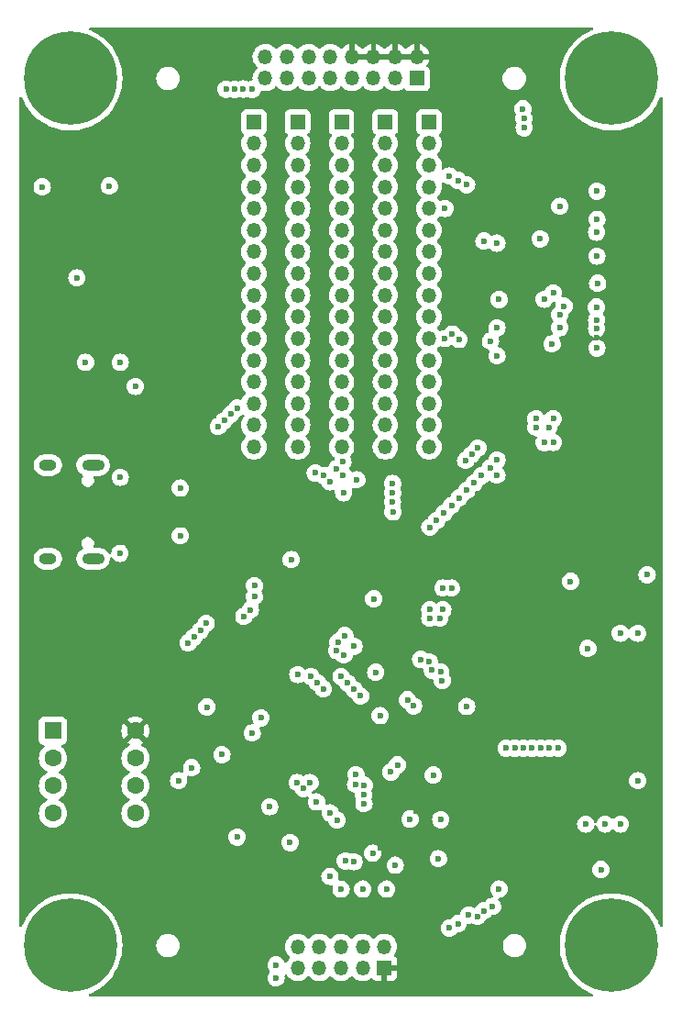
<source format=gbr>
%TF.GenerationSoftware,KiCad,Pcbnew,8.0.1*%
%TF.CreationDate,2024-05-15T16:11:42+02:00*%
%TF.ProjectId,STM32H7B0_devboard,53544d33-3248-4374-9230-5f646576626f,rev?*%
%TF.SameCoordinates,Original*%
%TF.FileFunction,Copper,L3,Inr*%
%TF.FilePolarity,Positive*%
%FSLAX46Y46*%
G04 Gerber Fmt 4.6, Leading zero omitted, Abs format (unit mm)*
G04 Created by KiCad (PCBNEW 8.0.1) date 2024-05-15 16:11:42*
%MOMM*%
%LPD*%
G01*
G04 APERTURE LIST*
%TA.AperFunction,ComponentPad*%
%ADD10C,0.900000*%
%TD*%
%TA.AperFunction,ComponentPad*%
%ADD11C,8.600000*%
%TD*%
%TA.AperFunction,ComponentPad*%
%ADD12R,1.350000X1.350000*%
%TD*%
%TA.AperFunction,ComponentPad*%
%ADD13O,1.350000X1.350000*%
%TD*%
%TA.AperFunction,ComponentPad*%
%ADD14O,2.100000X1.000000*%
%TD*%
%TA.AperFunction,ComponentPad*%
%ADD15O,1.600000X1.000000*%
%TD*%
%TA.AperFunction,ComponentPad*%
%ADD16R,1.600000X1.600000*%
%TD*%
%TA.AperFunction,ComponentPad*%
%ADD17C,1.600000*%
%TD*%
%TA.AperFunction,ViaPad*%
%ADD18C,0.600000*%
%TD*%
G04 APERTURE END LIST*
D10*
%TO.N,GND*%
%TO.C,H4*%
X166775000Y-120000000D03*
X167719581Y-117719581D03*
X167719581Y-122280419D03*
X170000000Y-116775000D03*
D11*
X170000000Y-120000000D03*
D10*
X170000000Y-123225000D03*
X172280419Y-117719581D03*
X172280419Y-122280419D03*
X173225000Y-120000000D03*
%TD*%
D12*
%TO.N,/A0*%
%TO.C,A*%
X136940000Y-44000000D03*
D13*
%TO.N,/A1*%
X136940000Y-46000000D03*
%TO.N,/A2*%
X136940000Y-48000000D03*
%TO.N,/A3*%
X136940000Y-50000000D03*
%TO.N,/A4*%
X136940000Y-52000000D03*
%TO.N,/A5*%
X136940000Y-54000000D03*
%TO.N,Net-(J4-Pin_7)*%
X136940000Y-56000000D03*
%TO.N,Net-(J4-Pin_8)*%
X136940000Y-58000000D03*
%TO.N,/A8*%
X136940000Y-60000000D03*
%TO.N,/A9*%
X136940000Y-62000000D03*
%TO.N,/A10*%
X136940000Y-64000000D03*
%TO.N,Net-(J4-Pin_12)*%
X136940000Y-66000000D03*
%TO.N,Net-(J4-Pin_13)*%
X136940000Y-68000000D03*
%TO.N,Net-(J4-Pin_14)*%
X136940000Y-70000000D03*
%TO.N,Net-(J4-Pin_15)*%
X136940000Y-72000000D03*
%TO.N,/A15*%
X136940000Y-74000000D03*
%TD*%
D14*
%TO.N,unconnected-(J3-SHIELD-PadS1)_2*%
%TO.C,J3*%
X122105000Y-75680000D03*
D15*
%TO.N,unconnected-(J3-SHIELD-PadS1)_1*%
X117925000Y-75680000D03*
D14*
%TO.N,unconnected-(J3-SHIELD-PadS1)_0*%
X122105000Y-84320000D03*
D15*
%TO.N,unconnected-(J3-SHIELD-PadS1)*%
X117925000Y-84320000D03*
%TD*%
D10*
%TO.N,GND*%
%TO.C,H1*%
X116775000Y-40000000D03*
X117719581Y-37719581D03*
X117719581Y-42280419D03*
X120000000Y-36775000D03*
D11*
X120000000Y-40000000D03*
D10*
X120000000Y-43225000D03*
X122280419Y-37719581D03*
X122280419Y-42280419D03*
X123225000Y-40000000D03*
%TD*%
D12*
%TO.N,+3V3*%
%TO.C,J1*%
X149000000Y-122099998D03*
D13*
%TO.N,/J1_SWDIO*%
X149000000Y-120099997D03*
%TO.N,GND*%
X146999999Y-122099998D03*
%TO.N,/J1_SWCLK*%
X147000000Y-120099998D03*
%TO.N,GND*%
X145000000Y-122099998D03*
%TO.N,/J1_SWO*%
X144999999Y-120099998D03*
%TO.N,unconnected-(J1-Pin_7-Pad7)*%
X143000000Y-122099998D03*
%TO.N,unconnected-(J1-Pin_8-Pad8)*%
X143000000Y-120099998D03*
%TO.N,GND*%
X141000000Y-122099998D03*
%TO.N,/J1_NRST*%
X141000000Y-120099998D03*
%TD*%
D12*
%TO.N,GND*%
%TO.C,POWER*%
X152000000Y-40000000D03*
D13*
%TO.N,+3V3*%
X152000000Y-37999999D03*
%TO.N,GND*%
X149999999Y-40000000D03*
%TO.N,+3V3*%
X150000000Y-38000000D03*
%TO.N,GND*%
X148000000Y-40000000D03*
%TO.N,+3V3*%
X147999999Y-38000000D03*
%TO.N,GND*%
X146000000Y-40000000D03*
%TO.N,+3V3*%
X146000000Y-38000000D03*
%TO.N,GND*%
X144000000Y-40000000D03*
%TO.N,+5V*%
X144000000Y-38000000D03*
%TO.N,GND*%
X142000000Y-40000000D03*
%TO.N,+5V*%
X142000000Y-38000000D03*
%TO.N,GND*%
X140000001Y-40000000D03*
%TO.N,+5V*%
X140000000Y-38000000D03*
%TO.N,GND*%
X138000000Y-40000000D03*
%TO.N,+5V*%
X138000001Y-38000000D03*
%TD*%
D12*
%TO.N,Net-(J5-Pin_1)*%
%TO.C,B*%
X140990000Y-44000000D03*
D13*
%TO.N,Net-(J5-Pin_2)*%
X140990000Y-46000000D03*
%TO.N,Net-(J5-Pin_3)*%
X140990000Y-48000000D03*
%TO.N,Net-(J5-Pin_4)*%
X140990000Y-50000000D03*
%TO.N,/B4*%
X140990000Y-52000000D03*
%TO.N,/B5*%
X140990000Y-54000000D03*
%TO.N,Net-(J5-Pin_7)*%
X140990000Y-56000000D03*
%TO.N,Net-(J5-Pin_8)*%
X140990000Y-58000000D03*
%TO.N,/B8*%
X140990000Y-60000000D03*
%TO.N,/B9*%
X140990000Y-62000000D03*
%TO.N,Net-(J5-Pin_11)*%
X140990000Y-64000000D03*
%TO.N,Net-(J5-Pin_12)*%
X140990000Y-66000000D03*
%TO.N,Net-(J5-Pin_13)*%
X140990000Y-68000000D03*
%TO.N,Net-(J5-Pin_14)*%
X140990000Y-70000000D03*
%TO.N,Net-(J5-Pin_15)*%
X140990000Y-72000000D03*
%TO.N,Net-(J5-Pin_16)*%
X140990000Y-74000000D03*
%TD*%
D16*
%TO.N,GND*%
%TO.C,J2*%
X118390000Y-100190000D03*
D17*
X118390000Y-102730000D03*
X118390000Y-105270000D03*
X118390000Y-107810000D03*
%TO.N,/I2C_SDA*%
X126010000Y-107810000D03*
%TO.N,/I2C_SCL*%
X126010000Y-105270000D03*
%TO.N,GND*%
X126010000Y-102730000D03*
%TO.N,+3V3*%
X126010000Y-100190000D03*
%TD*%
D10*
%TO.N,GND*%
%TO.C,H3*%
X116775000Y-120000000D03*
X117719581Y-117719581D03*
X117719581Y-122280419D03*
X120000000Y-116775000D03*
D11*
X120000000Y-120000000D03*
D10*
X120000000Y-123225000D03*
X122280419Y-117719581D03*
X122280419Y-122280419D03*
X123225000Y-120000000D03*
%TD*%
D12*
%TO.N,/E0*%
%TO.C,E*%
X153140000Y-44000000D03*
D13*
%TO.N,/E1*%
X153140000Y-46000000D03*
%TO.N,/E2*%
X153140000Y-48000000D03*
%TO.N,/E3*%
X153140000Y-50000000D03*
%TO.N,/E4*%
X153140000Y-52000000D03*
%TO.N,/E5*%
X153140000Y-54000000D03*
%TO.N,/E6*%
X153140000Y-56000000D03*
%TO.N,/E7*%
X153140000Y-58000000D03*
%TO.N,/E8*%
X153140000Y-60000000D03*
%TO.N,/E9*%
X153140000Y-62000000D03*
%TO.N,/E10*%
X153140000Y-64000000D03*
%TO.N,Net-(J8-Pin_12)*%
X153140000Y-66000000D03*
%TO.N,/E12*%
X153140000Y-68000000D03*
%TO.N,/E13*%
X153140000Y-70000000D03*
%TO.N,/E14*%
X153140000Y-72000000D03*
%TO.N,/E15*%
X153140000Y-74000000D03*
%TD*%
D12*
%TO.N,Net-(J6-Pin_1)*%
%TO.C,C*%
X145040000Y-44000000D03*
D13*
%TO.N,/C1*%
X145040000Y-46000000D03*
%TO.N,/C2_C*%
X145040000Y-48000000D03*
%TO.N,/C3_C*%
X145040000Y-50000000D03*
%TO.N,/C4*%
X145040000Y-52000000D03*
%TO.N,/C5*%
X145040000Y-54000000D03*
%TO.N,/C6*%
X145040000Y-56000000D03*
%TO.N,/C7*%
X145040000Y-58000000D03*
%TO.N,/C8*%
X145040000Y-60000000D03*
%TO.N,/C9*%
X145040000Y-62000000D03*
%TO.N,/C10*%
X145040000Y-64000000D03*
%TO.N,/C11*%
X145040000Y-66000000D03*
%TO.N,/C12*%
X145040000Y-68000000D03*
%TO.N,/C13*%
X145040000Y-70000000D03*
%TO.N,unconnected-(J6-Pin_15-Pad15)*%
X145040000Y-72000000D03*
%TO.N,unconnected-(J6-Pin_16-Pad16)*%
X145040000Y-74000000D03*
%TD*%
D12*
%TO.N,/D0*%
%TO.C,D*%
X149090000Y-44000000D03*
D13*
%TO.N,/D1*%
X149090000Y-46000000D03*
%TO.N,/D2*%
X149090000Y-48000000D03*
%TO.N,/D3*%
X149090000Y-50000000D03*
%TO.N,/D4*%
X149090000Y-52000000D03*
%TO.N,/D5*%
X149090000Y-54000000D03*
%TO.N,/D6*%
X149090000Y-56000000D03*
%TO.N,/D7*%
X149090000Y-58000000D03*
%TO.N,/D8*%
X149090000Y-60000000D03*
%TO.N,/D9*%
X149090000Y-62000000D03*
%TO.N,/D10*%
X149090000Y-64000000D03*
%TO.N,/D11*%
X149090000Y-66000000D03*
%TO.N,/D12*%
X149090000Y-68000000D03*
%TO.N,/D13*%
X149090000Y-70000000D03*
%TO.N,/D14*%
X149090000Y-72000000D03*
%TO.N,/D15*%
X149090000Y-74000000D03*
%TD*%
D10*
%TO.N,GND*%
%TO.C,H2*%
X166775000Y-40000000D03*
X167719581Y-37719581D03*
X167719581Y-42280419D03*
X170000000Y-36775000D03*
D11*
X170000000Y-40000000D03*
D10*
X170000000Y-43225000D03*
X172280419Y-37719581D03*
X172280419Y-42280419D03*
X173225000Y-40000000D03*
%TD*%
D18*
%TO.N,GND*%
X165200000Y-51800000D03*
%TO.N,+3V3*%
X162600000Y-50600000D03*
%TO.N,/LCD_LEDK*%
X168600000Y-54200000D03*
%TO.N,/LCD_COMMAND*%
X168581466Y-61100000D03*
%TO.N,/LCD_RESET*%
X165200000Y-63000000D03*
%TO.N,/LCD_RST*%
X168600000Y-63100003D03*
%TO.N,+3V3*%
X168627250Y-63900000D03*
X167200000Y-59600000D03*
%TO.N,/SPI2_NSS*%
X165600000Y-61000000D03*
%TO.N,/LCD_NSS*%
X168600000Y-62300000D03*
%TO.N,/SPI2_SCK*%
X165200000Y-61800000D03*
%TO.N,+3V3*%
X146866892Y-89167423D03*
X148600000Y-111000000D03*
X136600000Y-109000000D03*
X144400000Y-110600000D03*
X142392892Y-112607108D03*
X151927206Y-107575736D03*
X166400000Y-104200000D03*
X153299934Y-99500065D03*
X168627250Y-55400000D03*
X124600000Y-54200000D03*
X167800000Y-95200000D03*
X139000000Y-118800000D03*
X127200000Y-113200000D03*
X119400000Y-56000000D03*
X117400000Y-52800000D03*
X126200000Y-113200000D03*
X117800000Y-56000000D03*
X134200000Y-100600000D03*
X151200000Y-122000000D03*
X156600000Y-105200000D03*
X121800000Y-54200000D03*
%TO.N,GND*%
X121400000Y-66200000D03*
X131200000Y-103600000D03*
X126000000Y-68425000D03*
X139000000Y-123000000D03*
X123600000Y-49924999D03*
X172400000Y-104800000D03*
X124600000Y-66200000D03*
X168627250Y-56400000D03*
X168627250Y-50400000D03*
X154211003Y-108394579D03*
X124580000Y-83820000D03*
X154000000Y-112000000D03*
X124600000Y-76800000D03*
X148017158Y-88017158D03*
X168700000Y-58900000D03*
X168627250Y-64880000D03*
X156600758Y-97952229D03*
X117400000Y-50000000D03*
X120600000Y-58400000D03*
X130000000Y-104800000D03*
X153521320Y-104278680D03*
X168627250Y-53000000D03*
X139000000Y-121800000D03*
X132600000Y-98000000D03*
X151378949Y-108347778D03*
X150000000Y-112600000D03*
X147918007Y-111500085D03*
X140292892Y-110507108D03*
%TO.N,/STATUS_LED*%
X143975735Y-113624265D03*
X150206210Y-103340371D03*
X135400000Y-110000000D03*
X145400000Y-112200000D03*
%TO.N,/USB_DN*%
X130145000Y-77800000D03*
%TO.N,/USB_DP*%
X130145000Y-82200000D03*
%TO.N,/A0*%
X155000000Y-118400000D03*
%TO.N,/A3*%
X156800000Y-117200000D03*
%TO.N,/A2*%
X157590538Y-117318228D03*
%TO.N,/A1*%
X155800000Y-118000000D03*
%TO.N,/A4*%
X158200000Y-116800000D03*
%TO.N,/A5*%
X159000000Y-116400000D03*
%TO.N,/A15*%
X136800000Y-100400000D03*
%TO.N,Net-(J5-Pin_13)*%
X159600000Y-60400000D03*
%TO.N,Net-(J5-Pin_8)*%
X137000000Y-86800000D03*
%TO.N,Net-(J5-Pin_12)*%
X158200000Y-55000000D03*
%TO.N,Net-(J5-Pin_14)*%
X159400000Y-63000000D03*
%TO.N,Net-(J5-Pin_2)*%
X166200000Y-86400000D03*
%TO.N,/B8*%
X142729133Y-106756070D03*
%TO.N,Net-(J5-Pin_15)*%
X159400000Y-65600000D03*
%TO.N,Net-(J5-Pin_16)*%
X158799260Y-64247789D03*
%TO.N,Net-(J5-Pin_1)*%
X169000000Y-113000000D03*
%TO.N,/B5*%
X141545683Y-105523592D03*
%TO.N,Net-(J5-Pin_11)*%
X159400000Y-55200000D03*
%TO.N,Net-(J5-Pin_7)*%
X140400000Y-84400000D03*
X137000943Y-87799057D03*
%TO.N,Net-(J5-Pin_4)*%
X136624265Y-89024265D03*
%TO.N,/B4*%
X140948479Y-104970557D03*
%TO.N,/B9*%
X142148479Y-104973222D03*
%TO.N,Net-(J5-Pin_3)*%
X173275735Y-85800000D03*
%TO.N,/C13*%
X146464215Y-77032843D03*
X148600000Y-98800000D03*
%TO.N,/C9*%
X144600000Y-76000000D03*
%TO.N,/C3_C*%
X145276012Y-93194259D03*
%TO.N,/C4*%
X151700000Y-97900000D03*
%TO.N,/C8*%
X145200000Y-76600000D03*
%TO.N,/C1*%
X141000000Y-95000000D03*
%TO.N,/C11*%
X142824265Y-95741423D03*
X143375735Y-76624265D03*
%TO.N,/C2_C*%
X144585269Y-92790677D03*
%TO.N,/C12*%
X143372457Y-96324080D03*
X143975735Y-77224265D03*
%TO.N,/C6*%
X145175735Y-75375735D03*
%TO.N,/C5*%
X151134313Y-97334313D03*
%TO.N,Net-(J6-Pin_1)*%
X136024265Y-89624265D03*
%TO.N,/C7*%
X145231372Y-78231373D03*
%TO.N,/C10*%
X142606692Y-76407523D03*
X142224265Y-95175735D03*
%TO.N,/D2*%
X131435279Y-91516329D03*
X135176442Y-41009422D03*
X134235209Y-71553321D03*
%TO.N,/D0*%
X136800000Y-41000000D03*
X132547200Y-90275735D03*
X135400000Y-70400000D03*
%TO.N,/D4*%
X154600000Y-52000000D03*
X145000000Y-95179858D03*
X159400000Y-76600000D03*
X153201396Y-89019483D03*
%TO.N,/D9*%
X149748530Y-79100000D03*
%TO.N,/D6*%
X146200000Y-96379839D03*
X155200445Y-87019483D03*
X154117161Y-89800776D03*
%TO.N,/D7*%
X154401396Y-89018643D03*
X146800000Y-96979903D03*
X154401396Y-87019483D03*
%TO.N,/D3*%
X133669522Y-72119008D03*
X130869519Y-92081943D03*
X134376546Y-40996348D03*
%TO.N,/D8*%
X149800000Y-80000000D03*
%TO.N,/D10*%
X149767521Y-78226594D03*
%TO.N,/D11*%
X149772793Y-77372793D03*
%TO.N,/D5*%
X159407108Y-75207108D03*
X153200613Y-89819485D03*
X145600000Y-95779903D03*
%TO.N,/D1*%
X134800896Y-70987633D03*
X132000000Y-90949677D03*
X135975735Y-40975735D03*
%TO.N,/E8*%
X157072078Y-74667625D03*
X155281780Y-63582843D03*
X157310662Y-77303554D03*
%TO.N,/E1*%
X155800000Y-49400000D03*
X144636212Y-108436212D03*
X161047655Y-101800393D03*
%TO.N,/E4*%
X161915805Y-44561393D03*
X147136800Y-105214671D03*
X163447661Y-101800000D03*
%TO.N,/E10*%
X155907108Y-78707108D03*
%TO.N,/E13*%
X154507108Y-80107108D03*
%TO.N,/E2*%
X161847657Y-101799975D03*
X155000000Y-49000000D03*
X146379533Y-104243565D03*
%TO.N,/E12*%
X155207108Y-79407108D03*
%TO.N,/E6*%
X147115786Y-106901429D03*
X161800000Y-42800000D03*
X165047667Y-101800000D03*
%TO.N,/E5*%
X161896456Y-43693514D03*
X164247664Y-101800000D03*
X147084343Y-106084343D03*
%TO.N,/E3*%
X162647659Y-101800002D03*
X146335813Y-105135815D03*
%TO.N,/E14*%
X153807108Y-80807108D03*
%TO.N,/E9*%
X156506390Y-75233312D03*
X154600000Y-64000000D03*
X156607108Y-78007108D03*
%TO.N,/E7*%
X157962439Y-76651777D03*
X155904960Y-64084491D03*
X157637765Y-74101938D03*
%TO.N,/E0*%
X144000000Y-107773977D03*
X156600000Y-49800000D03*
X160247653Y-101799124D03*
%TO.N,/E15*%
X153207108Y-81407108D03*
%TO.N,Net-(J8-Pin_12)*%
X159600000Y-114800000D03*
X158800000Y-75907108D03*
%TO.N,/QSPI1_IO3*%
X154343359Y-95543359D03*
X167800000Y-92600000D03*
%TO.N,/QSPI1_IO2*%
X170800000Y-108800000D03*
X154191868Y-94757831D03*
%TO.N,/SWDIO*%
X137600000Y-99000000D03*
X149200000Y-114800000D03*
%TO.N,/SWCLK*%
X147000000Y-114800000D03*
X134000000Y-102400000D03*
%TO.N,/QSPI1_IO1*%
X169400000Y-108800000D03*
X153400000Y-94600000D03*
%TO.N,/QSPI1_IO0*%
X172400000Y-91200000D03*
X153147017Y-93841051D03*
%TO.N,/QSPI1_SCK*%
X152349257Y-93600000D03*
X170800000Y-91200000D03*
%TO.N,/SWO*%
X138400000Y-107200000D03*
X145000000Y-114800000D03*
%TO.N,/LCD_BACKLIGHT*%
X163400000Y-54800000D03*
%TO.N,/LCD_RESET*%
X146200000Y-92400000D03*
%TO.N,/SPI2_NSS*%
X163772206Y-60380220D03*
X164200000Y-72200000D03*
X163000000Y-72200000D03*
%TO.N,/SPI2_SCK*%
X164600000Y-73586880D03*
X145351471Y-91400000D03*
%TO.N,/LCD_COMMAND*%
X144703883Y-92000000D03*
X163757295Y-73601373D03*
X164500000Y-64500000D03*
%TO.N,/SPI2_MOSI*%
X164600000Y-71400000D03*
X164600000Y-59780220D03*
X163000000Y-71400000D03*
%TO.N,/QSPI1_NSS*%
X148200000Y-94800000D03*
X167600000Y-108800000D03*
%TO.N,/NRST*%
X146196348Y-112276381D03*
X149600000Y-104000000D03*
%TD*%
%TA.AperFunction,Conductor*%
%TO.N,+3V3*%
G36*
X147679919Y-37754394D02*
G01*
X147627258Y-37845606D01*
X147599999Y-37947339D01*
X147599999Y-38052661D01*
X147627258Y-38154394D01*
X147679919Y-38245606D01*
X147684313Y-38250000D01*
X146315686Y-38250000D01*
X146320080Y-38245606D01*
X146372741Y-38154394D01*
X146400000Y-38052661D01*
X146400000Y-37947339D01*
X146372741Y-37845606D01*
X146320080Y-37754394D01*
X146315686Y-37750000D01*
X147684313Y-37750000D01*
X147679919Y-37754394D01*
G37*
%TD.AperFunction*%
%TA.AperFunction,Conductor*%
G36*
X149679920Y-37754394D02*
G01*
X149627259Y-37845606D01*
X149600000Y-37947339D01*
X149600000Y-38052661D01*
X149627259Y-38154394D01*
X149679920Y-38245606D01*
X149684314Y-38250000D01*
X148315685Y-38250000D01*
X148320079Y-38245606D01*
X148372740Y-38154394D01*
X148399999Y-38052661D01*
X148399999Y-37947339D01*
X148372740Y-37845606D01*
X148320079Y-37754394D01*
X148315685Y-37750000D01*
X149684314Y-37750000D01*
X149679920Y-37754394D01*
G37*
%TD.AperFunction*%
%TA.AperFunction,Conductor*%
G36*
X151679920Y-37754393D02*
G01*
X151627259Y-37845605D01*
X151600000Y-37947338D01*
X151600000Y-38052660D01*
X151627259Y-38154393D01*
X151679920Y-38245605D01*
X151684314Y-38249999D01*
X151166646Y-38249999D01*
X151166637Y-38250000D01*
X150315686Y-38250000D01*
X150320080Y-38245606D01*
X150372741Y-38154394D01*
X150400000Y-38052661D01*
X150400000Y-37947339D01*
X150372741Y-37845606D01*
X150320080Y-37754394D01*
X150315686Y-37750000D01*
X150833354Y-37750000D01*
X150833363Y-37749999D01*
X151684314Y-37749999D01*
X151679920Y-37754393D01*
G37*
%TD.AperFunction*%
%TA.AperFunction,Conductor*%
G36*
X168243465Y-35320185D02*
G01*
X168289220Y-35372989D01*
X168299164Y-35442147D01*
X168270139Y-35505703D01*
X168219997Y-35540592D01*
X168111381Y-35581357D01*
X168111379Y-35581358D01*
X168111372Y-35581360D01*
X167722906Y-35768436D01*
X167722904Y-35768437D01*
X167352743Y-35989599D01*
X167003931Y-36243026D01*
X167003914Y-36243039D01*
X166679210Y-36526726D01*
X166679205Y-36526730D01*
X166381237Y-36838379D01*
X166381225Y-36838392D01*
X166112404Y-37175485D01*
X166112394Y-37175498D01*
X165874867Y-37535337D01*
X165874867Y-37535338D01*
X165670537Y-37915044D01*
X165670533Y-37915052D01*
X165501076Y-38311519D01*
X165501073Y-38311527D01*
X165367830Y-38721608D01*
X165271885Y-39141972D01*
X165214006Y-39569253D01*
X165214005Y-39569262D01*
X165194661Y-39999996D01*
X165194661Y-40000003D01*
X165214005Y-40430737D01*
X165214006Y-40430746D01*
X165271885Y-40858027D01*
X165367830Y-41278391D01*
X165501073Y-41688472D01*
X165501076Y-41688480D01*
X165670533Y-42084947D01*
X165670537Y-42084955D01*
X165670539Y-42084958D01*
X165874863Y-42464655D01*
X165874867Y-42464661D01*
X165874867Y-42464662D01*
X166112394Y-42824500D01*
X166112404Y-42824514D01*
X166381225Y-43161607D01*
X166381235Y-43161618D01*
X166381236Y-43161619D01*
X166679210Y-43473274D01*
X167003920Y-43756965D01*
X167003930Y-43756972D01*
X167003931Y-43756973D01*
X167163310Y-43872769D01*
X167352753Y-44010407D01*
X167722900Y-44231560D01*
X167722903Y-44231561D01*
X167722904Y-44231562D01*
X167722906Y-44231563D01*
X168111372Y-44418639D01*
X168111386Y-44418645D01*
X168515055Y-44570144D01*
X168515059Y-44570145D01*
X168515069Y-44570149D01*
X168930711Y-44684859D01*
X169354964Y-44761850D01*
X169784409Y-44800500D01*
X169784416Y-44800500D01*
X170215584Y-44800500D01*
X170215591Y-44800500D01*
X170645036Y-44761850D01*
X171069289Y-44684859D01*
X171484931Y-44570149D01*
X171888619Y-44418643D01*
X172277100Y-44231560D01*
X172647247Y-44010407D01*
X172996080Y-43756965D01*
X173320790Y-43473274D01*
X173618764Y-43161619D01*
X173620728Y-43159157D01*
X173773605Y-42967454D01*
X173887601Y-42824507D01*
X174125137Y-42464655D01*
X174329461Y-42084958D01*
X174461479Y-41776084D01*
X174505927Y-41722179D01*
X174572465Y-41700859D01*
X174639966Y-41718897D01*
X174687000Y-41770565D01*
X174699500Y-41824822D01*
X174699500Y-118175177D01*
X174679815Y-118242216D01*
X174627011Y-118287971D01*
X174557853Y-118297915D01*
X174494297Y-118268890D01*
X174461479Y-118223912D01*
X174329466Y-117915052D01*
X174329462Y-117915044D01*
X174251509Y-117770184D01*
X174125137Y-117535345D01*
X174055478Y-117429816D01*
X173887605Y-117175498D01*
X173887595Y-117175485D01*
X173618774Y-116838392D01*
X173618762Y-116838379D01*
X173320794Y-116526730D01*
X173320793Y-116526729D01*
X173320790Y-116526726D01*
X173058693Y-116297738D01*
X172996085Y-116243039D01*
X172996068Y-116243026D01*
X172647256Y-115989599D01*
X172647251Y-115989596D01*
X172647247Y-115989593D01*
X172277100Y-115768440D01*
X172277095Y-115768437D01*
X172277093Y-115768436D01*
X171888627Y-115581360D01*
X171888613Y-115581354D01*
X171484944Y-115429855D01*
X171484919Y-115429847D01*
X171069295Y-115315142D01*
X170645043Y-115238151D01*
X170645040Y-115238150D01*
X170645036Y-115238150D01*
X170215591Y-115199500D01*
X169784409Y-115199500D01*
X169354964Y-115238150D01*
X169354960Y-115238150D01*
X169354956Y-115238151D01*
X168930704Y-115315142D01*
X168515080Y-115429847D01*
X168515055Y-115429855D01*
X168111386Y-115581354D01*
X168111372Y-115581360D01*
X167722906Y-115768436D01*
X167722904Y-115768437D01*
X167352743Y-115989599D01*
X167003931Y-116243026D01*
X167003914Y-116243039D01*
X166679210Y-116526726D01*
X166679205Y-116526730D01*
X166381237Y-116838379D01*
X166381225Y-116838392D01*
X166112404Y-117175485D01*
X166112394Y-117175498D01*
X165874867Y-117535337D01*
X165874867Y-117535338D01*
X165874864Y-117535343D01*
X165874863Y-117535345D01*
X165843065Y-117594435D01*
X165670537Y-117915044D01*
X165670533Y-117915052D01*
X165501076Y-118311519D01*
X165501073Y-118311527D01*
X165367830Y-118721608D01*
X165271885Y-119141972D01*
X165214006Y-119569253D01*
X165214005Y-119569262D01*
X165194661Y-119999996D01*
X165194661Y-120000003D01*
X165214005Y-120430737D01*
X165214006Y-120430746D01*
X165271885Y-120858027D01*
X165367830Y-121278391D01*
X165501073Y-121688472D01*
X165501076Y-121688480D01*
X165670533Y-122084947D01*
X165670537Y-122084955D01*
X165738647Y-122211523D01*
X165874863Y-122464655D01*
X165874867Y-122464661D01*
X165874867Y-122464662D01*
X166112394Y-122824501D01*
X166112404Y-122824514D01*
X166381225Y-123161607D01*
X166381235Y-123161618D01*
X166381236Y-123161619D01*
X166679210Y-123473274D01*
X167003920Y-123756965D01*
X167352753Y-124010407D01*
X167722900Y-124231560D01*
X167722903Y-124231561D01*
X167722904Y-124231562D01*
X167722906Y-124231563D01*
X168111372Y-124418639D01*
X168111373Y-124418639D01*
X168111381Y-124418643D01*
X168219997Y-124459407D01*
X168275845Y-124501392D01*
X168300128Y-124566906D01*
X168285137Y-124635149D01*
X168235631Y-124684453D01*
X168176426Y-124699500D01*
X121823574Y-124699500D01*
X121756535Y-124679815D01*
X121710780Y-124627011D01*
X121700836Y-124557853D01*
X121729861Y-124494297D01*
X121780003Y-124459407D01*
X121888619Y-124418643D01*
X122277100Y-124231560D01*
X122647247Y-124010407D01*
X122996080Y-123756965D01*
X123320790Y-123473274D01*
X123618764Y-123161619D01*
X123622631Y-123156771D01*
X123747647Y-123000003D01*
X138194435Y-123000003D01*
X138214630Y-123179249D01*
X138214631Y-123179254D01*
X138274211Y-123349523D01*
X138370184Y-123502262D01*
X138497738Y-123629816D01*
X138650478Y-123725789D01*
X138739560Y-123756960D01*
X138820745Y-123785368D01*
X138820750Y-123785369D01*
X138999996Y-123805565D01*
X139000000Y-123805565D01*
X139000004Y-123805565D01*
X139179249Y-123785369D01*
X139179252Y-123785368D01*
X139179255Y-123785368D01*
X139349522Y-123725789D01*
X139502262Y-123629816D01*
X139629816Y-123502262D01*
X139725789Y-123349522D01*
X139785368Y-123179255D01*
X139785369Y-123179249D01*
X139805565Y-123000003D01*
X139805565Y-122999996D01*
X139785930Y-122825727D01*
X139797985Y-122756905D01*
X139845334Y-122705526D01*
X139912944Y-122687902D01*
X139979350Y-122709629D01*
X140008104Y-122737117D01*
X140127573Y-122895320D01*
X140288568Y-123042086D01*
X140288575Y-123042090D01*
X140288576Y-123042091D01*
X140473786Y-123156768D01*
X140473792Y-123156771D01*
X140486309Y-123161620D01*
X140676931Y-123235468D01*
X140891074Y-123275498D01*
X140891076Y-123275498D01*
X141108924Y-123275498D01*
X141108926Y-123275498D01*
X141323069Y-123235468D01*
X141526210Y-123156770D01*
X141711432Y-123042086D01*
X141872427Y-122895320D01*
X141901047Y-122857420D01*
X141957153Y-122815785D01*
X142026865Y-122811092D01*
X142088048Y-122844834D01*
X142098946Y-122857412D01*
X142127573Y-122895320D01*
X142288568Y-123042086D01*
X142288575Y-123042090D01*
X142288576Y-123042091D01*
X142473786Y-123156768D01*
X142473792Y-123156771D01*
X142486309Y-123161620D01*
X142676931Y-123235468D01*
X142891074Y-123275498D01*
X142891076Y-123275498D01*
X143108924Y-123275498D01*
X143108926Y-123275498D01*
X143323069Y-123235468D01*
X143526210Y-123156770D01*
X143711432Y-123042086D01*
X143872427Y-122895320D01*
X143901047Y-122857420D01*
X143957153Y-122815785D01*
X144026865Y-122811092D01*
X144088048Y-122844834D01*
X144098946Y-122857412D01*
X144127573Y-122895320D01*
X144288568Y-123042086D01*
X144288575Y-123042090D01*
X144288576Y-123042091D01*
X144473786Y-123156768D01*
X144473792Y-123156771D01*
X144486309Y-123161620D01*
X144676931Y-123235468D01*
X144891074Y-123275498D01*
X144891076Y-123275498D01*
X145108924Y-123275498D01*
X145108926Y-123275498D01*
X145323069Y-123235468D01*
X145526210Y-123156770D01*
X145711432Y-123042086D01*
X145872427Y-122895320D01*
X145901046Y-122857421D01*
X145957151Y-122815787D01*
X146026863Y-122811094D01*
X146088046Y-122844835D01*
X146098951Y-122857419D01*
X146127572Y-122895320D01*
X146288567Y-123042086D01*
X146288574Y-123042090D01*
X146288575Y-123042091D01*
X146473785Y-123156768D01*
X146473791Y-123156771D01*
X146486308Y-123161620D01*
X146676930Y-123235468D01*
X146891073Y-123275498D01*
X146891075Y-123275498D01*
X147108923Y-123275498D01*
X147108925Y-123275498D01*
X147323068Y-123235468D01*
X147526209Y-123156770D01*
X147711431Y-123042086D01*
X147722781Y-123031738D01*
X147785583Y-123001122D01*
X147854970Y-123009319D01*
X147905585Y-123049065D01*
X147967809Y-123132185D01*
X147967812Y-123132188D01*
X148082906Y-123218348D01*
X148082913Y-123218352D01*
X148217620Y-123268594D01*
X148217627Y-123268596D01*
X148277155Y-123274997D01*
X148277172Y-123274998D01*
X148750000Y-123274998D01*
X148750000Y-122415684D01*
X148754394Y-122420078D01*
X148845606Y-122472739D01*
X148947339Y-122499998D01*
X149052661Y-122499998D01*
X149154394Y-122472739D01*
X149245606Y-122420078D01*
X149250000Y-122415684D01*
X149250000Y-123274998D01*
X149722828Y-123274998D01*
X149722844Y-123274997D01*
X149782372Y-123268596D01*
X149782379Y-123268594D01*
X149917086Y-123218352D01*
X149917093Y-123218348D01*
X150032187Y-123132188D01*
X150032190Y-123132185D01*
X150118350Y-123017091D01*
X150118354Y-123017084D01*
X150168596Y-122882377D01*
X150168598Y-122882370D01*
X150174999Y-122822842D01*
X150175000Y-122822825D01*
X150175000Y-122349998D01*
X149315686Y-122349998D01*
X149320080Y-122345604D01*
X149372741Y-122254392D01*
X149400000Y-122152659D01*
X149400000Y-122047337D01*
X149372741Y-121945604D01*
X149320080Y-121854392D01*
X149315686Y-121849998D01*
X150175000Y-121849998D01*
X150175000Y-121377170D01*
X150174999Y-121377153D01*
X150168598Y-121317625D01*
X150168596Y-121317618D01*
X150118354Y-121182911D01*
X150118350Y-121182904D01*
X150032190Y-121067810D01*
X150032187Y-121067807D01*
X149946593Y-121003731D01*
X149904722Y-120947797D01*
X149899738Y-120878106D01*
X149921947Y-120829742D01*
X150003712Y-120721469D01*
X150100817Y-120526456D01*
X150160435Y-120316920D01*
X150180536Y-120099997D01*
X150171270Y-120000000D01*
X159942888Y-120000000D01*
X159961295Y-120198649D01*
X159961295Y-120198651D01*
X159961296Y-120198654D01*
X159994946Y-120316921D01*
X160015894Y-120390546D01*
X160104816Y-120569126D01*
X160104821Y-120569134D01*
X160223573Y-120726386D01*
X160225049Y-120728340D01*
X160372484Y-120862746D01*
X160542107Y-120967772D01*
X160728140Y-121039841D01*
X160924248Y-121076500D01*
X160924250Y-121076500D01*
X161123750Y-121076500D01*
X161123752Y-121076500D01*
X161319860Y-121039841D01*
X161505893Y-120967772D01*
X161675516Y-120862746D01*
X161822951Y-120728340D01*
X161943180Y-120569132D01*
X162032107Y-120390543D01*
X162086704Y-120198654D01*
X162105112Y-120000000D01*
X162086704Y-119801346D01*
X162032107Y-119609457D01*
X161966911Y-119478526D01*
X161943183Y-119430873D01*
X161943178Y-119430865D01*
X161822951Y-119271660D01*
X161698173Y-119157909D01*
X161675516Y-119137254D01*
X161675513Y-119137252D01*
X161675512Y-119137251D01*
X161505898Y-119032231D01*
X161505891Y-119032227D01*
X161412876Y-118996193D01*
X161319860Y-118960159D01*
X161123752Y-118923500D01*
X160924248Y-118923500D01*
X160728140Y-118960159D01*
X160728137Y-118960159D01*
X160728137Y-118960160D01*
X160542108Y-119032227D01*
X160542101Y-119032231D01*
X160372487Y-119137251D01*
X160225048Y-119271660D01*
X160104821Y-119430865D01*
X160104816Y-119430873D01*
X160015894Y-119609453D01*
X159961295Y-119801350D01*
X159942888Y-119999999D01*
X159942888Y-120000000D01*
X150171270Y-120000000D01*
X150160435Y-119883074D01*
X150100817Y-119673538D01*
X150003712Y-119478525D01*
X149872427Y-119304675D01*
X149711432Y-119157909D01*
X149711424Y-119157904D01*
X149711423Y-119157903D01*
X149526213Y-119043226D01*
X149526207Y-119043223D01*
X149441113Y-119010257D01*
X149323069Y-118964527D01*
X149108926Y-118924497D01*
X148891074Y-118924497D01*
X148676931Y-118964527D01*
X148628130Y-118983432D01*
X148473792Y-119043223D01*
X148473786Y-119043226D01*
X148288576Y-119157903D01*
X148288566Y-119157910D01*
X148127573Y-119304674D01*
X148098952Y-119342574D01*
X148042843Y-119384209D01*
X147973131Y-119388900D01*
X147911949Y-119355157D01*
X147901044Y-119342572D01*
X147872425Y-119304673D01*
X147711433Y-119157911D01*
X147711423Y-119157904D01*
X147526213Y-119043227D01*
X147526207Y-119043224D01*
X147441113Y-119010258D01*
X147323069Y-118964528D01*
X147108926Y-118924498D01*
X146891074Y-118924498D01*
X146676931Y-118964528D01*
X146628130Y-118983433D01*
X146473792Y-119043224D01*
X146473786Y-119043227D01*
X146288576Y-119157904D01*
X146288566Y-119157911D01*
X146127574Y-119304674D01*
X146098953Y-119342575D01*
X146042844Y-119384211D01*
X145973132Y-119388902D01*
X145911950Y-119355160D01*
X145901051Y-119342582D01*
X145872426Y-119304676D01*
X145872423Y-119304673D01*
X145872420Y-119304670D01*
X145711432Y-119157911D01*
X145711422Y-119157904D01*
X145526212Y-119043227D01*
X145526206Y-119043224D01*
X145441112Y-119010258D01*
X145323068Y-118964528D01*
X145108925Y-118924498D01*
X144891073Y-118924498D01*
X144676930Y-118964528D01*
X144628129Y-118983433D01*
X144473791Y-119043224D01*
X144473785Y-119043227D01*
X144288575Y-119157904D01*
X144288565Y-119157911D01*
X144127572Y-119304674D01*
X144098952Y-119342574D01*
X144042843Y-119384209D01*
X143973131Y-119388900D01*
X143911949Y-119355157D01*
X143901046Y-119342574D01*
X143872427Y-119304676D01*
X143872420Y-119304670D01*
X143711433Y-119157911D01*
X143711423Y-119157904D01*
X143526213Y-119043227D01*
X143526207Y-119043224D01*
X143441113Y-119010258D01*
X143323069Y-118964528D01*
X143108926Y-118924498D01*
X142891074Y-118924498D01*
X142676931Y-118964528D01*
X142628130Y-118983433D01*
X142473792Y-119043224D01*
X142473786Y-119043227D01*
X142288576Y-119157904D01*
X142288566Y-119157911D01*
X142127573Y-119304674D01*
X142098953Y-119342574D01*
X142042844Y-119384209D01*
X141973132Y-119388900D01*
X141911950Y-119355157D01*
X141901047Y-119342574D01*
X141872426Y-119304674D01*
X141711433Y-119157911D01*
X141711423Y-119157904D01*
X141526213Y-119043227D01*
X141526207Y-119043224D01*
X141441113Y-119010258D01*
X141323069Y-118964528D01*
X141108926Y-118924498D01*
X140891074Y-118924498D01*
X140676931Y-118964528D01*
X140628130Y-118983433D01*
X140473792Y-119043224D01*
X140473786Y-119043227D01*
X140288576Y-119157904D01*
X140288566Y-119157911D01*
X140127574Y-119304674D01*
X139996288Y-119478525D01*
X139899184Y-119673535D01*
X139839564Y-119883079D01*
X139819464Y-120099997D01*
X139819464Y-120099998D01*
X139839564Y-120316916D01*
X139839564Y-120316918D01*
X139839565Y-120316921D01*
X139871951Y-120430746D01*
X139899184Y-120526460D01*
X139996288Y-120721470D01*
X140127574Y-120895322D01*
X140251572Y-121008361D01*
X140287854Y-121068072D01*
X140286093Y-121137920D01*
X140251572Y-121191635D01*
X140127574Y-121304673D01*
X139996287Y-121478525D01*
X139974173Y-121522936D01*
X139926669Y-121574172D01*
X139859005Y-121591592D01*
X139792666Y-121569665D01*
X139748712Y-121515352D01*
X139746132Y-121508615D01*
X139725790Y-121450479D01*
X139642307Y-121317618D01*
X139629816Y-121297738D01*
X139502262Y-121170184D01*
X139480912Y-121156769D01*
X139349523Y-121074211D01*
X139179254Y-121014631D01*
X139179249Y-121014630D01*
X139000004Y-120994435D01*
X138999996Y-120994435D01*
X138820750Y-121014630D01*
X138820745Y-121014631D01*
X138650476Y-121074211D01*
X138497737Y-121170184D01*
X138370184Y-121297737D01*
X138274211Y-121450476D01*
X138214631Y-121620745D01*
X138214630Y-121620750D01*
X138194435Y-121799996D01*
X138194435Y-121800003D01*
X138214630Y-121979249D01*
X138214631Y-121979254D01*
X138274211Y-122149523D01*
X138370184Y-122302262D01*
X138380241Y-122312319D01*
X138413726Y-122373642D01*
X138408742Y-122443334D01*
X138380241Y-122487681D01*
X138370184Y-122497737D01*
X138274211Y-122650476D01*
X138214631Y-122820745D01*
X138214630Y-122820750D01*
X138194435Y-122999996D01*
X138194435Y-123000003D01*
X123747647Y-123000003D01*
X123755188Y-122990547D01*
X123887601Y-122824507D01*
X124125137Y-122464655D01*
X124329461Y-122084958D01*
X124498926Y-121688475D01*
X124632168Y-121278397D01*
X124728115Y-120858026D01*
X124785994Y-120430747D01*
X124805339Y-120000000D01*
X127918888Y-120000000D01*
X127937295Y-120198649D01*
X127937295Y-120198651D01*
X127937296Y-120198654D01*
X127970946Y-120316921D01*
X127991894Y-120390546D01*
X128080816Y-120569126D01*
X128080821Y-120569134D01*
X128199573Y-120726386D01*
X128201049Y-120728340D01*
X128348484Y-120862746D01*
X128518107Y-120967772D01*
X128704140Y-121039841D01*
X128900248Y-121076500D01*
X128900250Y-121076500D01*
X129099750Y-121076500D01*
X129099752Y-121076500D01*
X129295860Y-121039841D01*
X129481893Y-120967772D01*
X129651516Y-120862746D01*
X129798951Y-120728340D01*
X129919180Y-120569132D01*
X130008107Y-120390543D01*
X130062704Y-120198654D01*
X130081112Y-120000000D01*
X130062704Y-119801346D01*
X130008107Y-119609457D01*
X129942911Y-119478526D01*
X129919183Y-119430873D01*
X129919178Y-119430865D01*
X129798951Y-119271660D01*
X129674173Y-119157909D01*
X129651516Y-119137254D01*
X129651513Y-119137252D01*
X129651512Y-119137251D01*
X129481898Y-119032231D01*
X129481891Y-119032227D01*
X129388876Y-118996193D01*
X129295860Y-118960159D01*
X129099752Y-118923500D01*
X128900248Y-118923500D01*
X128704140Y-118960159D01*
X128704137Y-118960159D01*
X128704137Y-118960160D01*
X128518108Y-119032227D01*
X128518101Y-119032231D01*
X128348487Y-119137251D01*
X128201048Y-119271660D01*
X128080821Y-119430865D01*
X128080816Y-119430873D01*
X127991894Y-119609453D01*
X127937295Y-119801350D01*
X127918888Y-119999999D01*
X127918888Y-120000000D01*
X124805339Y-120000000D01*
X124785994Y-119569253D01*
X124728115Y-119141974D01*
X124632168Y-118721603D01*
X124527674Y-118400003D01*
X154194435Y-118400003D01*
X154214630Y-118579249D01*
X154214631Y-118579254D01*
X154274211Y-118749523D01*
X154343643Y-118860023D01*
X154370184Y-118902262D01*
X154497738Y-119029816D01*
X154650478Y-119125789D01*
X154820745Y-119185368D01*
X154820750Y-119185369D01*
X154999996Y-119205565D01*
X155000000Y-119205565D01*
X155000004Y-119205565D01*
X155179249Y-119185369D01*
X155179252Y-119185368D01*
X155179255Y-119185368D01*
X155349522Y-119125789D01*
X155502262Y-119029816D01*
X155629816Y-118902262D01*
X155656358Y-118860020D01*
X155708689Y-118813732D01*
X155775233Y-118802774D01*
X155800000Y-118805565D01*
X155800001Y-118805564D01*
X155800002Y-118805565D01*
X155800004Y-118805565D01*
X155979249Y-118785369D01*
X155979252Y-118785368D01*
X155979255Y-118785368D01*
X156149522Y-118725789D01*
X156302262Y-118629816D01*
X156429816Y-118502262D01*
X156525789Y-118349522D01*
X156585368Y-118179255D01*
X156585828Y-118175177D01*
X156593500Y-118107083D01*
X156620566Y-118042669D01*
X156678161Y-118003114D01*
X156730604Y-117997746D01*
X156799998Y-118005565D01*
X156800000Y-118005565D01*
X156800004Y-118005565D01*
X156979249Y-117985369D01*
X156979250Y-117985368D01*
X156979255Y-117985368D01*
X157031069Y-117967236D01*
X157100846Y-117963674D01*
X157137996Y-117979285D01*
X157241013Y-118044016D01*
X157411283Y-118103596D01*
X157411288Y-118103597D01*
X157590534Y-118123793D01*
X157590538Y-118123793D01*
X157590542Y-118123793D01*
X157769787Y-118103597D01*
X157769790Y-118103596D01*
X157769793Y-118103596D01*
X157940060Y-118044017D01*
X158092800Y-117948044D01*
X158220354Y-117820490D01*
X158316327Y-117667750D01*
X158320671Y-117655334D01*
X158361390Y-117598557D01*
X158396756Y-117579244D01*
X158549522Y-117525789D01*
X158702262Y-117429816D01*
X158829816Y-117302262D01*
X158856358Y-117260020D01*
X158908689Y-117213732D01*
X158975233Y-117202774D01*
X159000000Y-117205565D01*
X159000001Y-117205564D01*
X159000002Y-117205565D01*
X159000004Y-117205565D01*
X159179249Y-117185369D01*
X159179252Y-117185368D01*
X159179255Y-117185368D01*
X159349522Y-117125789D01*
X159502262Y-117029816D01*
X159629816Y-116902262D01*
X159725789Y-116749522D01*
X159785368Y-116579255D01*
X159785369Y-116579249D01*
X159805565Y-116400003D01*
X159805565Y-116399996D01*
X159785369Y-116220750D01*
X159785368Y-116220745D01*
X159767676Y-116170184D01*
X159725789Y-116050478D01*
X159703265Y-116014632D01*
X159629815Y-115897737D01*
X159546282Y-115814204D01*
X159512797Y-115752881D01*
X159517781Y-115683189D01*
X159559653Y-115627256D01*
X159620080Y-115603303D01*
X159779249Y-115585369D01*
X159779252Y-115585368D01*
X159779255Y-115585368D01*
X159949522Y-115525789D01*
X160102262Y-115429816D01*
X160229816Y-115302262D01*
X160325789Y-115149522D01*
X160385368Y-114979255D01*
X160405565Y-114800000D01*
X160385368Y-114620745D01*
X160325789Y-114450478D01*
X160229816Y-114297738D01*
X160102262Y-114170184D01*
X159949523Y-114074211D01*
X159779254Y-114014631D01*
X159779249Y-114014630D01*
X159600004Y-113994435D01*
X159599996Y-113994435D01*
X159420750Y-114014630D01*
X159420745Y-114014631D01*
X159250476Y-114074211D01*
X159097737Y-114170184D01*
X158970184Y-114297737D01*
X158874211Y-114450476D01*
X158814631Y-114620745D01*
X158814630Y-114620750D01*
X158794435Y-114799996D01*
X158794435Y-114800003D01*
X158814630Y-114979249D01*
X158814631Y-114979254D01*
X158874211Y-115149523D01*
X158970184Y-115302262D01*
X159053717Y-115385795D01*
X159087202Y-115447118D01*
X159082218Y-115516810D01*
X159040346Y-115572743D01*
X158979920Y-115596696D01*
X158820749Y-115614630D01*
X158820745Y-115614631D01*
X158650476Y-115674211D01*
X158497737Y-115770184D01*
X158370185Y-115897736D01*
X158343642Y-115939979D01*
X158291306Y-115986269D01*
X158224766Y-115997225D01*
X158200003Y-115994435D01*
X158199996Y-115994435D01*
X158020750Y-116014630D01*
X158020745Y-116014631D01*
X157850476Y-116074211D01*
X157697737Y-116170184D01*
X157570184Y-116297737D01*
X157474212Y-116450475D01*
X157474208Y-116450483D01*
X157469862Y-116462903D01*
X157429138Y-116519677D01*
X157393776Y-116538985D01*
X157359466Y-116550990D01*
X157289687Y-116554551D01*
X157252541Y-116538942D01*
X157149523Y-116474211D01*
X156979254Y-116414631D01*
X156979249Y-116414630D01*
X156800004Y-116394435D01*
X156799996Y-116394435D01*
X156620750Y-116414630D01*
X156620745Y-116414631D01*
X156450476Y-116474211D01*
X156297737Y-116570184D01*
X156170184Y-116697737D01*
X156074211Y-116850476D01*
X156014631Y-117020745D01*
X156014630Y-117020749D01*
X156006499Y-117092917D01*
X155979432Y-117157331D01*
X155921837Y-117196886D01*
X155869396Y-117202253D01*
X155800004Y-117194435D01*
X155799996Y-117194435D01*
X155620750Y-117214630D01*
X155620745Y-117214631D01*
X155450476Y-117274211D01*
X155297737Y-117370184D01*
X155170185Y-117497736D01*
X155143642Y-117539979D01*
X155091306Y-117586269D01*
X155024766Y-117597225D01*
X155000003Y-117594435D01*
X154999996Y-117594435D01*
X154820750Y-117614630D01*
X154820745Y-117614631D01*
X154650476Y-117674211D01*
X154497737Y-117770184D01*
X154370184Y-117897737D01*
X154274211Y-118050476D01*
X154214631Y-118220745D01*
X154214630Y-118220750D01*
X154194435Y-118399996D01*
X154194435Y-118400003D01*
X124527674Y-118400003D01*
X124498926Y-118311525D01*
X124435376Y-118162843D01*
X124329466Y-117915052D01*
X124329462Y-117915044D01*
X124251509Y-117770184D01*
X124125137Y-117535345D01*
X124055478Y-117429816D01*
X123887605Y-117175498D01*
X123887595Y-117175485D01*
X123618774Y-116838392D01*
X123618762Y-116838379D01*
X123320794Y-116526730D01*
X123320793Y-116526729D01*
X123320790Y-116526726D01*
X123058693Y-116297738D01*
X122996085Y-116243039D01*
X122996068Y-116243026D01*
X122647256Y-115989599D01*
X122647251Y-115989596D01*
X122647247Y-115989593D01*
X122277100Y-115768440D01*
X122277095Y-115768437D01*
X122277093Y-115768436D01*
X121888627Y-115581360D01*
X121888613Y-115581354D01*
X121484944Y-115429855D01*
X121484919Y-115429847D01*
X121069295Y-115315142D01*
X120645043Y-115238151D01*
X120645040Y-115238150D01*
X120645036Y-115238150D01*
X120215591Y-115199500D01*
X119784409Y-115199500D01*
X119354964Y-115238150D01*
X119354960Y-115238150D01*
X119354956Y-115238151D01*
X118930704Y-115315142D01*
X118515080Y-115429847D01*
X118515055Y-115429855D01*
X118111386Y-115581354D01*
X118111372Y-115581360D01*
X117722906Y-115768436D01*
X117722904Y-115768437D01*
X117352743Y-115989599D01*
X117003931Y-116243026D01*
X117003914Y-116243039D01*
X116679210Y-116526726D01*
X116679205Y-116526730D01*
X116381237Y-116838379D01*
X116381225Y-116838392D01*
X116112404Y-117175485D01*
X116112394Y-117175498D01*
X115874867Y-117535337D01*
X115874867Y-117535338D01*
X115874864Y-117535343D01*
X115874863Y-117535345D01*
X115843065Y-117594435D01*
X115670537Y-117915044D01*
X115670533Y-117915052D01*
X115538521Y-118223912D01*
X115494073Y-118277820D01*
X115427535Y-118299140D01*
X115360034Y-118281102D01*
X115313000Y-118229434D01*
X115300500Y-118175177D01*
X115300500Y-113624268D01*
X143170170Y-113624268D01*
X143190365Y-113803514D01*
X143190366Y-113803519D01*
X143249946Y-113973788D01*
X143320910Y-114086726D01*
X143345919Y-114126527D01*
X143473473Y-114254081D01*
X143626213Y-114350054D01*
X143796480Y-114409633D01*
X143796485Y-114409634D01*
X143975731Y-114429830D01*
X143975735Y-114429830D01*
X143975738Y-114429830D01*
X144097878Y-114416068D01*
X144166700Y-114428122D01*
X144218080Y-114475471D01*
X144235704Y-114543082D01*
X144228804Y-114580242D01*
X144214632Y-114620742D01*
X144214630Y-114620750D01*
X144194435Y-114799996D01*
X144194435Y-114800003D01*
X144214630Y-114979249D01*
X144214631Y-114979254D01*
X144274211Y-115149523D01*
X144329900Y-115238151D01*
X144370184Y-115302262D01*
X144497738Y-115429816D01*
X144650478Y-115525789D01*
X144784665Y-115572743D01*
X144820745Y-115585368D01*
X144820750Y-115585369D01*
X144999996Y-115605565D01*
X145000000Y-115605565D01*
X145000004Y-115605565D01*
X145179249Y-115585369D01*
X145179252Y-115585368D01*
X145179255Y-115585368D01*
X145349522Y-115525789D01*
X145502262Y-115429816D01*
X145629816Y-115302262D01*
X145725789Y-115149522D01*
X145785368Y-114979255D01*
X145805565Y-114800003D01*
X146194435Y-114800003D01*
X146214630Y-114979249D01*
X146214631Y-114979254D01*
X146274211Y-115149523D01*
X146329900Y-115238151D01*
X146370184Y-115302262D01*
X146497738Y-115429816D01*
X146650478Y-115525789D01*
X146784665Y-115572743D01*
X146820745Y-115585368D01*
X146820750Y-115585369D01*
X146999996Y-115605565D01*
X147000000Y-115605565D01*
X147000004Y-115605565D01*
X147179249Y-115585369D01*
X147179252Y-115585368D01*
X147179255Y-115585368D01*
X147349522Y-115525789D01*
X147502262Y-115429816D01*
X147629816Y-115302262D01*
X147725789Y-115149522D01*
X147785368Y-114979255D01*
X147805565Y-114800003D01*
X148394435Y-114800003D01*
X148414630Y-114979249D01*
X148414631Y-114979254D01*
X148474211Y-115149523D01*
X148529900Y-115238151D01*
X148570184Y-115302262D01*
X148697738Y-115429816D01*
X148850478Y-115525789D01*
X148984665Y-115572743D01*
X149020745Y-115585368D01*
X149020750Y-115585369D01*
X149199996Y-115605565D01*
X149200000Y-115605565D01*
X149200004Y-115605565D01*
X149379249Y-115585369D01*
X149379252Y-115585368D01*
X149379255Y-115585368D01*
X149549522Y-115525789D01*
X149702262Y-115429816D01*
X149829816Y-115302262D01*
X149925789Y-115149522D01*
X149985368Y-114979255D01*
X150005565Y-114800000D01*
X149985368Y-114620745D01*
X149925789Y-114450478D01*
X149829816Y-114297738D01*
X149702262Y-114170184D01*
X149549523Y-114074211D01*
X149379254Y-114014631D01*
X149379249Y-114014630D01*
X149200004Y-113994435D01*
X149199996Y-113994435D01*
X149020750Y-114014630D01*
X149020745Y-114014631D01*
X148850476Y-114074211D01*
X148697737Y-114170184D01*
X148570184Y-114297737D01*
X148474211Y-114450476D01*
X148414631Y-114620745D01*
X148414630Y-114620750D01*
X148394435Y-114799996D01*
X148394435Y-114800003D01*
X147805565Y-114800003D01*
X147805565Y-114800000D01*
X147785368Y-114620745D01*
X147725789Y-114450478D01*
X147629816Y-114297738D01*
X147502262Y-114170184D01*
X147349523Y-114074211D01*
X147179254Y-114014631D01*
X147179249Y-114014630D01*
X147000004Y-113994435D01*
X146999996Y-113994435D01*
X146820750Y-114014630D01*
X146820745Y-114014631D01*
X146650476Y-114074211D01*
X146497737Y-114170184D01*
X146370184Y-114297737D01*
X146274211Y-114450476D01*
X146214631Y-114620745D01*
X146214630Y-114620750D01*
X146194435Y-114799996D01*
X146194435Y-114800003D01*
X145805565Y-114800003D01*
X145805565Y-114800000D01*
X145785368Y-114620745D01*
X145725789Y-114450478D01*
X145629816Y-114297738D01*
X145502262Y-114170184D01*
X145349523Y-114074211D01*
X145179254Y-114014631D01*
X145179249Y-114014630D01*
X145000004Y-113994435D01*
X144999996Y-113994435D01*
X144877855Y-114008196D01*
X144809033Y-113996141D01*
X144757654Y-113948792D01*
X144740030Y-113881181D01*
X144746930Y-113844023D01*
X144761103Y-113803520D01*
X144763148Y-113785369D01*
X144781300Y-113624268D01*
X144781300Y-113624261D01*
X144761104Y-113445015D01*
X144761103Y-113445010D01*
X144740233Y-113385368D01*
X144701524Y-113274743D01*
X144673294Y-113229816D01*
X144605550Y-113122002D01*
X144477997Y-112994449D01*
X144325258Y-112898476D01*
X144154989Y-112838896D01*
X144154984Y-112838895D01*
X143975739Y-112818700D01*
X143975731Y-112818700D01*
X143796485Y-112838895D01*
X143796480Y-112838896D01*
X143626211Y-112898476D01*
X143473472Y-112994449D01*
X143345919Y-113122002D01*
X143249946Y-113274741D01*
X143190366Y-113445010D01*
X143190365Y-113445015D01*
X143170170Y-113624261D01*
X143170170Y-113624268D01*
X115300500Y-113624268D01*
X115300500Y-112200003D01*
X144594435Y-112200003D01*
X144614630Y-112379249D01*
X144614631Y-112379254D01*
X144674211Y-112549523D01*
X144737646Y-112650478D01*
X144770184Y-112702262D01*
X144897738Y-112829816D01*
X144988080Y-112886582D01*
X145019297Y-112906197D01*
X145050478Y-112925789D01*
X145156850Y-112963010D01*
X145220745Y-112985368D01*
X145220750Y-112985369D01*
X145399996Y-113005565D01*
X145400000Y-113005565D01*
X145400004Y-113005565D01*
X145579249Y-112985369D01*
X145579250Y-112985368D01*
X145579255Y-112985368D01*
X145677578Y-112950962D01*
X145747354Y-112947400D01*
X145784503Y-112963010D01*
X145820087Y-112985369D01*
X145846826Y-113002170D01*
X146017093Y-113061749D01*
X146017098Y-113061750D01*
X146196344Y-113081946D01*
X146196348Y-113081946D01*
X146196352Y-113081946D01*
X146375597Y-113061750D01*
X146375600Y-113061749D01*
X146375603Y-113061749D01*
X146545870Y-113002170D01*
X146698610Y-112906197D01*
X146826164Y-112778643D01*
X146922137Y-112625903D01*
X146931200Y-112600003D01*
X149194435Y-112600003D01*
X149214630Y-112779249D01*
X149214631Y-112779254D01*
X149274211Y-112949523D01*
X149357419Y-113081946D01*
X149370184Y-113102262D01*
X149497738Y-113229816D01*
X149650478Y-113325789D01*
X149718306Y-113349523D01*
X149820745Y-113385368D01*
X149820750Y-113385369D01*
X149999996Y-113405565D01*
X150000000Y-113405565D01*
X150000004Y-113405565D01*
X150179249Y-113385369D01*
X150179252Y-113385368D01*
X150179255Y-113385368D01*
X150349522Y-113325789D01*
X150502262Y-113229816D01*
X150629816Y-113102262D01*
X150694070Y-113000003D01*
X168194435Y-113000003D01*
X168214630Y-113179249D01*
X168214631Y-113179254D01*
X168274211Y-113349523D01*
X168296735Y-113385369D01*
X168370184Y-113502262D01*
X168497738Y-113629816D01*
X168650478Y-113725789D01*
X168820745Y-113785368D01*
X168820750Y-113785369D01*
X168999996Y-113805565D01*
X169000000Y-113805565D01*
X169000004Y-113805565D01*
X169179249Y-113785369D01*
X169179252Y-113785368D01*
X169179255Y-113785368D01*
X169349522Y-113725789D01*
X169502262Y-113629816D01*
X169629816Y-113502262D01*
X169725789Y-113349522D01*
X169785368Y-113179255D01*
X169805565Y-113000000D01*
X169803916Y-112985369D01*
X169785369Y-112820750D01*
X169785368Y-112820745D01*
X169725788Y-112650476D01*
X169662354Y-112549522D01*
X169629816Y-112497738D01*
X169502262Y-112370184D01*
X169469379Y-112349522D01*
X169349523Y-112274211D01*
X169179254Y-112214631D01*
X169179249Y-112214630D01*
X169000004Y-112194435D01*
X168999996Y-112194435D01*
X168820750Y-112214630D01*
X168820745Y-112214631D01*
X168650476Y-112274211D01*
X168497737Y-112370184D01*
X168370184Y-112497737D01*
X168274211Y-112650476D01*
X168214631Y-112820745D01*
X168214630Y-112820750D01*
X168194435Y-112999996D01*
X168194435Y-113000003D01*
X150694070Y-113000003D01*
X150725789Y-112949522D01*
X150785368Y-112779255D01*
X150791392Y-112725789D01*
X150805565Y-112600003D01*
X150805565Y-112599996D01*
X150785369Y-112420750D01*
X150785368Y-112420745D01*
X150760446Y-112349522D01*
X150725789Y-112250478D01*
X150703265Y-112214632D01*
X150629815Y-112097737D01*
X150532081Y-112000003D01*
X153194435Y-112000003D01*
X153214630Y-112179249D01*
X153214631Y-112179254D01*
X153274211Y-112349523D01*
X153340883Y-112455630D01*
X153370184Y-112502262D01*
X153497738Y-112629816D01*
X153650478Y-112725789D01*
X153801526Y-112778643D01*
X153820745Y-112785368D01*
X153820750Y-112785369D01*
X153999996Y-112805565D01*
X154000000Y-112805565D01*
X154000004Y-112805565D01*
X154179249Y-112785369D01*
X154179252Y-112785368D01*
X154179255Y-112785368D01*
X154349522Y-112725789D01*
X154502262Y-112629816D01*
X154629816Y-112502262D01*
X154725789Y-112349522D01*
X154785368Y-112179255D01*
X154805565Y-112000000D01*
X154797324Y-111926859D01*
X154785369Y-111820750D01*
X154785368Y-111820745D01*
X154769053Y-111774119D01*
X154725789Y-111650478D01*
X154723330Y-111646565D01*
X154647208Y-111525417D01*
X154629816Y-111497738D01*
X154502262Y-111370184D01*
X154410734Y-111312673D01*
X154349523Y-111274211D01*
X154179254Y-111214631D01*
X154179249Y-111214630D01*
X154000004Y-111194435D01*
X153999996Y-111194435D01*
X153820750Y-111214630D01*
X153820745Y-111214631D01*
X153650476Y-111274211D01*
X153497737Y-111370184D01*
X153370184Y-111497737D01*
X153274211Y-111650476D01*
X153214631Y-111820745D01*
X153214630Y-111820750D01*
X153194435Y-111999996D01*
X153194435Y-112000003D01*
X150532081Y-112000003D01*
X150502262Y-111970184D01*
X150349523Y-111874211D01*
X150179254Y-111814631D01*
X150179249Y-111814630D01*
X150000004Y-111794435D01*
X149999996Y-111794435D01*
X149820750Y-111814630D01*
X149820745Y-111814631D01*
X149650476Y-111874211D01*
X149497737Y-111970184D01*
X149370184Y-112097737D01*
X149274211Y-112250476D01*
X149214631Y-112420745D01*
X149214630Y-112420750D01*
X149194435Y-112599996D01*
X149194435Y-112600003D01*
X146931200Y-112600003D01*
X146981716Y-112455636D01*
X146985647Y-112420750D01*
X147001913Y-112276384D01*
X147001913Y-112276377D01*
X146981717Y-112097131D01*
X146981716Y-112097126D01*
X146922136Y-111926857D01*
X146826163Y-111774118D01*
X146698610Y-111646565D01*
X146545871Y-111550592D01*
X146401540Y-111500088D01*
X147112442Y-111500088D01*
X147132637Y-111679334D01*
X147132638Y-111679339D01*
X147192218Y-111849608D01*
X147286714Y-111999996D01*
X147288191Y-112002347D01*
X147415745Y-112129901D01*
X147494282Y-112179249D01*
X147527311Y-112200003D01*
X147568485Y-112225874D01*
X147706624Y-112274211D01*
X147738752Y-112285453D01*
X147738757Y-112285454D01*
X147918003Y-112305650D01*
X147918007Y-112305650D01*
X147918011Y-112305650D01*
X148097256Y-112285454D01*
X148097259Y-112285453D01*
X148097262Y-112285453D01*
X148267529Y-112225874D01*
X148420269Y-112129901D01*
X148547823Y-112002347D01*
X148643796Y-111849607D01*
X148703375Y-111679340D01*
X148715674Y-111570184D01*
X148723572Y-111500088D01*
X148723572Y-111500081D01*
X148703376Y-111320835D01*
X148703375Y-111320830D01*
X148693454Y-111292477D01*
X148643796Y-111150563D01*
X148635225Y-111136923D01*
X148547822Y-110997822D01*
X148420269Y-110870269D01*
X148267530Y-110774296D01*
X148097261Y-110714716D01*
X148097256Y-110714715D01*
X147918011Y-110694520D01*
X147918003Y-110694520D01*
X147738757Y-110714715D01*
X147738752Y-110714716D01*
X147568483Y-110774296D01*
X147415744Y-110870269D01*
X147288191Y-110997822D01*
X147192218Y-111150561D01*
X147132638Y-111320830D01*
X147132637Y-111320835D01*
X147112442Y-111500081D01*
X147112442Y-111500088D01*
X146401540Y-111500088D01*
X146375602Y-111491012D01*
X146375597Y-111491011D01*
X146196352Y-111470816D01*
X146196344Y-111470816D01*
X146017094Y-111491012D01*
X146017093Y-111491012D01*
X145918767Y-111525417D01*
X145848988Y-111528978D01*
X145811842Y-111513369D01*
X145749522Y-111474211D01*
X145749518Y-111474209D01*
X145579262Y-111414633D01*
X145579249Y-111414630D01*
X145400004Y-111394435D01*
X145399996Y-111394435D01*
X145220750Y-111414630D01*
X145220745Y-111414631D01*
X145050476Y-111474211D01*
X144897737Y-111570184D01*
X144770184Y-111697737D01*
X144674211Y-111850476D01*
X144614631Y-112020745D01*
X144614630Y-112020750D01*
X144594435Y-112199996D01*
X144594435Y-112200003D01*
X115300500Y-112200003D01*
X115300500Y-110000003D01*
X134594435Y-110000003D01*
X134614630Y-110179249D01*
X134614631Y-110179254D01*
X134674211Y-110349523D01*
X134770184Y-110502262D01*
X134897738Y-110629816D01*
X135050478Y-110725789D01*
X135189103Y-110774296D01*
X135220745Y-110785368D01*
X135220750Y-110785369D01*
X135399996Y-110805565D01*
X135400000Y-110805565D01*
X135400004Y-110805565D01*
X135579249Y-110785369D01*
X135579252Y-110785368D01*
X135579255Y-110785368D01*
X135749522Y-110725789D01*
X135902262Y-110629816D01*
X136024967Y-110507111D01*
X139487327Y-110507111D01*
X139507522Y-110686357D01*
X139507523Y-110686362D01*
X139567103Y-110856631D01*
X139663076Y-111009370D01*
X139790630Y-111136924D01*
X139943370Y-111232897D01*
X140061439Y-111274211D01*
X140113637Y-111292476D01*
X140113642Y-111292477D01*
X140292888Y-111312673D01*
X140292892Y-111312673D01*
X140292896Y-111312673D01*
X140472141Y-111292477D01*
X140472144Y-111292476D01*
X140472147Y-111292476D01*
X140642414Y-111232897D01*
X140795154Y-111136924D01*
X140922708Y-111009370D01*
X141018681Y-110856630D01*
X141078260Y-110686363D01*
X141078261Y-110686357D01*
X141098457Y-110507111D01*
X141098457Y-110507104D01*
X141078261Y-110327858D01*
X141078260Y-110327853D01*
X141018680Y-110157584D01*
X140922707Y-110004845D01*
X140795154Y-109877292D01*
X140642415Y-109781319D01*
X140472146Y-109721739D01*
X140472141Y-109721738D01*
X140292896Y-109701543D01*
X140292888Y-109701543D01*
X140113642Y-109721738D01*
X140113637Y-109721739D01*
X139943368Y-109781319D01*
X139790629Y-109877292D01*
X139663076Y-110004845D01*
X139567103Y-110157584D01*
X139507523Y-110327853D01*
X139507522Y-110327858D01*
X139487327Y-110507104D01*
X139487327Y-110507111D01*
X136024967Y-110507111D01*
X136029816Y-110502262D01*
X136125789Y-110349522D01*
X136185368Y-110179255D01*
X136185369Y-110179249D01*
X136205565Y-110000003D01*
X136205565Y-109999996D01*
X136185369Y-109820750D01*
X136185368Y-109820745D01*
X136171572Y-109781319D01*
X136125789Y-109650478D01*
X136029816Y-109497738D01*
X135902262Y-109370184D01*
X135749523Y-109274211D01*
X135579254Y-109214631D01*
X135579249Y-109214630D01*
X135400004Y-109194435D01*
X135399996Y-109194435D01*
X135220750Y-109214630D01*
X135220745Y-109214631D01*
X135050476Y-109274211D01*
X134897737Y-109370184D01*
X134770184Y-109497737D01*
X134674211Y-109650476D01*
X134614631Y-109820745D01*
X134614630Y-109820750D01*
X134594435Y-109999996D01*
X134594435Y-110000003D01*
X115300500Y-110000003D01*
X115300500Y-107810001D01*
X117084532Y-107810001D01*
X117104364Y-108036686D01*
X117104366Y-108036697D01*
X117163258Y-108256488D01*
X117163261Y-108256497D01*
X117259431Y-108462732D01*
X117259432Y-108462734D01*
X117389954Y-108649141D01*
X117550858Y-108810045D01*
X117550861Y-108810047D01*
X117737266Y-108940568D01*
X117943504Y-109036739D01*
X118163308Y-109095635D01*
X118325230Y-109109801D01*
X118389998Y-109115468D01*
X118390000Y-109115468D01*
X118390002Y-109115468D01*
X118446673Y-109110509D01*
X118616692Y-109095635D01*
X118836496Y-109036739D01*
X119042734Y-108940568D01*
X119229139Y-108810047D01*
X119390047Y-108649139D01*
X119520568Y-108462734D01*
X119616739Y-108256496D01*
X119675635Y-108036692D01*
X119695468Y-107810001D01*
X124704532Y-107810001D01*
X124724364Y-108036686D01*
X124724366Y-108036697D01*
X124783258Y-108256488D01*
X124783261Y-108256497D01*
X124879431Y-108462732D01*
X124879432Y-108462734D01*
X125009954Y-108649141D01*
X125170858Y-108810045D01*
X125170861Y-108810047D01*
X125357266Y-108940568D01*
X125563504Y-109036739D01*
X125783308Y-109095635D01*
X125945230Y-109109801D01*
X126009998Y-109115468D01*
X126010000Y-109115468D01*
X126010002Y-109115468D01*
X126066673Y-109110509D01*
X126236692Y-109095635D01*
X126456496Y-109036739D01*
X126662734Y-108940568D01*
X126849139Y-108810047D01*
X127010047Y-108649139D01*
X127140568Y-108462734D01*
X127236739Y-108256496D01*
X127295635Y-108036692D01*
X127315468Y-107810000D01*
X127295635Y-107583308D01*
X127242736Y-107385885D01*
X127236741Y-107363511D01*
X127236738Y-107363502D01*
X127184254Y-107250951D01*
X127160497Y-107200003D01*
X137594435Y-107200003D01*
X137614630Y-107379249D01*
X137614631Y-107379254D01*
X137674211Y-107549523D01*
X137737876Y-107650844D01*
X137770184Y-107702262D01*
X137897738Y-107829816D01*
X138050478Y-107925789D01*
X138128903Y-107953231D01*
X138220745Y-107985368D01*
X138220750Y-107985369D01*
X138399996Y-108005565D01*
X138400000Y-108005565D01*
X138400004Y-108005565D01*
X138579249Y-107985369D01*
X138579252Y-107985368D01*
X138579255Y-107985368D01*
X138749522Y-107925789D01*
X138902262Y-107829816D01*
X139029816Y-107702262D01*
X139125789Y-107549522D01*
X139185368Y-107379255D01*
X139199824Y-107250952D01*
X139205565Y-107200003D01*
X139205565Y-107199996D01*
X139185369Y-107020750D01*
X139185368Y-107020745D01*
X139145304Y-106906248D01*
X139125789Y-106850478D01*
X139100325Y-106809953D01*
X139029815Y-106697737D01*
X138902262Y-106570184D01*
X138749523Y-106474211D01*
X138579254Y-106414631D01*
X138579249Y-106414630D01*
X138400004Y-106394435D01*
X138399996Y-106394435D01*
X138220750Y-106414630D01*
X138220745Y-106414631D01*
X138050476Y-106474211D01*
X137897737Y-106570184D01*
X137770184Y-106697737D01*
X137674211Y-106850476D01*
X137614631Y-107020745D01*
X137614630Y-107020750D01*
X137594435Y-107199996D01*
X137594435Y-107200003D01*
X127160497Y-107200003D01*
X127140568Y-107157266D01*
X127022474Y-106988609D01*
X127010045Y-106970858D01*
X126849141Y-106809954D01*
X126662734Y-106679432D01*
X126662728Y-106679429D01*
X126604725Y-106652382D01*
X126552285Y-106606210D01*
X126533133Y-106539017D01*
X126553348Y-106472135D01*
X126604725Y-106427618D01*
X126662734Y-106400568D01*
X126849139Y-106270047D01*
X127010047Y-106109139D01*
X127140568Y-105922734D01*
X127236739Y-105716496D01*
X127295635Y-105496692D01*
X127315468Y-105270000D01*
X127295635Y-105043308D01*
X127236739Y-104823504D01*
X127225780Y-104800003D01*
X129194435Y-104800003D01*
X129214630Y-104979249D01*
X129214631Y-104979254D01*
X129274211Y-105149523D01*
X129349911Y-105269998D01*
X129370184Y-105302262D01*
X129497738Y-105429816D01*
X129650478Y-105525789D01*
X129820745Y-105585368D01*
X129820750Y-105585369D01*
X129999996Y-105605565D01*
X130000000Y-105605565D01*
X130000004Y-105605565D01*
X130179249Y-105585369D01*
X130179252Y-105585368D01*
X130179255Y-105585368D01*
X130349522Y-105525789D01*
X130502262Y-105429816D01*
X130629816Y-105302262D01*
X130725789Y-105149522D01*
X130785368Y-104979255D01*
X130785369Y-104979249D01*
X130786348Y-104970560D01*
X140142914Y-104970560D01*
X140163109Y-105149806D01*
X140163110Y-105149811D01*
X140222690Y-105320080D01*
X140269091Y-105393926D01*
X140318663Y-105472819D01*
X140446217Y-105600373D01*
X140598957Y-105696346D01*
X140723871Y-105740055D01*
X140780647Y-105780777D01*
X140799958Y-105816141D01*
X140819894Y-105873115D01*
X140819895Y-105873116D01*
X140839988Y-105905093D01*
X140915867Y-106025854D01*
X141043421Y-106153408D01*
X141196161Y-106249381D01*
X141366422Y-106308958D01*
X141366428Y-106308960D01*
X141366433Y-106308961D01*
X141545679Y-106329157D01*
X141545683Y-106329157D01*
X141545687Y-106329157D01*
X141724932Y-106308961D01*
X141724934Y-106308960D01*
X141724938Y-106308960D01*
X141724941Y-106308958D01*
X141724945Y-106308958D01*
X141838059Y-106269378D01*
X141907838Y-106265816D01*
X141968465Y-106300544D01*
X142000693Y-106362538D01*
X141996056Y-106427373D01*
X141943765Y-106576812D01*
X141943763Y-106576820D01*
X141923568Y-106756066D01*
X141923568Y-106756073D01*
X141943763Y-106935319D01*
X141943764Y-106935324D01*
X142003344Y-107105593D01*
X142062666Y-107200003D01*
X142099317Y-107258332D01*
X142226871Y-107385886D01*
X142379611Y-107481859D01*
X142500155Y-107524039D01*
X142549878Y-107541438D01*
X142549883Y-107541439D01*
X142729129Y-107561635D01*
X142729133Y-107561635D01*
X142729137Y-107561635D01*
X142908382Y-107541439D01*
X142908384Y-107541438D01*
X142908388Y-107541438D01*
X142908391Y-107541436D01*
X142908395Y-107541436D01*
X143047180Y-107492873D01*
X143116959Y-107489311D01*
X143177586Y-107524039D01*
X143209814Y-107586033D01*
X143211355Y-107623797D01*
X143194435Y-107773972D01*
X143194435Y-107773980D01*
X143214630Y-107953226D01*
X143214631Y-107953231D01*
X143274211Y-108123500D01*
X143357774Y-108256488D01*
X143370184Y-108276239D01*
X143497738Y-108403793D01*
X143650478Y-108499766D01*
X143776302Y-108543793D01*
X143833077Y-108584515D01*
X143852387Y-108619878D01*
X143874448Y-108682924D01*
X143910422Y-108785733D01*
X143925700Y-108810047D01*
X144006396Y-108938474D01*
X144133950Y-109066028D01*
X144212633Y-109115468D01*
X144240767Y-109133146D01*
X144286690Y-109162001D01*
X144437095Y-109214630D01*
X144456957Y-109221580D01*
X144456962Y-109221581D01*
X144636208Y-109241777D01*
X144636212Y-109241777D01*
X144636216Y-109241777D01*
X144815461Y-109221581D01*
X144815464Y-109221580D01*
X144815467Y-109221580D01*
X144985734Y-109162001D01*
X145138474Y-109066028D01*
X145266028Y-108938474D01*
X145362001Y-108785734D01*
X145421580Y-108615467D01*
X145421581Y-108615461D01*
X145441777Y-108436215D01*
X145441777Y-108436208D01*
X145431814Y-108347781D01*
X150573384Y-108347781D01*
X150593579Y-108527027D01*
X150593580Y-108527032D01*
X150653160Y-108697301D01*
X150724002Y-108810045D01*
X150749133Y-108850040D01*
X150876687Y-108977594D01*
X150951169Y-109024394D01*
X151017428Y-109066028D01*
X151029427Y-109073567D01*
X151092494Y-109095635D01*
X151199694Y-109133146D01*
X151199699Y-109133147D01*
X151378945Y-109153343D01*
X151378949Y-109153343D01*
X151378953Y-109153343D01*
X151558198Y-109133147D01*
X151558201Y-109133146D01*
X151558204Y-109133146D01*
X151728471Y-109073567D01*
X151881211Y-108977594D01*
X152008765Y-108850040D01*
X152104738Y-108697300D01*
X152164317Y-108527033D01*
X152164318Y-108527027D01*
X152179241Y-108394582D01*
X153405438Y-108394582D01*
X153425633Y-108573828D01*
X153425634Y-108573833D01*
X153485214Y-108744102D01*
X153551780Y-108850040D01*
X153581187Y-108896841D01*
X153708741Y-109024395D01*
X153786996Y-109073566D01*
X153853682Y-109115468D01*
X153861481Y-109120368D01*
X154031748Y-109179947D01*
X154031753Y-109179948D01*
X154210999Y-109200144D01*
X154211003Y-109200144D01*
X154211007Y-109200144D01*
X154390252Y-109179948D01*
X154390255Y-109179947D01*
X154390258Y-109179947D01*
X154560525Y-109120368D01*
X154713265Y-109024395D01*
X154840819Y-108896841D01*
X154901666Y-108800003D01*
X166794435Y-108800003D01*
X166814630Y-108979249D01*
X166814631Y-108979254D01*
X166874211Y-109149523D01*
X166952558Y-109274211D01*
X166970184Y-109302262D01*
X167097738Y-109429816D01*
X167188080Y-109486582D01*
X167205833Y-109497737D01*
X167250478Y-109525789D01*
X167420745Y-109585368D01*
X167420750Y-109585369D01*
X167599996Y-109605565D01*
X167600000Y-109605565D01*
X167600004Y-109605565D01*
X167779249Y-109585369D01*
X167779252Y-109585368D01*
X167779255Y-109585368D01*
X167949522Y-109525789D01*
X168102262Y-109429816D01*
X168229816Y-109302262D01*
X168325789Y-109149522D01*
X168382958Y-108986141D01*
X168423680Y-108929366D01*
X168488633Y-108903619D01*
X168557194Y-108917075D01*
X168607597Y-108965462D01*
X168617042Y-108986142D01*
X168674211Y-109149523D01*
X168752558Y-109274211D01*
X168770184Y-109302262D01*
X168897738Y-109429816D01*
X168988080Y-109486582D01*
X169005833Y-109497737D01*
X169050478Y-109525789D01*
X169220745Y-109585368D01*
X169220750Y-109585369D01*
X169399996Y-109605565D01*
X169400000Y-109605565D01*
X169400004Y-109605565D01*
X169579249Y-109585369D01*
X169579252Y-109585368D01*
X169579255Y-109585368D01*
X169749522Y-109525789D01*
X169902262Y-109429816D01*
X170012319Y-109319759D01*
X170073642Y-109286274D01*
X170143334Y-109291258D01*
X170187681Y-109319759D01*
X170297738Y-109429816D01*
X170388080Y-109486582D01*
X170405833Y-109497737D01*
X170450478Y-109525789D01*
X170620745Y-109585368D01*
X170620750Y-109585369D01*
X170799996Y-109605565D01*
X170800000Y-109605565D01*
X170800004Y-109605565D01*
X170979249Y-109585369D01*
X170979252Y-109585368D01*
X170979255Y-109585368D01*
X171149522Y-109525789D01*
X171302262Y-109429816D01*
X171429816Y-109302262D01*
X171525789Y-109149522D01*
X171585368Y-108979255D01*
X171585555Y-108977594D01*
X171605565Y-108800003D01*
X171605565Y-108799996D01*
X171585369Y-108620750D01*
X171585368Y-108620745D01*
X171568951Y-108573828D01*
X171525789Y-108450478D01*
X171429816Y-108297738D01*
X171302262Y-108170184D01*
X171149523Y-108074211D01*
X170979254Y-108014631D01*
X170979249Y-108014630D01*
X170800004Y-107994435D01*
X170799996Y-107994435D01*
X170620750Y-108014630D01*
X170620745Y-108014631D01*
X170450476Y-108074211D01*
X170297737Y-108170184D01*
X170187681Y-108280241D01*
X170126358Y-108313726D01*
X170056666Y-108308742D01*
X170012319Y-108280241D01*
X169902262Y-108170184D01*
X169749523Y-108074211D01*
X169579254Y-108014631D01*
X169579249Y-108014630D01*
X169400004Y-107994435D01*
X169399996Y-107994435D01*
X169220750Y-108014630D01*
X169220745Y-108014631D01*
X169050476Y-108074211D01*
X168897737Y-108170184D01*
X168770184Y-108297737D01*
X168674209Y-108450480D01*
X168617041Y-108613857D01*
X168576320Y-108670633D01*
X168511367Y-108696380D01*
X168442805Y-108682924D01*
X168392403Y-108634536D01*
X168382959Y-108613857D01*
X168325790Y-108450480D01*
X168325789Y-108450478D01*
X168229816Y-108297738D01*
X168102262Y-108170184D01*
X167949523Y-108074211D01*
X167779254Y-108014631D01*
X167779249Y-108014630D01*
X167600004Y-107994435D01*
X167599996Y-107994435D01*
X167420750Y-108014630D01*
X167420745Y-108014631D01*
X167250476Y-108074211D01*
X167097737Y-108170184D01*
X166970184Y-108297737D01*
X166874211Y-108450476D01*
X166814631Y-108620745D01*
X166814630Y-108620750D01*
X166794435Y-108799996D01*
X166794435Y-108800003D01*
X154901666Y-108800003D01*
X154936792Y-108744101D01*
X154996371Y-108573834D01*
X155001644Y-108527033D01*
X155016568Y-108394582D01*
X155016568Y-108394575D01*
X154996372Y-108215329D01*
X154996371Y-108215324D01*
X154936791Y-108045055D01*
X154840818Y-107892316D01*
X154713265Y-107764763D01*
X154560526Y-107668790D01*
X154390257Y-107609210D01*
X154390252Y-107609209D01*
X154211007Y-107589014D01*
X154210999Y-107589014D01*
X154031753Y-107609209D01*
X154031748Y-107609210D01*
X153861479Y-107668790D01*
X153708740Y-107764763D01*
X153581187Y-107892316D01*
X153485214Y-108045055D01*
X153425634Y-108215324D01*
X153425633Y-108215329D01*
X153405438Y-108394575D01*
X153405438Y-108394582D01*
X152179241Y-108394582D01*
X152184514Y-108347781D01*
X152184514Y-108347774D01*
X152164318Y-108168528D01*
X152164317Y-108168523D01*
X152121114Y-108045057D01*
X152104738Y-107998256D01*
X152008765Y-107845516D01*
X151881211Y-107717962D01*
X151831614Y-107686798D01*
X151728472Y-107621989D01*
X151558203Y-107562409D01*
X151558198Y-107562408D01*
X151378953Y-107542213D01*
X151378945Y-107542213D01*
X151199699Y-107562408D01*
X151199694Y-107562409D01*
X151029425Y-107621989D01*
X150876686Y-107717962D01*
X150749133Y-107845515D01*
X150653160Y-107998254D01*
X150593580Y-108168523D01*
X150593579Y-108168528D01*
X150573384Y-108347774D01*
X150573384Y-108347781D01*
X145431814Y-108347781D01*
X145421581Y-108256962D01*
X145421580Y-108256957D01*
X145390637Y-108168528D01*
X145362001Y-108086690D01*
X145266028Y-107933950D01*
X145138474Y-107806396D01*
X145072216Y-107764763D01*
X144985733Y-107710422D01*
X144905691Y-107682414D01*
X144859909Y-107666395D01*
X144803135Y-107625674D01*
X144783823Y-107590308D01*
X144783370Y-107589014D01*
X144725789Y-107424455D01*
X144629816Y-107271715D01*
X144502262Y-107144161D01*
X144349523Y-107048188D01*
X144179254Y-106988608D01*
X144179249Y-106988607D01*
X144000004Y-106968412D01*
X143999996Y-106968412D01*
X143820750Y-106988607D01*
X143820742Y-106988609D01*
X143681951Y-107037174D01*
X143612172Y-107040735D01*
X143551545Y-107006006D01*
X143519318Y-106944012D01*
X143517777Y-106906248D01*
X143518321Y-106901425D01*
X143534698Y-106756070D01*
X143530879Y-106722179D01*
X143514502Y-106576820D01*
X143514501Y-106576815D01*
X143472810Y-106457670D01*
X143454922Y-106406548D01*
X143358949Y-106253808D01*
X143231395Y-106126254D01*
X143164699Y-106084346D01*
X143078656Y-106030281D01*
X142908387Y-105970701D01*
X142908382Y-105970700D01*
X142729137Y-105950505D01*
X142729129Y-105950505D01*
X142549883Y-105970700D01*
X142549875Y-105970702D01*
X142436754Y-106010285D01*
X142366975Y-106013846D01*
X142306348Y-105979117D01*
X142274121Y-105917124D01*
X142278757Y-105852291D01*
X142289564Y-105821407D01*
X142330284Y-105764633D01*
X142365647Y-105745323D01*
X142465386Y-105710423D01*
X142497999Y-105699012D01*
X142510354Y-105691249D01*
X142650741Y-105603038D01*
X142778295Y-105475484D01*
X142874268Y-105322744D01*
X142933847Y-105152477D01*
X142933848Y-105152471D01*
X142935724Y-105135818D01*
X145530248Y-105135818D01*
X145550443Y-105315064D01*
X145550444Y-105315069D01*
X145610024Y-105485338D01*
X145685568Y-105605565D01*
X145705997Y-105638077D01*
X145833551Y-105765631D01*
X145986291Y-105861604D01*
X146156558Y-105921183D01*
X146172176Y-105922942D01*
X146236590Y-105950007D01*
X146276146Y-106007601D01*
X146281515Y-106060045D01*
X146278778Y-106084338D01*
X146278778Y-106084346D01*
X146298973Y-106263592D01*
X146298976Y-106263605D01*
X146358552Y-106433861D01*
X146358553Y-106433863D01*
X146358554Y-106433865D01*
X146365824Y-106445436D01*
X146373511Y-106457670D01*
X146392509Y-106524907D01*
X146385557Y-106564593D01*
X146330418Y-106722171D01*
X146330416Y-106722179D01*
X146310221Y-106901425D01*
X146310221Y-106901432D01*
X146330416Y-107080678D01*
X146330417Y-107080683D01*
X146389997Y-107250952D01*
X146460719Y-107363504D01*
X146485970Y-107403691D01*
X146613524Y-107531245D01*
X146663120Y-107562408D01*
X146763806Y-107625674D01*
X146766264Y-107627218D01*
X146885070Y-107668790D01*
X146936531Y-107686797D01*
X146936536Y-107686798D01*
X147115782Y-107706994D01*
X147115786Y-107706994D01*
X147115790Y-107706994D01*
X147295035Y-107686798D01*
X147295038Y-107686797D01*
X147295041Y-107686797D01*
X147465308Y-107627218D01*
X147618048Y-107531245D01*
X147745602Y-107403691D01*
X147841575Y-107250951D01*
X147901154Y-107080684D01*
X147901155Y-107080678D01*
X147921351Y-106901432D01*
X147921351Y-106901425D01*
X147901155Y-106722179D01*
X147901152Y-106722166D01*
X147841576Y-106551910D01*
X147841573Y-106551902D01*
X147826620Y-106528106D01*
X147807618Y-106460870D01*
X147814569Y-106421182D01*
X147856783Y-106300544D01*
X147869710Y-106263602D01*
X147869712Y-106263592D01*
X147889908Y-106084346D01*
X147889908Y-106084339D01*
X147869712Y-105905093D01*
X147869709Y-105905080D01*
X147810269Y-105735212D01*
X147806707Y-105665433D01*
X147822314Y-105628289D01*
X147862589Y-105564193D01*
X147922168Y-105393926D01*
X147930188Y-105322745D01*
X147942365Y-105214674D01*
X147942365Y-105214667D01*
X147922169Y-105035421D01*
X147922168Y-105035416D01*
X147862588Y-104865147D01*
X147775023Y-104725789D01*
X147766616Y-104712409D01*
X147639062Y-104584855D01*
X147486321Y-104488881D01*
X147323577Y-104431935D01*
X147316055Y-104429303D01*
X147316054Y-104429302D01*
X147316049Y-104429301D01*
X147289294Y-104426287D01*
X147224880Y-104399220D01*
X147185325Y-104341625D01*
X147179958Y-104289183D01*
X147185098Y-104243567D01*
X147185098Y-104243561D01*
X147164902Y-104064315D01*
X147164901Y-104064310D01*
X147147518Y-104014632D01*
X147142399Y-104000003D01*
X148794435Y-104000003D01*
X148814630Y-104179249D01*
X148814631Y-104179254D01*
X148874211Y-104349523D01*
X148937646Y-104450478D01*
X148970184Y-104502262D01*
X149097738Y-104629816D01*
X149250478Y-104725789D01*
X149408096Y-104780942D01*
X149420745Y-104785368D01*
X149420750Y-104785369D01*
X149599996Y-104805565D01*
X149600000Y-104805565D01*
X149600004Y-104805565D01*
X149779249Y-104785369D01*
X149779252Y-104785368D01*
X149779255Y-104785368D01*
X149949522Y-104725789D01*
X150102262Y-104629816D01*
X150229816Y-104502262D01*
X150325789Y-104349522D01*
X150350577Y-104278683D01*
X152715755Y-104278683D01*
X152735950Y-104457929D01*
X152735951Y-104457934D01*
X152795531Y-104628203D01*
X152856848Y-104725788D01*
X152891504Y-104780942D01*
X153019058Y-104908496D01*
X153095539Y-104956552D01*
X153131668Y-104979254D01*
X153171798Y-105004469D01*
X153282808Y-105043313D01*
X153342065Y-105064048D01*
X153342070Y-105064049D01*
X153521316Y-105084245D01*
X153521320Y-105084245D01*
X153521324Y-105084245D01*
X153700569Y-105064049D01*
X153700572Y-105064048D01*
X153700575Y-105064048D01*
X153870842Y-105004469D01*
X154023582Y-104908496D01*
X154132075Y-104800003D01*
X171594435Y-104800003D01*
X171614630Y-104979249D01*
X171614631Y-104979254D01*
X171674211Y-105149523D01*
X171749911Y-105269998D01*
X171770184Y-105302262D01*
X171897738Y-105429816D01*
X172050478Y-105525789D01*
X172220745Y-105585368D01*
X172220750Y-105585369D01*
X172399996Y-105605565D01*
X172400000Y-105605565D01*
X172400004Y-105605565D01*
X172579249Y-105585369D01*
X172579252Y-105585368D01*
X172579255Y-105585368D01*
X172749522Y-105525789D01*
X172902262Y-105429816D01*
X173029816Y-105302262D01*
X173125789Y-105149522D01*
X173185368Y-104979255D01*
X173185369Y-104979249D01*
X173205565Y-104800003D01*
X173205565Y-104799996D01*
X173185369Y-104620750D01*
X173185368Y-104620745D01*
X173175690Y-104593086D01*
X173125789Y-104450478D01*
X173119086Y-104439811D01*
X173076043Y-104371308D01*
X173029816Y-104297738D01*
X172902262Y-104170184D01*
X172853316Y-104139429D01*
X172749523Y-104074211D01*
X172579254Y-104014631D01*
X172579249Y-104014630D01*
X172400004Y-103994435D01*
X172399996Y-103994435D01*
X172220750Y-104014630D01*
X172220745Y-104014631D01*
X172050476Y-104074211D01*
X171897737Y-104170184D01*
X171770184Y-104297737D01*
X171674211Y-104450476D01*
X171614631Y-104620745D01*
X171614630Y-104620750D01*
X171594435Y-104799996D01*
X171594435Y-104800003D01*
X154132075Y-104800003D01*
X154151136Y-104780942D01*
X154247109Y-104628202D01*
X154306688Y-104457935D01*
X154306689Y-104457929D01*
X154326885Y-104278683D01*
X154326885Y-104278676D01*
X154306689Y-104099430D01*
X154306688Y-104099425D01*
X154281937Y-104028692D01*
X154247109Y-103929158D01*
X154151136Y-103776418D01*
X154023582Y-103648864D01*
X153967697Y-103613749D01*
X153870843Y-103552891D01*
X153700574Y-103493311D01*
X153700569Y-103493310D01*
X153521324Y-103473115D01*
X153521316Y-103473115D01*
X153342070Y-103493310D01*
X153342065Y-103493311D01*
X153171796Y-103552891D01*
X153019057Y-103648864D01*
X152891504Y-103776417D01*
X152795531Y-103929156D01*
X152735951Y-104099425D01*
X152735950Y-104099430D01*
X152715755Y-104278676D01*
X152715755Y-104278683D01*
X150350577Y-104278683D01*
X150385368Y-104179255D01*
X150385369Y-104179249D01*
X150386970Y-104174675D01*
X150427692Y-104117899D01*
X150463055Y-104098588D01*
X150555732Y-104066160D01*
X150708472Y-103970187D01*
X150836026Y-103842633D01*
X150931999Y-103689893D01*
X150991578Y-103519626D01*
X150991579Y-103519620D01*
X151011775Y-103340374D01*
X151011775Y-103340367D01*
X150991579Y-103161121D01*
X150991578Y-103161116D01*
X150931999Y-102990849D01*
X150836026Y-102838109D01*
X150708472Y-102710555D01*
X150555733Y-102614582D01*
X150385464Y-102555002D01*
X150385459Y-102555001D01*
X150206214Y-102534806D01*
X150206206Y-102534806D01*
X150026960Y-102555001D01*
X150026955Y-102555002D01*
X149856686Y-102614582D01*
X149703947Y-102710555D01*
X149576394Y-102838108D01*
X149480420Y-102990849D01*
X149419240Y-103165695D01*
X149378518Y-103222471D01*
X149343153Y-103241782D01*
X149250479Y-103274210D01*
X149250475Y-103274212D01*
X149097737Y-103370184D01*
X148970184Y-103497737D01*
X148874211Y-103650476D01*
X148814631Y-103820745D01*
X148814630Y-103820750D01*
X148794435Y-103999996D01*
X148794435Y-104000003D01*
X147142399Y-104000003D01*
X147105322Y-103894043D01*
X147084289Y-103860570D01*
X147031413Y-103776418D01*
X147009349Y-103741303D01*
X146881795Y-103613749D01*
X146729056Y-103517776D01*
X146558787Y-103458196D01*
X146558782Y-103458195D01*
X146379537Y-103438000D01*
X146379529Y-103438000D01*
X146200283Y-103458195D01*
X146200278Y-103458196D01*
X146030009Y-103517776D01*
X145877270Y-103613749D01*
X145749717Y-103741302D01*
X145653744Y-103894041D01*
X145594164Y-104064310D01*
X145594163Y-104064315D01*
X145573968Y-104243561D01*
X145573968Y-104243568D01*
X145594163Y-104422814D01*
X145594166Y-104422827D01*
X145653743Y-104593086D01*
X145656764Y-104599359D01*
X145654402Y-104600496D01*
X145670129Y-104656186D01*
X145651131Y-104720869D01*
X145610022Y-104786295D01*
X145550446Y-104956552D01*
X145550443Y-104956565D01*
X145530248Y-105135811D01*
X145530248Y-105135818D01*
X142935724Y-105135818D01*
X142954044Y-104973225D01*
X142954044Y-104973218D01*
X142933848Y-104793972D01*
X142933847Y-104793967D01*
X142908269Y-104720869D01*
X142874268Y-104623700D01*
X142872593Y-104621035D01*
X142789556Y-104488882D01*
X142778295Y-104470960D01*
X142650741Y-104343406D01*
X142578061Y-104297738D01*
X142498002Y-104247433D01*
X142327733Y-104187853D01*
X142327728Y-104187852D01*
X142148483Y-104167657D01*
X142148475Y-104167657D01*
X141969229Y-104187852D01*
X141969224Y-104187853D01*
X141798955Y-104247433D01*
X141646214Y-104343407D01*
X141637485Y-104352136D01*
X141576159Y-104385616D01*
X141506468Y-104380627D01*
X141462129Y-104352129D01*
X141450741Y-104340741D01*
X141298002Y-104244768D01*
X141127733Y-104185188D01*
X141127728Y-104185187D01*
X140948483Y-104164992D01*
X140948475Y-104164992D01*
X140769229Y-104185187D01*
X140769224Y-104185188D01*
X140598955Y-104244768D01*
X140446216Y-104340741D01*
X140318663Y-104468294D01*
X140222690Y-104621033D01*
X140163110Y-104791302D01*
X140163109Y-104791307D01*
X140142914Y-104970553D01*
X140142914Y-104970560D01*
X130786348Y-104970560D01*
X130805565Y-104800003D01*
X130805565Y-104799996D01*
X130785369Y-104620750D01*
X130785366Y-104620737D01*
X130743718Y-104501714D01*
X130740156Y-104431935D01*
X130774884Y-104371308D01*
X130836878Y-104339080D01*
X130901714Y-104343718D01*
X131020737Y-104385366D01*
X131020743Y-104385367D01*
X131020745Y-104385368D01*
X131020746Y-104385368D01*
X131020750Y-104385369D01*
X131199996Y-104405565D01*
X131200000Y-104405565D01*
X131200004Y-104405565D01*
X131379249Y-104385369D01*
X131379252Y-104385368D01*
X131379255Y-104385368D01*
X131549522Y-104325789D01*
X131702262Y-104229816D01*
X131829816Y-104102262D01*
X131925789Y-103949522D01*
X131985368Y-103779255D01*
X131989644Y-103741303D01*
X132005565Y-103600003D01*
X132005565Y-103599996D01*
X131985369Y-103420750D01*
X131985368Y-103420745D01*
X131957244Y-103340371D01*
X131925789Y-103250478D01*
X131829816Y-103097738D01*
X131702262Y-102970184D01*
X131680780Y-102956686D01*
X131549523Y-102874211D01*
X131379254Y-102814631D01*
X131379249Y-102814630D01*
X131200004Y-102794435D01*
X131199996Y-102794435D01*
X131020750Y-102814630D01*
X131020745Y-102814631D01*
X130850476Y-102874211D01*
X130697737Y-102970184D01*
X130570184Y-103097737D01*
X130474211Y-103250476D01*
X130414631Y-103420745D01*
X130414630Y-103420750D01*
X130394435Y-103599996D01*
X130394435Y-103600003D01*
X130414630Y-103779249D01*
X130414632Y-103779257D01*
X130456282Y-103898286D01*
X130459843Y-103968065D01*
X130425114Y-104028692D01*
X130363121Y-104060919D01*
X130298286Y-104056282D01*
X130179257Y-104014632D01*
X130179249Y-104014630D01*
X130000004Y-103994435D01*
X129999996Y-103994435D01*
X129820750Y-104014630D01*
X129820745Y-104014631D01*
X129650476Y-104074211D01*
X129497737Y-104170184D01*
X129370184Y-104297737D01*
X129274211Y-104450476D01*
X129214631Y-104620745D01*
X129214630Y-104620750D01*
X129194435Y-104799996D01*
X129194435Y-104800003D01*
X127225780Y-104800003D01*
X127140568Y-104617266D01*
X127023783Y-104450478D01*
X127010045Y-104430858D01*
X126849141Y-104269954D01*
X126662734Y-104139432D01*
X126662728Y-104139429D01*
X126628733Y-104123577D01*
X126604724Y-104112381D01*
X126552285Y-104066210D01*
X126533133Y-103999017D01*
X126553348Y-103932135D01*
X126604725Y-103887618D01*
X126662734Y-103860568D01*
X126849139Y-103730047D01*
X127010047Y-103569139D01*
X127140568Y-103382734D01*
X127236739Y-103176496D01*
X127295635Y-102956692D01*
X127315468Y-102730000D01*
X127295635Y-102503308D01*
X127267955Y-102400003D01*
X133194435Y-102400003D01*
X133214630Y-102579249D01*
X133214631Y-102579254D01*
X133274211Y-102749523D01*
X133315122Y-102814632D01*
X133370184Y-102902262D01*
X133497738Y-103029816D01*
X133588080Y-103086582D01*
X133605833Y-103097737D01*
X133650478Y-103125789D01*
X133795390Y-103176496D01*
X133820745Y-103185368D01*
X133820750Y-103185369D01*
X133999996Y-103205565D01*
X134000000Y-103205565D01*
X134000004Y-103205565D01*
X134179249Y-103185369D01*
X134179252Y-103185368D01*
X134179255Y-103185368D01*
X134349522Y-103125789D01*
X134502262Y-103029816D01*
X134629816Y-102902262D01*
X134725789Y-102749522D01*
X134785368Y-102579255D01*
X134791348Y-102526182D01*
X134805565Y-102400003D01*
X134805565Y-102399996D01*
X134785369Y-102220750D01*
X134785368Y-102220745D01*
X134735163Y-102077267D01*
X134725789Y-102050478D01*
X134629816Y-101897738D01*
X134531205Y-101799127D01*
X159442088Y-101799127D01*
X159462283Y-101978373D01*
X159462284Y-101978378D01*
X159521864Y-102148647D01*
X159567167Y-102220745D01*
X159617837Y-102301386D01*
X159745391Y-102428940D01*
X159835733Y-102485706D01*
X159897301Y-102524392D01*
X159898131Y-102524913D01*
X160053414Y-102579249D01*
X160068398Y-102584492D01*
X160068403Y-102584493D01*
X160247649Y-102604689D01*
X160247653Y-102604689D01*
X160247657Y-102604689D01*
X160426902Y-102584493D01*
X160426904Y-102584492D01*
X160426908Y-102584492D01*
X160426911Y-102584490D01*
X160426915Y-102584490D01*
X160603748Y-102522613D01*
X160604641Y-102525165D01*
X160661409Y-102515787D01*
X160691321Y-102524563D01*
X160691560Y-102523882D01*
X160868400Y-102585761D01*
X160868405Y-102585762D01*
X161047651Y-102605958D01*
X161047655Y-102605958D01*
X161047659Y-102605958D01*
X161226904Y-102585762D01*
X161226906Y-102585761D01*
X161226910Y-102585761D01*
X161226913Y-102585759D01*
X161226917Y-102585759D01*
X161403750Y-102523882D01*
X161404457Y-102525902D01*
X161463204Y-102516217D01*
X161491219Y-102524443D01*
X161491562Y-102523464D01*
X161668394Y-102585341D01*
X161668400Y-102585342D01*
X161668402Y-102585343D01*
X161668403Y-102585343D01*
X161668407Y-102585344D01*
X161847653Y-102605540D01*
X161847657Y-102605540D01*
X161847661Y-102605540D01*
X162026906Y-102585344D01*
X162026908Y-102585343D01*
X162026912Y-102585343D01*
X162026915Y-102585341D01*
X162026919Y-102585341D01*
X162203752Y-102523464D01*
X162204507Y-102525623D01*
X162262740Y-102516021D01*
X162291248Y-102524392D01*
X162291564Y-102523491D01*
X162468404Y-102585370D01*
X162468409Y-102585371D01*
X162647655Y-102605567D01*
X162647659Y-102605567D01*
X162647663Y-102605567D01*
X162826908Y-102585371D01*
X162826910Y-102585370D01*
X162826914Y-102585370D01*
X162826917Y-102585368D01*
X162826921Y-102585368D01*
X163003754Y-102523491D01*
X163004506Y-102525641D01*
X163062771Y-102516033D01*
X163091249Y-102524394D01*
X163091566Y-102523489D01*
X163268398Y-102585366D01*
X163268404Y-102585367D01*
X163268406Y-102585368D01*
X163268407Y-102585368D01*
X163268411Y-102585369D01*
X163447657Y-102605565D01*
X163447661Y-102605565D01*
X163447665Y-102605565D01*
X163626910Y-102585369D01*
X163626912Y-102585368D01*
X163626916Y-102585368D01*
X163626919Y-102585366D01*
X163626923Y-102585366D01*
X163803756Y-102523489D01*
X163804507Y-102525637D01*
X163862789Y-102516035D01*
X163891253Y-102524391D01*
X163891569Y-102523489D01*
X164068409Y-102585368D01*
X164068414Y-102585369D01*
X164247660Y-102605565D01*
X164247664Y-102605565D01*
X164247668Y-102605565D01*
X164426913Y-102585369D01*
X164426915Y-102585368D01*
X164426919Y-102585368D01*
X164426922Y-102585366D01*
X164426926Y-102585366D01*
X164603759Y-102523489D01*
X164604510Y-102525637D01*
X164662792Y-102516035D01*
X164691256Y-102524391D01*
X164691572Y-102523489D01*
X164868412Y-102585368D01*
X164868417Y-102585369D01*
X165047663Y-102605565D01*
X165047667Y-102605565D01*
X165047671Y-102605565D01*
X165226916Y-102585369D01*
X165226919Y-102585368D01*
X165226922Y-102585368D01*
X165397189Y-102525789D01*
X165549929Y-102429816D01*
X165677483Y-102302262D01*
X165773456Y-102149522D01*
X165833035Y-101979255D01*
X165833134Y-101978378D01*
X165853232Y-101800003D01*
X165853232Y-101799996D01*
X165833036Y-101620750D01*
X165833035Y-101620745D01*
X165795893Y-101514599D01*
X165773456Y-101450478D01*
X165772904Y-101449600D01*
X165708651Y-101347342D01*
X165677483Y-101297738D01*
X165549929Y-101170184D01*
X165479275Y-101125789D01*
X165397190Y-101074211D01*
X165226921Y-101014631D01*
X165226916Y-101014630D01*
X165047671Y-100994435D01*
X165047663Y-100994435D01*
X164868417Y-101014630D01*
X164868404Y-101014633D01*
X164691573Y-101076510D01*
X164690824Y-101074369D01*
X164632488Y-101083958D01*
X164604072Y-101075611D01*
X164603758Y-101076510D01*
X164426926Y-101014633D01*
X164426913Y-101014630D01*
X164247668Y-100994435D01*
X164247660Y-100994435D01*
X164068414Y-101014630D01*
X164068401Y-101014633D01*
X163891570Y-101076510D01*
X163890821Y-101074369D01*
X163832485Y-101083958D01*
X163804069Y-101075611D01*
X163803755Y-101076510D01*
X163626923Y-101014633D01*
X163626910Y-101014630D01*
X163447665Y-100994435D01*
X163447657Y-100994435D01*
X163268411Y-101014630D01*
X163268398Y-101014633D01*
X163091567Y-101076510D01*
X163090817Y-101074367D01*
X163032499Y-101083961D01*
X163004069Y-101075611D01*
X163003754Y-101076513D01*
X162826913Y-101014633D01*
X162826908Y-101014632D01*
X162647663Y-100994437D01*
X162647655Y-100994437D01*
X162468409Y-101014632D01*
X162468396Y-101014635D01*
X162291565Y-101076512D01*
X162290811Y-101074358D01*
X162232542Y-101083951D01*
X162204064Y-101075588D01*
X162203751Y-101076485D01*
X162026919Y-101014608D01*
X162026906Y-101014605D01*
X161847661Y-100994410D01*
X161847653Y-100994410D01*
X161668407Y-101014605D01*
X161668394Y-101014608D01*
X161491563Y-101076485D01*
X161490858Y-101074471D01*
X161432064Y-101084144D01*
X161404091Y-101075928D01*
X161403750Y-101076904D01*
X161226909Y-101015024D01*
X161226904Y-101015023D01*
X161047659Y-100994828D01*
X161047651Y-100994828D01*
X160868405Y-101015023D01*
X160868392Y-101015026D01*
X160691561Y-101076903D01*
X160690673Y-101074365D01*
X160633808Y-101083718D01*
X160603983Y-101074957D01*
X160603747Y-101075634D01*
X160426915Y-101013757D01*
X160426902Y-101013754D01*
X160247657Y-100993559D01*
X160247649Y-100993559D01*
X160068403Y-101013754D01*
X160068398Y-101013755D01*
X159898129Y-101073335D01*
X159745390Y-101169308D01*
X159617837Y-101296861D01*
X159521864Y-101449600D01*
X159462284Y-101619869D01*
X159462283Y-101619874D01*
X159442088Y-101799120D01*
X159442088Y-101799127D01*
X134531205Y-101799127D01*
X134502262Y-101770184D01*
X134438240Y-101729956D01*
X134349523Y-101674211D01*
X134179254Y-101614631D01*
X134179249Y-101614630D01*
X134000004Y-101594435D01*
X133999996Y-101594435D01*
X133820750Y-101614630D01*
X133820745Y-101614631D01*
X133650476Y-101674211D01*
X133497737Y-101770184D01*
X133370184Y-101897737D01*
X133274211Y-102050476D01*
X133214631Y-102220745D01*
X133214630Y-102220750D01*
X133194435Y-102399996D01*
X133194435Y-102400003D01*
X127267955Y-102400003D01*
X127241765Y-102302262D01*
X127236741Y-102283511D01*
X127236738Y-102283502D01*
X127174262Y-102149523D01*
X127140568Y-102077266D01*
X127010047Y-101890861D01*
X127010045Y-101890858D01*
X126849141Y-101729954D01*
X126723265Y-101641816D01*
X126662734Y-101599432D01*
X126604132Y-101572105D01*
X126551694Y-101525933D01*
X126532543Y-101458739D01*
X126552759Y-101391858D01*
X126604135Y-101347341D01*
X126662482Y-101320133D01*
X126735471Y-101269024D01*
X126056447Y-100590000D01*
X126062661Y-100590000D01*
X126164394Y-100562741D01*
X126255606Y-100510080D01*
X126330080Y-100435606D01*
X126382741Y-100344394D01*
X126410000Y-100242661D01*
X126410000Y-100236447D01*
X127089024Y-100915471D01*
X127140136Y-100842478D01*
X127236264Y-100636331D01*
X127236269Y-100636317D01*
X127295139Y-100416610D01*
X127295141Y-100416599D01*
X127296593Y-100400003D01*
X135994435Y-100400003D01*
X136014630Y-100579249D01*
X136014631Y-100579254D01*
X136074211Y-100749523D01*
X136132619Y-100842478D01*
X136170184Y-100902262D01*
X136297738Y-101029816D01*
X136372678Y-101076904D01*
X136418872Y-101105930D01*
X136450478Y-101125789D01*
X136574848Y-101169308D01*
X136620745Y-101185368D01*
X136620750Y-101185369D01*
X136799996Y-101205565D01*
X136800000Y-101205565D01*
X136800004Y-101205565D01*
X136979249Y-101185369D01*
X136979252Y-101185368D01*
X136979255Y-101185368D01*
X137149522Y-101125789D01*
X137302262Y-101029816D01*
X137429816Y-100902262D01*
X137525789Y-100749522D01*
X137585368Y-100579255D01*
X137593162Y-100510080D01*
X137605565Y-100400003D01*
X137605565Y-100399996D01*
X137585369Y-100220750D01*
X137585368Y-100220745D01*
X137525788Y-100050475D01*
X137491268Y-99995538D01*
X137472267Y-99928301D01*
X137492634Y-99861466D01*
X137545902Y-99816251D01*
X137596261Y-99805565D01*
X137600004Y-99805565D01*
X137779249Y-99785369D01*
X137779252Y-99785368D01*
X137779255Y-99785368D01*
X137949522Y-99725789D01*
X138102262Y-99629816D01*
X138229816Y-99502262D01*
X138325789Y-99349522D01*
X138385368Y-99179255D01*
X138388927Y-99147669D01*
X138405565Y-99000003D01*
X138405565Y-98999996D01*
X138385369Y-98820750D01*
X138385368Y-98820745D01*
X138378110Y-98800003D01*
X147794435Y-98800003D01*
X147814630Y-98979249D01*
X147814631Y-98979254D01*
X147874211Y-99149523D01*
X147957777Y-99282516D01*
X147970184Y-99302262D01*
X148097738Y-99429816D01*
X148250478Y-99525789D01*
X148416118Y-99583749D01*
X148420745Y-99585368D01*
X148420750Y-99585369D01*
X148599996Y-99605565D01*
X148600000Y-99605565D01*
X148600004Y-99605565D01*
X148779249Y-99585369D01*
X148779252Y-99585368D01*
X148779255Y-99585368D01*
X148949522Y-99525789D01*
X149102262Y-99429816D01*
X149229816Y-99302262D01*
X149325789Y-99149522D01*
X149385368Y-98979255D01*
X149387117Y-98963734D01*
X149405565Y-98800003D01*
X149405565Y-98799996D01*
X149385369Y-98620750D01*
X149385368Y-98620745D01*
X149371826Y-98582044D01*
X149325789Y-98450478D01*
X149229816Y-98297738D01*
X149102262Y-98170184D01*
X149094911Y-98165565D01*
X148949523Y-98074211D01*
X148779254Y-98014631D01*
X148779249Y-98014630D01*
X148600004Y-97994435D01*
X148599996Y-97994435D01*
X148420750Y-98014630D01*
X148420745Y-98014631D01*
X148250476Y-98074211D01*
X148097737Y-98170184D01*
X147970184Y-98297737D01*
X147874211Y-98450476D01*
X147814631Y-98620745D01*
X147814630Y-98620750D01*
X147794435Y-98799996D01*
X147794435Y-98800003D01*
X138378110Y-98800003D01*
X138363340Y-98757794D01*
X138325789Y-98650478D01*
X138307106Y-98620745D01*
X138249971Y-98529815D01*
X138229816Y-98497738D01*
X138102262Y-98370184D01*
X138069379Y-98349522D01*
X137949523Y-98274211D01*
X137779254Y-98214631D01*
X137779249Y-98214630D01*
X137600004Y-98194435D01*
X137599996Y-98194435D01*
X137420750Y-98214630D01*
X137420745Y-98214631D01*
X137250476Y-98274211D01*
X137097737Y-98370184D01*
X136970184Y-98497737D01*
X136874211Y-98650476D01*
X136814631Y-98820745D01*
X136814630Y-98820750D01*
X136794435Y-98999996D01*
X136794435Y-99000003D01*
X136814630Y-99179249D01*
X136814631Y-99179254D01*
X136874211Y-99349524D01*
X136908732Y-99404462D01*
X136927733Y-99471699D01*
X136907366Y-99538534D01*
X136854098Y-99583749D01*
X136803739Y-99594435D01*
X136799996Y-99594435D01*
X136620750Y-99614630D01*
X136620745Y-99614631D01*
X136450476Y-99674211D01*
X136297737Y-99770184D01*
X136170184Y-99897737D01*
X136074211Y-100050476D01*
X136014631Y-100220745D01*
X136014630Y-100220750D01*
X135994435Y-100399996D01*
X135994435Y-100400003D01*
X127296593Y-100400003D01*
X127314966Y-100190002D01*
X127314966Y-100189997D01*
X127295141Y-99963400D01*
X127295139Y-99963389D01*
X127236269Y-99743682D01*
X127236264Y-99743668D01*
X127140136Y-99537521D01*
X127140132Y-99537513D01*
X127089025Y-99464526D01*
X126410000Y-100143551D01*
X126410000Y-100137339D01*
X126382741Y-100035606D01*
X126330080Y-99944394D01*
X126255606Y-99869920D01*
X126164394Y-99817259D01*
X126062661Y-99790000D01*
X126056448Y-99790000D01*
X126735472Y-99110974D01*
X126662478Y-99059863D01*
X126456331Y-98963735D01*
X126456317Y-98963730D01*
X126236610Y-98904860D01*
X126236599Y-98904858D01*
X126010002Y-98885034D01*
X126009998Y-98885034D01*
X125783400Y-98904858D01*
X125783389Y-98904860D01*
X125563682Y-98963730D01*
X125563673Y-98963734D01*
X125357516Y-99059866D01*
X125357512Y-99059868D01*
X125284526Y-99110973D01*
X125284526Y-99110974D01*
X125963553Y-99790000D01*
X125957339Y-99790000D01*
X125855606Y-99817259D01*
X125764394Y-99869920D01*
X125689920Y-99944394D01*
X125637259Y-100035606D01*
X125610000Y-100137339D01*
X125610000Y-100143552D01*
X124930974Y-99464526D01*
X124930973Y-99464526D01*
X124879868Y-99537512D01*
X124879866Y-99537516D01*
X124783734Y-99743673D01*
X124783730Y-99743682D01*
X124724860Y-99963389D01*
X124724858Y-99963400D01*
X124705034Y-100189997D01*
X124705034Y-100190002D01*
X124724858Y-100416599D01*
X124724860Y-100416610D01*
X124783730Y-100636317D01*
X124783735Y-100636331D01*
X124879863Y-100842478D01*
X124930974Y-100915472D01*
X125610000Y-100236446D01*
X125610000Y-100242661D01*
X125637259Y-100344394D01*
X125689920Y-100435606D01*
X125764394Y-100510080D01*
X125855606Y-100562741D01*
X125957339Y-100590000D01*
X125963553Y-100590000D01*
X125284526Y-101269025D01*
X125357513Y-101320132D01*
X125357521Y-101320136D01*
X125415864Y-101347342D01*
X125468304Y-101393514D01*
X125487456Y-101460707D01*
X125467241Y-101527589D01*
X125415866Y-101572105D01*
X125357272Y-101599428D01*
X125357265Y-101599432D01*
X125170858Y-101729954D01*
X125009954Y-101890858D01*
X124879432Y-102077265D01*
X124879431Y-102077267D01*
X124783261Y-102283502D01*
X124783258Y-102283511D01*
X124724366Y-102503302D01*
X124724364Y-102503313D01*
X124704532Y-102729998D01*
X124704532Y-102730001D01*
X124724364Y-102956686D01*
X124724366Y-102956697D01*
X124783258Y-103176488D01*
X124783261Y-103176497D01*
X124879431Y-103382732D01*
X124879432Y-103382734D01*
X125009954Y-103569141D01*
X125170858Y-103730045D01*
X125170861Y-103730047D01*
X125357266Y-103860568D01*
X125415275Y-103887618D01*
X125467714Y-103933791D01*
X125486866Y-104000984D01*
X125466650Y-104067865D01*
X125415275Y-104112381D01*
X125398272Y-104120310D01*
X125357267Y-104139431D01*
X125357265Y-104139432D01*
X125170858Y-104269954D01*
X125009954Y-104430858D01*
X124879432Y-104617265D01*
X124879431Y-104617267D01*
X124783261Y-104823502D01*
X124783258Y-104823511D01*
X124724366Y-105043302D01*
X124724364Y-105043313D01*
X124704532Y-105269998D01*
X124704532Y-105270001D01*
X124724364Y-105496686D01*
X124724366Y-105496697D01*
X124783258Y-105716488D01*
X124783261Y-105716497D01*
X124871200Y-105905080D01*
X124879432Y-105922734D01*
X124938856Y-106007601D01*
X125009954Y-106109141D01*
X125170858Y-106270045D01*
X125170861Y-106270047D01*
X125357266Y-106400568D01*
X125415275Y-106427618D01*
X125467714Y-106473791D01*
X125486866Y-106540984D01*
X125466650Y-106607865D01*
X125415275Y-106652382D01*
X125357267Y-106679431D01*
X125357265Y-106679432D01*
X125170858Y-106809954D01*
X125009954Y-106970858D01*
X124879432Y-107157265D01*
X124879431Y-107157267D01*
X124783261Y-107363502D01*
X124783258Y-107363511D01*
X124724366Y-107583302D01*
X124724364Y-107583313D01*
X124704532Y-107809998D01*
X124704532Y-107810001D01*
X119695468Y-107810001D01*
X119695468Y-107810000D01*
X119675635Y-107583308D01*
X119622736Y-107385885D01*
X119616741Y-107363511D01*
X119616738Y-107363502D01*
X119564254Y-107250951D01*
X119520568Y-107157266D01*
X119402474Y-106988609D01*
X119390045Y-106970858D01*
X119229141Y-106809954D01*
X119042734Y-106679432D01*
X119042728Y-106679429D01*
X118984725Y-106652382D01*
X118932285Y-106606210D01*
X118913133Y-106539017D01*
X118933348Y-106472135D01*
X118984725Y-106427618D01*
X119042734Y-106400568D01*
X119229139Y-106270047D01*
X119390047Y-106109139D01*
X119520568Y-105922734D01*
X119616739Y-105716496D01*
X119675635Y-105496692D01*
X119695468Y-105270000D01*
X119675635Y-105043308D01*
X119616739Y-104823504D01*
X119520568Y-104617266D01*
X119403783Y-104450478D01*
X119390045Y-104430858D01*
X119229141Y-104269954D01*
X119042734Y-104139432D01*
X119042728Y-104139429D01*
X119008733Y-104123577D01*
X118984724Y-104112381D01*
X118932285Y-104066210D01*
X118913133Y-103999017D01*
X118933348Y-103932135D01*
X118984725Y-103887618D01*
X119042734Y-103860568D01*
X119229139Y-103730047D01*
X119390047Y-103569139D01*
X119520568Y-103382734D01*
X119616739Y-103176496D01*
X119675635Y-102956692D01*
X119695468Y-102730000D01*
X119675635Y-102503308D01*
X119621765Y-102302262D01*
X119616741Y-102283511D01*
X119616738Y-102283502D01*
X119554262Y-102149523D01*
X119520568Y-102077266D01*
X119390047Y-101890861D01*
X119390045Y-101890858D01*
X119229143Y-101729956D01*
X119204536Y-101712726D01*
X119160912Y-101658149D01*
X119153719Y-101588650D01*
X119185241Y-101526296D01*
X119245471Y-101490882D01*
X119262404Y-101487861D01*
X119297483Y-101484091D01*
X119432331Y-101433796D01*
X119547546Y-101347546D01*
X119633796Y-101232331D01*
X119684091Y-101097483D01*
X119690500Y-101037873D01*
X119690499Y-99342128D01*
X119684091Y-99282517D01*
X119645576Y-99179254D01*
X119633797Y-99147671D01*
X119633793Y-99147664D01*
X119547547Y-99032455D01*
X119547544Y-99032452D01*
X119432335Y-98946206D01*
X119432328Y-98946202D01*
X119297482Y-98895908D01*
X119297483Y-98895908D01*
X119237883Y-98889501D01*
X119237881Y-98889500D01*
X119237873Y-98889500D01*
X119237864Y-98889500D01*
X117542129Y-98889500D01*
X117542123Y-98889501D01*
X117482516Y-98895908D01*
X117347671Y-98946202D01*
X117347664Y-98946206D01*
X117232455Y-99032452D01*
X117232452Y-99032455D01*
X117146206Y-99147664D01*
X117146202Y-99147671D01*
X117095908Y-99282517D01*
X117089501Y-99342116D01*
X117089501Y-99342123D01*
X117089500Y-99342135D01*
X117089500Y-101037870D01*
X117089501Y-101037876D01*
X117095908Y-101097483D01*
X117146202Y-101232328D01*
X117146206Y-101232335D01*
X117232452Y-101347544D01*
X117232455Y-101347547D01*
X117347664Y-101433793D01*
X117347671Y-101433797D01*
X117376006Y-101444365D01*
X117482517Y-101484091D01*
X117517596Y-101487862D01*
X117582144Y-101514599D01*
X117621993Y-101571991D01*
X117624488Y-101641816D01*
X117588836Y-101701905D01*
X117575464Y-101712725D01*
X117550858Y-101729954D01*
X117389954Y-101890858D01*
X117259432Y-102077265D01*
X117259431Y-102077267D01*
X117163261Y-102283502D01*
X117163258Y-102283511D01*
X117104366Y-102503302D01*
X117104364Y-102503313D01*
X117084532Y-102729998D01*
X117084532Y-102730001D01*
X117104364Y-102956686D01*
X117104366Y-102956697D01*
X117163258Y-103176488D01*
X117163261Y-103176497D01*
X117259431Y-103382732D01*
X117259432Y-103382734D01*
X117389954Y-103569141D01*
X117550858Y-103730045D01*
X117550861Y-103730047D01*
X117737266Y-103860568D01*
X117795275Y-103887618D01*
X117847714Y-103933791D01*
X117866866Y-104000984D01*
X117846650Y-104067865D01*
X117795275Y-104112381D01*
X117778272Y-104120310D01*
X117737267Y-104139431D01*
X117737265Y-104139432D01*
X117550858Y-104269954D01*
X117389954Y-104430858D01*
X117259432Y-104617265D01*
X117259431Y-104617267D01*
X117163261Y-104823502D01*
X117163258Y-104823511D01*
X117104366Y-105043302D01*
X117104364Y-105043313D01*
X117084532Y-105269998D01*
X117084532Y-105270001D01*
X117104364Y-105496686D01*
X117104366Y-105496697D01*
X117163258Y-105716488D01*
X117163261Y-105716497D01*
X117251200Y-105905080D01*
X117259432Y-105922734D01*
X117318856Y-106007601D01*
X117389954Y-106109141D01*
X117550858Y-106270045D01*
X117550861Y-106270047D01*
X117737266Y-106400568D01*
X117795275Y-106427618D01*
X117847714Y-106473791D01*
X117866866Y-106540984D01*
X117846650Y-106607865D01*
X117795275Y-106652382D01*
X117737267Y-106679431D01*
X117737265Y-106679432D01*
X117550858Y-106809954D01*
X117389954Y-106970858D01*
X117259432Y-107157265D01*
X117259431Y-107157267D01*
X117163261Y-107363502D01*
X117163258Y-107363511D01*
X117104366Y-107583302D01*
X117104364Y-107583313D01*
X117084532Y-107809998D01*
X117084532Y-107810001D01*
X115300500Y-107810001D01*
X115300500Y-98000003D01*
X131794435Y-98000003D01*
X131814630Y-98179249D01*
X131814631Y-98179254D01*
X131874211Y-98349523D01*
X131937646Y-98450478D01*
X131970184Y-98502262D01*
X132097738Y-98629816D01*
X132250478Y-98725789D01*
X132341943Y-98757794D01*
X132420745Y-98785368D01*
X132420750Y-98785369D01*
X132599996Y-98805565D01*
X132600000Y-98805565D01*
X132600004Y-98805565D01*
X132779249Y-98785369D01*
X132779252Y-98785368D01*
X132779255Y-98785368D01*
X132949522Y-98725789D01*
X133102262Y-98629816D01*
X133229816Y-98502262D01*
X133325789Y-98349522D01*
X133385368Y-98179255D01*
X133386390Y-98170184D01*
X133405565Y-98000003D01*
X133405565Y-97999996D01*
X133385369Y-97820750D01*
X133385368Y-97820745D01*
X133325788Y-97650476D01*
X133262955Y-97550478D01*
X133229816Y-97497738D01*
X133102262Y-97370184D01*
X132949523Y-97274211D01*
X132779254Y-97214631D01*
X132779249Y-97214630D01*
X132600004Y-97194435D01*
X132599996Y-97194435D01*
X132420750Y-97214630D01*
X132420745Y-97214631D01*
X132250476Y-97274211D01*
X132097737Y-97370184D01*
X131970184Y-97497737D01*
X131874211Y-97650476D01*
X131814631Y-97820745D01*
X131814630Y-97820750D01*
X131794435Y-97999996D01*
X131794435Y-98000003D01*
X115300500Y-98000003D01*
X115300500Y-95000003D01*
X140194435Y-95000003D01*
X140214630Y-95179249D01*
X140214631Y-95179254D01*
X140274211Y-95349523D01*
X140324662Y-95429815D01*
X140370184Y-95502262D01*
X140497738Y-95629816D01*
X140650478Y-95725789D01*
X140719735Y-95750023D01*
X140820745Y-95785368D01*
X140820750Y-95785369D01*
X140999996Y-95805565D01*
X141000000Y-95805565D01*
X141000004Y-95805565D01*
X141179249Y-95785369D01*
X141179252Y-95785368D01*
X141179255Y-95785368D01*
X141349522Y-95725789D01*
X141445558Y-95665445D01*
X141512792Y-95646445D01*
X141579628Y-95666812D01*
X141599210Y-95682758D01*
X141722003Y-95805551D01*
X141874743Y-95901524D01*
X141997800Y-95944583D01*
X142054574Y-95985303D01*
X142073885Y-96020669D01*
X142098475Y-96090943D01*
X142098477Y-96090947D01*
X142151372Y-96175129D01*
X142194449Y-96243685D01*
X142322003Y-96371239D01*
X142474743Y-96467212D01*
X142531995Y-96487245D01*
X142588771Y-96527967D01*
X142608083Y-96563333D01*
X142646667Y-96673601D01*
X142742641Y-96826342D01*
X142870195Y-96953896D01*
X143022935Y-97049869D01*
X143076880Y-97068745D01*
X143193202Y-97109448D01*
X143193207Y-97109449D01*
X143372453Y-97129645D01*
X143372457Y-97129645D01*
X143372461Y-97129645D01*
X143551706Y-97109449D01*
X143551709Y-97109448D01*
X143551712Y-97109448D01*
X143721979Y-97049869D01*
X143874719Y-96953896D01*
X144002273Y-96826342D01*
X144098246Y-96673602D01*
X144157825Y-96503335D01*
X144175223Y-96348924D01*
X144178022Y-96324083D01*
X144178022Y-96324076D01*
X144157826Y-96144830D01*
X144157825Y-96144825D01*
X144138972Y-96090947D01*
X144098246Y-95974558D01*
X144002273Y-95821818D01*
X143874719Y-95694264D01*
X143848830Y-95677997D01*
X143721981Y-95598292D01*
X143721980Y-95598291D01*
X143664724Y-95578256D01*
X143607948Y-95537534D01*
X143588638Y-95502169D01*
X143575587Y-95464870D01*
X143550054Y-95391901D01*
X143523425Y-95349522D01*
X143493730Y-95302262D01*
X143454081Y-95239161D01*
X143394781Y-95179861D01*
X144194435Y-95179861D01*
X144214630Y-95359107D01*
X144214631Y-95359112D01*
X144274211Y-95529381D01*
X144337319Y-95629816D01*
X144370184Y-95682120D01*
X144497738Y-95809674D01*
X144650478Y-95905647D01*
X144759834Y-95943912D01*
X144816610Y-95984634D01*
X144835921Y-96019999D01*
X144874210Y-96129424D01*
X144874212Y-96129427D01*
X144901700Y-96173174D01*
X144970184Y-96282165D01*
X145097738Y-96409719D01*
X145250478Y-96505692D01*
X145359877Y-96543972D01*
X145416653Y-96584694D01*
X145435963Y-96620059D01*
X145474209Y-96729358D01*
X145474211Y-96729361D01*
X145570184Y-96882101D01*
X145697738Y-97009655D01*
X145761737Y-97049868D01*
X145848060Y-97104109D01*
X145850478Y-97105628D01*
X145906155Y-97125110D01*
X145959825Y-97143890D01*
X146016602Y-97184612D01*
X146035912Y-97219977D01*
X146074209Y-97329421D01*
X146074210Y-97329425D01*
X146170184Y-97482165D01*
X146297738Y-97609719D01*
X146450478Y-97705692D01*
X146620745Y-97765271D01*
X146620750Y-97765272D01*
X146799996Y-97785468D01*
X146800000Y-97785468D01*
X146800004Y-97785468D01*
X146979249Y-97765272D01*
X146979252Y-97765271D01*
X146979255Y-97765271D01*
X147149522Y-97705692D01*
X147302262Y-97609719D01*
X147429816Y-97482165D01*
X147522716Y-97334316D01*
X150328748Y-97334316D01*
X150348943Y-97513562D01*
X150348944Y-97513567D01*
X150408524Y-97683836D01*
X150459694Y-97765272D01*
X150504497Y-97836575D01*
X150632051Y-97964129D01*
X150712426Y-98014632D01*
X150784791Y-98060102D01*
X150868745Y-98089479D01*
X150925522Y-98130201D01*
X150944832Y-98165565D01*
X150974211Y-98249523D01*
X150974212Y-98249524D01*
X151004507Y-98297738D01*
X151070184Y-98402262D01*
X151197738Y-98529816D01*
X151280858Y-98582044D01*
X151342450Y-98620745D01*
X151350478Y-98625789D01*
X151499737Y-98678017D01*
X151520745Y-98685368D01*
X151520750Y-98685369D01*
X151699996Y-98705565D01*
X151700000Y-98705565D01*
X151700004Y-98705565D01*
X151879249Y-98685369D01*
X151879252Y-98685368D01*
X151879255Y-98685368D01*
X152049522Y-98625789D01*
X152202262Y-98529816D01*
X152329816Y-98402262D01*
X152425789Y-98249522D01*
X152485368Y-98079255D01*
X152485369Y-98079249D01*
X152499680Y-97952232D01*
X155795193Y-97952232D01*
X155815388Y-98131478D01*
X155815389Y-98131483D01*
X155874969Y-98301752D01*
X155904986Y-98349523D01*
X155970942Y-98454491D01*
X156098496Y-98582045D01*
X156251236Y-98678018D01*
X156329961Y-98705565D01*
X156421503Y-98737597D01*
X156421508Y-98737598D01*
X156600754Y-98757794D01*
X156600758Y-98757794D01*
X156600762Y-98757794D01*
X156780007Y-98737598D01*
X156780010Y-98737597D01*
X156780013Y-98737597D01*
X156950280Y-98678018D01*
X157103020Y-98582045D01*
X157230574Y-98454491D01*
X157326547Y-98301751D01*
X157386126Y-98131484D01*
X157392011Y-98079254D01*
X157406323Y-97952232D01*
X157406323Y-97952225D01*
X157386127Y-97772979D01*
X157386126Y-97772974D01*
X157343262Y-97650476D01*
X157326547Y-97602707D01*
X157230574Y-97449967D01*
X157103020Y-97322413D01*
X156950281Y-97226440D01*
X156780012Y-97166860D01*
X156780007Y-97166859D01*
X156600762Y-97146664D01*
X156600754Y-97146664D01*
X156421508Y-97166859D01*
X156421503Y-97166860D01*
X156251234Y-97226440D01*
X156098495Y-97322413D01*
X155970942Y-97449966D01*
X155874969Y-97602705D01*
X155815389Y-97772974D01*
X155815388Y-97772979D01*
X155795193Y-97952225D01*
X155795193Y-97952232D01*
X152499680Y-97952232D01*
X152505565Y-97900003D01*
X152505565Y-97899996D01*
X152485369Y-97720750D01*
X152485368Y-97720745D01*
X152472453Y-97683835D01*
X152425789Y-97550478D01*
X152329816Y-97397738D01*
X152202262Y-97270184D01*
X152113850Y-97214631D01*
X152049524Y-97174212D01*
X152049523Y-97174211D01*
X151965565Y-97144832D01*
X151908789Y-97104109D01*
X151889479Y-97068745D01*
X151860102Y-96984791D01*
X151840689Y-96953895D01*
X151764129Y-96832051D01*
X151636575Y-96704497D01*
X151587406Y-96673602D01*
X151483836Y-96608524D01*
X151313567Y-96548944D01*
X151313562Y-96548943D01*
X151134317Y-96528748D01*
X151134309Y-96528748D01*
X150955063Y-96548943D01*
X150955058Y-96548944D01*
X150784789Y-96608524D01*
X150632050Y-96704497D01*
X150504497Y-96832050D01*
X150408524Y-96984789D01*
X150348944Y-97155058D01*
X150348943Y-97155063D01*
X150328748Y-97334309D01*
X150328748Y-97334316D01*
X147522716Y-97334316D01*
X147525789Y-97329425D01*
X147585368Y-97159158D01*
X147585369Y-97159152D01*
X147605565Y-96979906D01*
X147605565Y-96979899D01*
X147585369Y-96800653D01*
X147585368Y-96800648D01*
X147525789Y-96630381D01*
X147429816Y-96477641D01*
X147302262Y-96350087D01*
X147300411Y-96348924D01*
X147149521Y-96254113D01*
X147040173Y-96215851D01*
X146983396Y-96175129D01*
X146964085Y-96139763D01*
X146925789Y-96030317D01*
X146897084Y-95984634D01*
X146871497Y-95943912D01*
X146829816Y-95877577D01*
X146702262Y-95750023D01*
X146663694Y-95725789D01*
X146549523Y-95654050D01*
X146488295Y-95632625D01*
X146440120Y-95615768D01*
X146383345Y-95575047D01*
X146364034Y-95539681D01*
X146325788Y-95430379D01*
X146286582Y-95367983D01*
X146229816Y-95277641D01*
X146102262Y-95150087D01*
X146101363Y-95149522D01*
X145949524Y-95054115D01*
X145949521Y-95054113D01*
X145840165Y-95015848D01*
X145783389Y-94975127D01*
X145764078Y-94939761D01*
X145763140Y-94937081D01*
X145725789Y-94830336D01*
X145723198Y-94826213D01*
X145706729Y-94800003D01*
X147394435Y-94800003D01*
X147414630Y-94979249D01*
X147414631Y-94979254D01*
X147474211Y-95149523D01*
X147570184Y-95302262D01*
X147697738Y-95429816D01*
X147850478Y-95525789D01*
X147900699Y-95543362D01*
X148020745Y-95585368D01*
X148020750Y-95585369D01*
X148199996Y-95605565D01*
X148200000Y-95605565D01*
X148200004Y-95605565D01*
X148379249Y-95585369D01*
X148379252Y-95585368D01*
X148379255Y-95585368D01*
X148549522Y-95525789D01*
X148702262Y-95429816D01*
X148829816Y-95302262D01*
X148925789Y-95149522D01*
X148985368Y-94979255D01*
X148987982Y-94956055D01*
X149005565Y-94800003D01*
X149005565Y-94799996D01*
X148985369Y-94620750D01*
X148985368Y-94620745D01*
X148942326Y-94497738D01*
X148925789Y-94450478D01*
X148899292Y-94408309D01*
X148875328Y-94370170D01*
X148829816Y-94297738D01*
X148702262Y-94170184D01*
X148549523Y-94074211D01*
X148379254Y-94014631D01*
X148379249Y-94014630D01*
X148200004Y-93994435D01*
X148199996Y-93994435D01*
X148020750Y-94014630D01*
X148020745Y-94014631D01*
X147850476Y-94074211D01*
X147697737Y-94170184D01*
X147570184Y-94297737D01*
X147474211Y-94450476D01*
X147414631Y-94620745D01*
X147414630Y-94620750D01*
X147394435Y-94799996D01*
X147394435Y-94800003D01*
X145706729Y-94800003D01*
X145680231Y-94757831D01*
X145629816Y-94677596D01*
X145502262Y-94550042D01*
X145438996Y-94510289D01*
X145349523Y-94454069D01*
X145179254Y-94394489D01*
X145179249Y-94394488D01*
X145000004Y-94374293D01*
X144999996Y-94374293D01*
X144820750Y-94394488D01*
X144820745Y-94394489D01*
X144650476Y-94454069D01*
X144497737Y-94550042D01*
X144370184Y-94677595D01*
X144274211Y-94830334D01*
X144214631Y-95000603D01*
X144214630Y-95000608D01*
X144194435Y-95179854D01*
X144194435Y-95179861D01*
X143394781Y-95179861D01*
X143326527Y-95111607D01*
X143235026Y-95054113D01*
X143173786Y-95015633D01*
X143069805Y-94979249D01*
X143050730Y-94972574D01*
X142993955Y-94931853D01*
X142974646Y-94896492D01*
X142950054Y-94826213D01*
X142950052Y-94826210D01*
X142950052Y-94826209D01*
X142894382Y-94737612D01*
X142854081Y-94673473D01*
X142726527Y-94545919D01*
X142684496Y-94519509D01*
X142573788Y-94449946D01*
X142403519Y-94390366D01*
X142403514Y-94390365D01*
X142224269Y-94370170D01*
X142224261Y-94370170D01*
X142045015Y-94390365D01*
X142045010Y-94390366D01*
X141874741Y-94449946D01*
X141778707Y-94510289D01*
X141711470Y-94529289D01*
X141644635Y-94508921D01*
X141625054Y-94492976D01*
X141502262Y-94370184D01*
X141349523Y-94274211D01*
X141179254Y-94214631D01*
X141179249Y-94214630D01*
X141000004Y-94194435D01*
X140999996Y-94194435D01*
X140820750Y-94214630D01*
X140820745Y-94214631D01*
X140650476Y-94274211D01*
X140497737Y-94370184D01*
X140370184Y-94497737D01*
X140274211Y-94650476D01*
X140214631Y-94820745D01*
X140214630Y-94820750D01*
X140194435Y-94999996D01*
X140194435Y-95000003D01*
X115300500Y-95000003D01*
X115300500Y-92081946D01*
X130063954Y-92081946D01*
X130084149Y-92261192D01*
X130084150Y-92261197D01*
X130143730Y-92431466D01*
X130236589Y-92579249D01*
X130239703Y-92584205D01*
X130367257Y-92711759D01*
X130427358Y-92749523D01*
X130474674Y-92779254D01*
X130519997Y-92807732D01*
X130690264Y-92867311D01*
X130690269Y-92867312D01*
X130869515Y-92887508D01*
X130869519Y-92887508D01*
X130869523Y-92887508D01*
X131048768Y-92867312D01*
X131048771Y-92867311D01*
X131048774Y-92867311D01*
X131219041Y-92807732D01*
X131246179Y-92790680D01*
X143779704Y-92790680D01*
X143799899Y-92969926D01*
X143799900Y-92969931D01*
X143859480Y-93140200D01*
X143955453Y-93292939D01*
X144083007Y-93420493D01*
X144235747Y-93516466D01*
X144313809Y-93543781D01*
X144406014Y-93576045D01*
X144406019Y-93576046D01*
X144523685Y-93589303D01*
X144588100Y-93616369D01*
X144614796Y-93646550D01*
X144646193Y-93696517D01*
X144646194Y-93696519D01*
X144646196Y-93696521D01*
X144773750Y-93824075D01*
X144926490Y-93920048D01*
X145096757Y-93979627D01*
X145096762Y-93979628D01*
X145276008Y-93999824D01*
X145276012Y-93999824D01*
X145276016Y-93999824D01*
X145455261Y-93979628D01*
X145455264Y-93979627D01*
X145455267Y-93979627D01*
X145625534Y-93920048D01*
X145778274Y-93824075D01*
X145905828Y-93696521D01*
X145966474Y-93600003D01*
X151543692Y-93600003D01*
X151563887Y-93779249D01*
X151563888Y-93779254D01*
X151623468Y-93949523D01*
X151664379Y-94014632D01*
X151719441Y-94102262D01*
X151846995Y-94229816D01*
X151887979Y-94255568D01*
X151955090Y-94297737D01*
X151999735Y-94325789D01*
X152147225Y-94377398D01*
X152170002Y-94385368D01*
X152170007Y-94385369D01*
X152349253Y-94405565D01*
X152349257Y-94405565D01*
X152349261Y-94405565D01*
X152465263Y-94392495D01*
X152534085Y-94404550D01*
X152585464Y-94451899D01*
X152603088Y-94519509D01*
X152602366Y-94529597D01*
X152596245Y-94583941D01*
X152594435Y-94600004D01*
X152614630Y-94779249D01*
X152614631Y-94779254D01*
X152674211Y-94949523D01*
X152739931Y-95054115D01*
X152770184Y-95102262D01*
X152897738Y-95229816D01*
X153050478Y-95325789D01*
X153220745Y-95385368D01*
X153220750Y-95385369D01*
X153323648Y-95396962D01*
X153400000Y-95405565D01*
X153400767Y-95405478D01*
X153401262Y-95405565D01*
X153406964Y-95405565D01*
X153406964Y-95406563D01*
X153469589Y-95417526D01*
X153520972Y-95464870D01*
X153538603Y-95532479D01*
X153537882Y-95542573D01*
X153537794Y-95543354D01*
X153537794Y-95543362D01*
X153557989Y-95722608D01*
X153557990Y-95722613D01*
X153617570Y-95892882D01*
X153697444Y-96019999D01*
X153713543Y-96045621D01*
X153841097Y-96173175D01*
X153931439Y-96229941D01*
X153969910Y-96254114D01*
X153993837Y-96269148D01*
X154150812Y-96324076D01*
X154164104Y-96328727D01*
X154164109Y-96328728D01*
X154343355Y-96348924D01*
X154343359Y-96348924D01*
X154343363Y-96348924D01*
X154522608Y-96328728D01*
X154522611Y-96328727D01*
X154522614Y-96328727D01*
X154692881Y-96269148D01*
X154845621Y-96173175D01*
X154973175Y-96045621D01*
X155069148Y-95892881D01*
X155128727Y-95722614D01*
X155128728Y-95722608D01*
X155148924Y-95543362D01*
X155148924Y-95543355D01*
X155128728Y-95364109D01*
X155128727Y-95364104D01*
X155069147Y-95193834D01*
X154984177Y-95058607D01*
X154965176Y-94991370D01*
X154972129Y-94951679D01*
X154977236Y-94937086D01*
X154981811Y-94896487D01*
X154997433Y-94757834D01*
X154997433Y-94757827D01*
X154977237Y-94578581D01*
X154977236Y-94578576D01*
X154917657Y-94408309D01*
X154908973Y-94394489D01*
X154865806Y-94325789D01*
X154821684Y-94255569D01*
X154694130Y-94128015D01*
X154541391Y-94032042D01*
X154371122Y-93972462D01*
X154371117Y-93972461D01*
X154191872Y-93952266D01*
X154191864Y-93952266D01*
X154090465Y-93963690D01*
X154021643Y-93951635D01*
X153970264Y-93904286D01*
X153954621Y-93847829D01*
X153953362Y-93847971D01*
X153932386Y-93661801D01*
X153932385Y-93661796D01*
X153909358Y-93595989D01*
X153872806Y-93491529D01*
X153776833Y-93338789D01*
X153649279Y-93211235D01*
X153536228Y-93140200D01*
X153496540Y-93115262D01*
X153326271Y-93055682D01*
X153326266Y-93055681D01*
X153147021Y-93035486D01*
X153147013Y-93035486D01*
X152999469Y-93052109D01*
X152930647Y-93040054D01*
X152897905Y-93016570D01*
X152851519Y-92970184D01*
X152698780Y-92874211D01*
X152528511Y-92814631D01*
X152528506Y-92814630D01*
X152349261Y-92794435D01*
X152349253Y-92794435D01*
X152170007Y-92814630D01*
X152170002Y-92814631D01*
X151999733Y-92874211D01*
X151846994Y-92970184D01*
X151719441Y-93097737D01*
X151623468Y-93250476D01*
X151563888Y-93420745D01*
X151563887Y-93420750D01*
X151543692Y-93599996D01*
X151543692Y-93600003D01*
X145966474Y-93600003D01*
X146001801Y-93543781D01*
X146061380Y-93373514D01*
X146067920Y-93315465D01*
X146094985Y-93251055D01*
X146152580Y-93211499D01*
X146193036Y-93207361D01*
X146193036Y-93205565D01*
X146200003Y-93205565D01*
X146379249Y-93185369D01*
X146379252Y-93185368D01*
X146379255Y-93185368D01*
X146549522Y-93125789D01*
X146702262Y-93029816D01*
X146829816Y-92902262D01*
X146925789Y-92749522D01*
X146978108Y-92600003D01*
X166994435Y-92600003D01*
X167014630Y-92779249D01*
X167014631Y-92779254D01*
X167074211Y-92949523D01*
X167116340Y-93016570D01*
X167170184Y-93102262D01*
X167297738Y-93229816D01*
X167450478Y-93325789D01*
X167586868Y-93373514D01*
X167620745Y-93385368D01*
X167620750Y-93385369D01*
X167799996Y-93405565D01*
X167800000Y-93405565D01*
X167800004Y-93405565D01*
X167979249Y-93385369D01*
X167979252Y-93385368D01*
X167979255Y-93385368D01*
X168149522Y-93325789D01*
X168302262Y-93229816D01*
X168429816Y-93102262D01*
X168525789Y-92949522D01*
X168585368Y-92779255D01*
X168592973Y-92711758D01*
X168605565Y-92600003D01*
X168605565Y-92599996D01*
X168585369Y-92420750D01*
X168585368Y-92420745D01*
X168539914Y-92290846D01*
X168525789Y-92250478D01*
X168520535Y-92242117D01*
X168460232Y-92146145D01*
X168429816Y-92097738D01*
X168302262Y-91970184D01*
X168231608Y-91925789D01*
X168149523Y-91874211D01*
X167979254Y-91814631D01*
X167979249Y-91814630D01*
X167800004Y-91794435D01*
X167799996Y-91794435D01*
X167620750Y-91814630D01*
X167620745Y-91814631D01*
X167450476Y-91874211D01*
X167297737Y-91970184D01*
X167170184Y-92097737D01*
X167074211Y-92250476D01*
X167014631Y-92420745D01*
X167014630Y-92420750D01*
X166994435Y-92599996D01*
X166994435Y-92600003D01*
X146978108Y-92600003D01*
X146985368Y-92579255D01*
X147000928Y-92441155D01*
X147005565Y-92400003D01*
X147005565Y-92399996D01*
X146985369Y-92220750D01*
X146985368Y-92220745D01*
X146942326Y-92097738D01*
X146925789Y-92050478D01*
X146829816Y-91897738D01*
X146702262Y-91770184D01*
X146642163Y-91732421D01*
X146549523Y-91674211D01*
X146379254Y-91614631D01*
X146379250Y-91614630D01*
X146259161Y-91601100D01*
X146194747Y-91574033D01*
X146155192Y-91516439D01*
X146149825Y-91463997D01*
X146157036Y-91400000D01*
X146148781Y-91326736D01*
X146136840Y-91220750D01*
X146136839Y-91220745D01*
X146129581Y-91200003D01*
X169994435Y-91200003D01*
X170014630Y-91379249D01*
X170014631Y-91379254D01*
X170074211Y-91549523D01*
X170137646Y-91650478D01*
X170170184Y-91702262D01*
X170297738Y-91829816D01*
X170355089Y-91865852D01*
X170405833Y-91897737D01*
X170450478Y-91925789D01*
X170577352Y-91970184D01*
X170620745Y-91985368D01*
X170620750Y-91985369D01*
X170799996Y-92005565D01*
X170800000Y-92005565D01*
X170800004Y-92005565D01*
X170979249Y-91985369D01*
X170979252Y-91985368D01*
X170979255Y-91985368D01*
X171149522Y-91925789D01*
X171302262Y-91829816D01*
X171429816Y-91702262D01*
X171495007Y-91598510D01*
X171547341Y-91552221D01*
X171616394Y-91541573D01*
X171680243Y-91569948D01*
X171704992Y-91598509D01*
X171770184Y-91702262D01*
X171897738Y-91829816D01*
X171955089Y-91865852D01*
X172005833Y-91897737D01*
X172050478Y-91925789D01*
X172177352Y-91970184D01*
X172220745Y-91985368D01*
X172220750Y-91985369D01*
X172399996Y-92005565D01*
X172400000Y-92005565D01*
X172400004Y-92005565D01*
X172579249Y-91985369D01*
X172579252Y-91985368D01*
X172579255Y-91985368D01*
X172749522Y-91925789D01*
X172902262Y-91829816D01*
X173029816Y-91702262D01*
X173125789Y-91549522D01*
X173185368Y-91379255D01*
X173187971Y-91356154D01*
X173205565Y-91200003D01*
X173205565Y-91199996D01*
X173185369Y-91020750D01*
X173185368Y-91020745D01*
X173145060Y-90905551D01*
X173125789Y-90850478D01*
X173124092Y-90847778D01*
X173029815Y-90697737D01*
X172902262Y-90570184D01*
X172749523Y-90474211D01*
X172579254Y-90414631D01*
X172579249Y-90414630D01*
X172400004Y-90394435D01*
X172399996Y-90394435D01*
X172220750Y-90414630D01*
X172220745Y-90414631D01*
X172050476Y-90474211D01*
X171897737Y-90570184D01*
X171770184Y-90697737D01*
X171704994Y-90801487D01*
X171652659Y-90847778D01*
X171583605Y-90858426D01*
X171519757Y-90830051D01*
X171495006Y-90801487D01*
X171429815Y-90697737D01*
X171302262Y-90570184D01*
X171149523Y-90474211D01*
X170979254Y-90414631D01*
X170979249Y-90414630D01*
X170800004Y-90394435D01*
X170799996Y-90394435D01*
X170620750Y-90414630D01*
X170620745Y-90414631D01*
X170450476Y-90474211D01*
X170297737Y-90570184D01*
X170170184Y-90697737D01*
X170074211Y-90850476D01*
X170014631Y-91020745D01*
X170014630Y-91020750D01*
X169994435Y-91199996D01*
X169994435Y-91200003D01*
X146129581Y-91200003D01*
X146117965Y-91166807D01*
X146077260Y-91050478D01*
X146076880Y-91049874D01*
X145986196Y-90905551D01*
X145981287Y-90897738D01*
X145853733Y-90770184D01*
X145809471Y-90742372D01*
X145700994Y-90674211D01*
X145530725Y-90614631D01*
X145530720Y-90614630D01*
X145351475Y-90594435D01*
X145351467Y-90594435D01*
X145172221Y-90614630D01*
X145172216Y-90614631D01*
X145001947Y-90674211D01*
X144849208Y-90770184D01*
X144721655Y-90897737D01*
X144625681Y-91050478D01*
X144594050Y-91140877D01*
X144553328Y-91197653D01*
X144517964Y-91216963D01*
X144465979Y-91235154D01*
X144354361Y-91274210D01*
X144201620Y-91370184D01*
X144074067Y-91497737D01*
X143978094Y-91650476D01*
X143918514Y-91820745D01*
X143918513Y-91820750D01*
X143898318Y-91999996D01*
X143898318Y-92000003D01*
X143918514Y-92179253D01*
X143918514Y-92179254D01*
X143936538Y-92230765D01*
X143940099Y-92300544D01*
X143924490Y-92337689D01*
X143859481Y-92441151D01*
X143799900Y-92611422D01*
X143799899Y-92611427D01*
X143779704Y-92790673D01*
X143779704Y-92790680D01*
X131246179Y-92790680D01*
X131371781Y-92711759D01*
X131499335Y-92584205D01*
X131595308Y-92431465D01*
X131624645Y-92347620D01*
X131665366Y-92290846D01*
X131700731Y-92271534D01*
X131784801Y-92242118D01*
X131937541Y-92146145D01*
X132065095Y-92018591D01*
X132161068Y-91865851D01*
X132190964Y-91780410D01*
X132231685Y-91723635D01*
X132267050Y-91704323D01*
X132349522Y-91675466D01*
X132502262Y-91579493D01*
X132629816Y-91451939D01*
X132725789Y-91299199D01*
X132785368Y-91128932D01*
X132787018Y-91114286D01*
X132814080Y-91049874D01*
X132869282Y-91011125D01*
X132896722Y-91001524D01*
X133049462Y-90905551D01*
X133177016Y-90777997D01*
X133272989Y-90625257D01*
X133332568Y-90454990D01*
X133333209Y-90449300D01*
X133352765Y-90275738D01*
X133352765Y-90275731D01*
X133332569Y-90096485D01*
X133332568Y-90096480D01*
X133291820Y-89980030D01*
X133272989Y-89926213D01*
X133177016Y-89773473D01*
X133049462Y-89645919D01*
X133015005Y-89624268D01*
X135218700Y-89624268D01*
X135238895Y-89803514D01*
X135238896Y-89803519D01*
X135298476Y-89973788D01*
X135375569Y-90096480D01*
X135394449Y-90126527D01*
X135522003Y-90254081D01*
X135674743Y-90350054D01*
X135801577Y-90394435D01*
X135845010Y-90409633D01*
X135845015Y-90409634D01*
X136024261Y-90429830D01*
X136024265Y-90429830D01*
X136024269Y-90429830D01*
X136203514Y-90409634D01*
X136203517Y-90409633D01*
X136203520Y-90409633D01*
X136373787Y-90350054D01*
X136526527Y-90254081D01*
X136654081Y-90126527D01*
X136750054Y-89973787D01*
X136788325Y-89864412D01*
X136820547Y-89819488D01*
X152395048Y-89819488D01*
X152415243Y-89998734D01*
X152415244Y-89998739D01*
X152474824Y-90169008D01*
X152559041Y-90303038D01*
X152570797Y-90321747D01*
X152698351Y-90449301D01*
X152851091Y-90545274D01*
X152922280Y-90570184D01*
X153021358Y-90604853D01*
X153021363Y-90604854D01*
X153200609Y-90625050D01*
X153200613Y-90625050D01*
X153200617Y-90625050D01*
X153379862Y-90604854D01*
X153379865Y-90604853D01*
X153379868Y-90604853D01*
X153550135Y-90545274D01*
X153607804Y-90509037D01*
X153675036Y-90490038D01*
X153739745Y-90509038D01*
X153767639Y-90526565D01*
X153767641Y-90526566D01*
X153937898Y-90586142D01*
X153937904Y-90586143D01*
X153937906Y-90586144D01*
X153937907Y-90586144D01*
X153937911Y-90586145D01*
X154117157Y-90606341D01*
X154117161Y-90606341D01*
X154117165Y-90606341D01*
X154296410Y-90586145D01*
X154296413Y-90586144D01*
X154296416Y-90586144D01*
X154466683Y-90526565D01*
X154619423Y-90430592D01*
X154746977Y-90303038D01*
X154842950Y-90150298D01*
X154902529Y-89980031D01*
X154902530Y-89980025D01*
X154922726Y-89800779D01*
X154922726Y-89800773D01*
X154912057Y-89706085D01*
X154924111Y-89637263D01*
X154947592Y-89604523D01*
X155031212Y-89520905D01*
X155127185Y-89368165D01*
X155186764Y-89197898D01*
X155186765Y-89197892D01*
X155206961Y-89018646D01*
X155206961Y-89018639D01*
X155186765Y-88839393D01*
X155186764Y-88839388D01*
X155129152Y-88674743D01*
X155127185Y-88669121D01*
X155113268Y-88646973D01*
X155036531Y-88524846D01*
X155031212Y-88516381D01*
X154903658Y-88388827D01*
X154868413Y-88366681D01*
X154750919Y-88292854D01*
X154580650Y-88233274D01*
X154580645Y-88233273D01*
X154401400Y-88213078D01*
X154401392Y-88213078D01*
X154222146Y-88233273D01*
X154222141Y-88233274D01*
X154051872Y-88292854D01*
X153899133Y-88388827D01*
X153888657Y-88399304D01*
X153827334Y-88432789D01*
X153757642Y-88427805D01*
X153713295Y-88399304D01*
X153703658Y-88389667D01*
X153550919Y-88293694D01*
X153380650Y-88234114D01*
X153380645Y-88234113D01*
X153201400Y-88213918D01*
X153201392Y-88213918D01*
X153022146Y-88234113D01*
X153022141Y-88234114D01*
X152851872Y-88293694D01*
X152699133Y-88389667D01*
X152571580Y-88517220D01*
X152475607Y-88669959D01*
X152416027Y-88840228D01*
X152416026Y-88840233D01*
X152395831Y-89019479D01*
X152395831Y-89019486D01*
X152416026Y-89198732D01*
X152416027Y-89198737D01*
X152477907Y-89375578D01*
X152475520Y-89376412D01*
X152484963Y-89433839D01*
X152476363Y-89463125D01*
X152477123Y-89463391D01*
X152415246Y-89640222D01*
X152415243Y-89640235D01*
X152395048Y-89819481D01*
X152395048Y-89819488D01*
X136820547Y-89819488D01*
X136829047Y-89807637D01*
X136864411Y-89788325D01*
X136973787Y-89750054D01*
X137126527Y-89654081D01*
X137254081Y-89526527D01*
X137350054Y-89373787D01*
X137409633Y-89203520D01*
X137410172Y-89198737D01*
X137429830Y-89024268D01*
X137429830Y-89024261D01*
X137409634Y-88845015D01*
X137409633Y-88845010D01*
X137401834Y-88822723D01*
X137350054Y-88674743D01*
X137348616Y-88672454D01*
X137348137Y-88670762D01*
X137347034Y-88668470D01*
X137347435Y-88668276D01*
X137329616Y-88605217D01*
X137349984Y-88538382D01*
X137387636Y-88501489D01*
X137503205Y-88428873D01*
X137630759Y-88301319D01*
X137726732Y-88148579D01*
X137772717Y-88017161D01*
X147211593Y-88017161D01*
X147231788Y-88196407D01*
X147231789Y-88196412D01*
X147291369Y-88366681D01*
X147385432Y-88516380D01*
X147387342Y-88519420D01*
X147514896Y-88646974D01*
X147667636Y-88742947D01*
X147785296Y-88784118D01*
X147837903Y-88802526D01*
X147837908Y-88802527D01*
X148017154Y-88822723D01*
X148017158Y-88822723D01*
X148017162Y-88822723D01*
X148196407Y-88802527D01*
X148196410Y-88802526D01*
X148196413Y-88802526D01*
X148366680Y-88742947D01*
X148519420Y-88646974D01*
X148646974Y-88519420D01*
X148742947Y-88366680D01*
X148802526Y-88196413D01*
X148807467Y-88152561D01*
X148822723Y-88017161D01*
X148822723Y-88017154D01*
X148802527Y-87837908D01*
X148802526Y-87837903D01*
X148770113Y-87745272D01*
X148742947Y-87667636D01*
X148731424Y-87649298D01*
X148703740Y-87605238D01*
X148646974Y-87514896D01*
X148519420Y-87387342D01*
X148366681Y-87291369D01*
X148196412Y-87231789D01*
X148196407Y-87231788D01*
X148017162Y-87211593D01*
X148017154Y-87211593D01*
X147837908Y-87231788D01*
X147837903Y-87231789D01*
X147667634Y-87291369D01*
X147514895Y-87387342D01*
X147387342Y-87514895D01*
X147291369Y-87667634D01*
X147231789Y-87837903D01*
X147231788Y-87837908D01*
X147211593Y-88017154D01*
X147211593Y-88017161D01*
X137772717Y-88017161D01*
X137786311Y-87978312D01*
X137805855Y-87804852D01*
X137806508Y-87799060D01*
X137806508Y-87799053D01*
X137786312Y-87619807D01*
X137786311Y-87619802D01*
X137749602Y-87514895D01*
X137726732Y-87449535D01*
X137673458Y-87364750D01*
X137654458Y-87297514D01*
X137673458Y-87232806D01*
X137686787Y-87211593D01*
X137725789Y-87149522D01*
X137771291Y-87019486D01*
X153595831Y-87019486D01*
X153616026Y-87198732D01*
X153616027Y-87198737D01*
X153675607Y-87369006D01*
X153767276Y-87514895D01*
X153771580Y-87521745D01*
X153899134Y-87649299D01*
X153989476Y-87706065D01*
X154051867Y-87745268D01*
X154051874Y-87745272D01*
X154205571Y-87799053D01*
X154222141Y-87804851D01*
X154222146Y-87804852D01*
X154401392Y-87825048D01*
X154401396Y-87825048D01*
X154401400Y-87825048D01*
X154580645Y-87804852D01*
X154580647Y-87804851D01*
X154580651Y-87804851D01*
X154580654Y-87804849D01*
X154580658Y-87804849D01*
X154757491Y-87742972D01*
X154758294Y-87745268D01*
X154816016Y-87735743D01*
X154844004Y-87743959D01*
X154844350Y-87742972D01*
X155021190Y-87804851D01*
X155021195Y-87804852D01*
X155200441Y-87825048D01*
X155200445Y-87825048D01*
X155200449Y-87825048D01*
X155379694Y-87804852D01*
X155379697Y-87804851D01*
X155379700Y-87804851D01*
X155549967Y-87745272D01*
X155702707Y-87649299D01*
X155830261Y-87521745D01*
X155926234Y-87369005D01*
X155985813Y-87198738D01*
X155985814Y-87198732D01*
X156006010Y-87019486D01*
X156006010Y-87019479D01*
X155985814Y-86840233D01*
X155985813Y-86840228D01*
X155954074Y-86749523D01*
X155926234Y-86669961D01*
X155830261Y-86517221D01*
X155713043Y-86400003D01*
X165394435Y-86400003D01*
X165414630Y-86579249D01*
X165414631Y-86579254D01*
X165474211Y-86749523D01*
X165570184Y-86902262D01*
X165697738Y-87029816D01*
X165850478Y-87125789D01*
X166020745Y-87185368D01*
X166020750Y-87185369D01*
X166199996Y-87205565D01*
X166200000Y-87205565D01*
X166200004Y-87205565D01*
X166379249Y-87185369D01*
X166379252Y-87185368D01*
X166379255Y-87185368D01*
X166549522Y-87125789D01*
X166702262Y-87029816D01*
X166829816Y-86902262D01*
X166925789Y-86749522D01*
X166985368Y-86579255D01*
X166991392Y-86525789D01*
X167005565Y-86400003D01*
X167005565Y-86399996D01*
X166985369Y-86220750D01*
X166985368Y-86220745D01*
X166960446Y-86149522D01*
X166925789Y-86050478D01*
X166903265Y-86014632D01*
X166829815Y-85897737D01*
X166732081Y-85800003D01*
X172470170Y-85800003D01*
X172490365Y-85979249D01*
X172490366Y-85979254D01*
X172549946Y-86149523D01*
X172603099Y-86234115D01*
X172645919Y-86302262D01*
X172773473Y-86429816D01*
X172863815Y-86486582D01*
X172912575Y-86517220D01*
X172926213Y-86525789D01*
X173078993Y-86579249D01*
X173096480Y-86585368D01*
X173096485Y-86585369D01*
X173275731Y-86605565D01*
X173275735Y-86605565D01*
X173275739Y-86605565D01*
X173454984Y-86585369D01*
X173454987Y-86585368D01*
X173454990Y-86585368D01*
X173625257Y-86525789D01*
X173777997Y-86429816D01*
X173905551Y-86302262D01*
X174001524Y-86149522D01*
X174061103Y-85979255D01*
X174081300Y-85800000D01*
X174067127Y-85674211D01*
X174061104Y-85620750D01*
X174061103Y-85620745D01*
X174001523Y-85450476D01*
X173905550Y-85297737D01*
X173777997Y-85170184D01*
X173625258Y-85074211D01*
X173454989Y-85014631D01*
X173454984Y-85014630D01*
X173275739Y-84994435D01*
X173275731Y-84994435D01*
X173096485Y-85014630D01*
X173096480Y-85014631D01*
X172926211Y-85074211D01*
X172773472Y-85170184D01*
X172645919Y-85297737D01*
X172549946Y-85450476D01*
X172490366Y-85620745D01*
X172490365Y-85620750D01*
X172470170Y-85799996D01*
X172470170Y-85800003D01*
X166732081Y-85800003D01*
X166702262Y-85770184D01*
X166549523Y-85674211D01*
X166379254Y-85614631D01*
X166379249Y-85614630D01*
X166200004Y-85594435D01*
X166199996Y-85594435D01*
X166020750Y-85614630D01*
X166020745Y-85614631D01*
X165850476Y-85674211D01*
X165697737Y-85770184D01*
X165570184Y-85897737D01*
X165474211Y-86050476D01*
X165414631Y-86220745D01*
X165414630Y-86220750D01*
X165394435Y-86399996D01*
X165394435Y-86400003D01*
X155713043Y-86400003D01*
X155702707Y-86389667D01*
X155549968Y-86293694D01*
X155379699Y-86234114D01*
X155379694Y-86234113D01*
X155200449Y-86213918D01*
X155200441Y-86213918D01*
X155021195Y-86234113D01*
X155021182Y-86234116D01*
X154844351Y-86295993D01*
X154843550Y-86293706D01*
X154785765Y-86303214D01*
X154757833Y-86295010D01*
X154757490Y-86295993D01*
X154580658Y-86234116D01*
X154580645Y-86234113D01*
X154401400Y-86213918D01*
X154401392Y-86213918D01*
X154222146Y-86234113D01*
X154222141Y-86234114D01*
X154051872Y-86293694D01*
X153899133Y-86389667D01*
X153771580Y-86517220D01*
X153675607Y-86669959D01*
X153616027Y-86840228D01*
X153616026Y-86840233D01*
X153595831Y-87019479D01*
X153595831Y-87019486D01*
X137771291Y-87019486D01*
X137785368Y-86979255D01*
X137801032Y-86840233D01*
X137805565Y-86800003D01*
X137805565Y-86799996D01*
X137785369Y-86620750D01*
X137785368Y-86620745D01*
X137725788Y-86450476D01*
X137647016Y-86325112D01*
X137629816Y-86297738D01*
X137502262Y-86170184D01*
X137469379Y-86149522D01*
X137349523Y-86074211D01*
X137179254Y-86014631D01*
X137179249Y-86014630D01*
X137000004Y-85994435D01*
X136999996Y-85994435D01*
X136820750Y-86014630D01*
X136820745Y-86014631D01*
X136650476Y-86074211D01*
X136497737Y-86170184D01*
X136370184Y-86297737D01*
X136274211Y-86450476D01*
X136214631Y-86620745D01*
X136214630Y-86620750D01*
X136194435Y-86799996D01*
X136194435Y-86800003D01*
X136214630Y-86979249D01*
X136214633Y-86979262D01*
X136274209Y-87149518D01*
X136274211Y-87149522D01*
X136327484Y-87234306D01*
X136346484Y-87301543D01*
X136327485Y-87366248D01*
X136275152Y-87449537D01*
X136215576Y-87619794D01*
X136215573Y-87619807D01*
X136195378Y-87799053D01*
X136195378Y-87799060D01*
X136215573Y-87978306D01*
X136215574Y-87978311D01*
X136275154Y-88148580D01*
X136276593Y-88150870D01*
X136277070Y-88152561D01*
X136278174Y-88154852D01*
X136277772Y-88155045D01*
X136295591Y-88218108D01*
X136275221Y-88284942D01*
X136237570Y-88321832D01*
X136122004Y-88394447D01*
X135994449Y-88522002D01*
X135898477Y-88674740D01*
X135898476Y-88674741D01*
X135860203Y-88784118D01*
X135819481Y-88840893D01*
X135784118Y-88860203D01*
X135674741Y-88898476D01*
X135674740Y-88898477D01*
X135522002Y-88994449D01*
X135394449Y-89122002D01*
X135298476Y-89274741D01*
X135238896Y-89445010D01*
X135238895Y-89445015D01*
X135218700Y-89624261D01*
X135218700Y-89624268D01*
X133015005Y-89624268D01*
X133014994Y-89624261D01*
X132896723Y-89549946D01*
X132726454Y-89490366D01*
X132726449Y-89490365D01*
X132547204Y-89470170D01*
X132547196Y-89470170D01*
X132367950Y-89490365D01*
X132367945Y-89490366D01*
X132197676Y-89549946D01*
X132044937Y-89645919D01*
X131917384Y-89773472D01*
X131821410Y-89926213D01*
X131761832Y-90096480D01*
X131760181Y-90111133D01*
X131733112Y-90175546D01*
X131677919Y-90214285D01*
X131650479Y-90223887D01*
X131650475Y-90223889D01*
X131497737Y-90319861D01*
X131370184Y-90447414D01*
X131274212Y-90600152D01*
X131274211Y-90600153D01*
X131244313Y-90685596D01*
X131203591Y-90742372D01*
X131168228Y-90761681D01*
X131085755Y-90790540D01*
X131085754Y-90790541D01*
X130933016Y-90886513D01*
X130805463Y-91014066D01*
X130709491Y-91166804D01*
X130709490Y-91166805D01*
X130680151Y-91250651D01*
X130639429Y-91307426D01*
X130604066Y-91326736D01*
X130519995Y-91356154D01*
X130519994Y-91356155D01*
X130367256Y-91452127D01*
X130239703Y-91579680D01*
X130143730Y-91732419D01*
X130084150Y-91902688D01*
X130084149Y-91902693D01*
X130063954Y-92081939D01*
X130063954Y-92081946D01*
X115300500Y-92081946D01*
X115300500Y-84418543D01*
X116624499Y-84418543D01*
X116662947Y-84611829D01*
X116662950Y-84611839D01*
X116738364Y-84793907D01*
X116738371Y-84793920D01*
X116847860Y-84957781D01*
X116847863Y-84957785D01*
X116987214Y-85097136D01*
X116987218Y-85097139D01*
X117151079Y-85206628D01*
X117151092Y-85206635D01*
X117333160Y-85282049D01*
X117333165Y-85282051D01*
X117333169Y-85282051D01*
X117333170Y-85282052D01*
X117526456Y-85320500D01*
X117526459Y-85320500D01*
X118323543Y-85320500D01*
X118453582Y-85294632D01*
X118516835Y-85282051D01*
X118698914Y-85206632D01*
X118862782Y-85097139D01*
X119002139Y-84957782D01*
X119111632Y-84793914D01*
X119187051Y-84611835D01*
X119225500Y-84418543D01*
X120554499Y-84418543D01*
X120592947Y-84611829D01*
X120592950Y-84611839D01*
X120668364Y-84793907D01*
X120668371Y-84793920D01*
X120777860Y-84957781D01*
X120777863Y-84957785D01*
X120917214Y-85097136D01*
X120917218Y-85097139D01*
X121081079Y-85206628D01*
X121081092Y-85206635D01*
X121263160Y-85282049D01*
X121263165Y-85282051D01*
X121263169Y-85282051D01*
X121263170Y-85282052D01*
X121456456Y-85320500D01*
X121456459Y-85320500D01*
X122753543Y-85320500D01*
X122883582Y-85294632D01*
X122946835Y-85282051D01*
X123128914Y-85206632D01*
X123292782Y-85097139D01*
X123432139Y-84957782D01*
X123541632Y-84793914D01*
X123617051Y-84611835D01*
X123655500Y-84418541D01*
X123655500Y-84283689D01*
X123675185Y-84216650D01*
X123727989Y-84170895D01*
X123797147Y-84160951D01*
X123860703Y-84189976D01*
X123884493Y-84217716D01*
X123950184Y-84322262D01*
X124077738Y-84449816D01*
X124230478Y-84545789D01*
X124400745Y-84605368D01*
X124400750Y-84605369D01*
X124579996Y-84625565D01*
X124580000Y-84625565D01*
X124580004Y-84625565D01*
X124759249Y-84605369D01*
X124759252Y-84605368D01*
X124759255Y-84605368D01*
X124929522Y-84545789D01*
X125082262Y-84449816D01*
X125132075Y-84400003D01*
X139594435Y-84400003D01*
X139614630Y-84579249D01*
X139614631Y-84579254D01*
X139674211Y-84749523D01*
X139702100Y-84793907D01*
X139770184Y-84902262D01*
X139897738Y-85029816D01*
X140050478Y-85125789D01*
X140177352Y-85170184D01*
X140220745Y-85185368D01*
X140220750Y-85185369D01*
X140399996Y-85205565D01*
X140400000Y-85205565D01*
X140400004Y-85205565D01*
X140579249Y-85185369D01*
X140579252Y-85185368D01*
X140579255Y-85185368D01*
X140749522Y-85125789D01*
X140902262Y-85029816D01*
X141029816Y-84902262D01*
X141125789Y-84749522D01*
X141185368Y-84579255D01*
X141199952Y-84449816D01*
X141205565Y-84400003D01*
X141205565Y-84399996D01*
X141185369Y-84220750D01*
X141185368Y-84220745D01*
X141125788Y-84050476D01*
X141029815Y-83897737D01*
X140902262Y-83770184D01*
X140749523Y-83674211D01*
X140579254Y-83614631D01*
X140579249Y-83614630D01*
X140400004Y-83594435D01*
X140399996Y-83594435D01*
X140220750Y-83614630D01*
X140220745Y-83614631D01*
X140050476Y-83674211D01*
X139897737Y-83770184D01*
X139770184Y-83897737D01*
X139674211Y-84050476D01*
X139614631Y-84220745D01*
X139614630Y-84220750D01*
X139594435Y-84399996D01*
X139594435Y-84400003D01*
X125132075Y-84400003D01*
X125209816Y-84322262D01*
X125305789Y-84169522D01*
X125365368Y-83999255D01*
X125376806Y-83897738D01*
X125385565Y-83820003D01*
X125385565Y-83819996D01*
X125365369Y-83640750D01*
X125365368Y-83640745D01*
X125349163Y-83594435D01*
X125305789Y-83470478D01*
X125209816Y-83317738D01*
X125082262Y-83190184D01*
X125062637Y-83177853D01*
X124929523Y-83094211D01*
X124759254Y-83034631D01*
X124759249Y-83034630D01*
X124580004Y-83014435D01*
X124579996Y-83014435D01*
X124400750Y-83034630D01*
X124400745Y-83034631D01*
X124230476Y-83094211D01*
X124077737Y-83190184D01*
X123950184Y-83317737D01*
X123854211Y-83470476D01*
X123794631Y-83640745D01*
X123794630Y-83640749D01*
X123776115Y-83805080D01*
X123749048Y-83869494D01*
X123691453Y-83909049D01*
X123621616Y-83911186D01*
X123561710Y-83875228D01*
X123543535Y-83849645D01*
X123541633Y-83846087D01*
X123432139Y-83682218D01*
X123432136Y-83682214D01*
X123292785Y-83542863D01*
X123292781Y-83542860D01*
X123128920Y-83433371D01*
X123128907Y-83433364D01*
X122946839Y-83357950D01*
X122946829Y-83357947D01*
X122753543Y-83319500D01*
X122753541Y-83319500D01*
X122236333Y-83319500D01*
X122169294Y-83299815D01*
X122123539Y-83247011D01*
X122113595Y-83177853D01*
X122128947Y-83133499D01*
X122141278Y-83112140D01*
X122141277Y-83112140D01*
X122141281Y-83112135D01*
X122180500Y-82965766D01*
X122180500Y-82814234D01*
X122141281Y-82667865D01*
X122065515Y-82536635D01*
X121958365Y-82429485D01*
X121892750Y-82391602D01*
X121827136Y-82353719D01*
X121753950Y-82334109D01*
X121680766Y-82314500D01*
X121529234Y-82314500D01*
X121382863Y-82353719D01*
X121251635Y-82429485D01*
X121251632Y-82429487D01*
X121144487Y-82536632D01*
X121144485Y-82536635D01*
X121068719Y-82667863D01*
X121029500Y-82814234D01*
X121029500Y-82965765D01*
X121068719Y-83112136D01*
X121106661Y-83177853D01*
X121144485Y-83243365D01*
X121144486Y-83243366D01*
X121148549Y-83250403D01*
X121146220Y-83251747D01*
X121166645Y-83304584D01*
X121152603Y-83373029D01*
X121103787Y-83423016D01*
X121090528Y-83429456D01*
X121081094Y-83433363D01*
X121081079Y-83433371D01*
X120917218Y-83542860D01*
X120917214Y-83542863D01*
X120777863Y-83682214D01*
X120777860Y-83682218D01*
X120668371Y-83846079D01*
X120668364Y-83846092D01*
X120592950Y-84028160D01*
X120592947Y-84028170D01*
X120554500Y-84221456D01*
X120554500Y-84221459D01*
X120554500Y-84418541D01*
X120554500Y-84418543D01*
X120554499Y-84418543D01*
X119225500Y-84418543D01*
X119225500Y-84418541D01*
X119225500Y-84221459D01*
X119225500Y-84221456D01*
X119187052Y-84028170D01*
X119187051Y-84028169D01*
X119187051Y-84028165D01*
X119133027Y-83897738D01*
X119111635Y-83846092D01*
X119111628Y-83846079D01*
X119002139Y-83682218D01*
X119002136Y-83682214D01*
X118862785Y-83542863D01*
X118862781Y-83542860D01*
X118698920Y-83433371D01*
X118698907Y-83433364D01*
X118516839Y-83357950D01*
X118516829Y-83357947D01*
X118323543Y-83319500D01*
X118323541Y-83319500D01*
X117526459Y-83319500D01*
X117526457Y-83319500D01*
X117333170Y-83357947D01*
X117333160Y-83357950D01*
X117151092Y-83433364D01*
X117151079Y-83433371D01*
X116987218Y-83542860D01*
X116987214Y-83542863D01*
X116847863Y-83682214D01*
X116847860Y-83682218D01*
X116738371Y-83846079D01*
X116738364Y-83846092D01*
X116662950Y-84028160D01*
X116662947Y-84028170D01*
X116624500Y-84221456D01*
X116624500Y-84221459D01*
X116624500Y-84418541D01*
X116624500Y-84418543D01*
X116624499Y-84418543D01*
X115300500Y-84418543D01*
X115300500Y-82200003D01*
X129339435Y-82200003D01*
X129359630Y-82379249D01*
X129359631Y-82379254D01*
X129419211Y-82549523D01*
X129493570Y-82667863D01*
X129515184Y-82702262D01*
X129642738Y-82829816D01*
X129795478Y-82925789D01*
X129909720Y-82965764D01*
X129965745Y-82985368D01*
X129965750Y-82985369D01*
X130144996Y-83005565D01*
X130145000Y-83005565D01*
X130145004Y-83005565D01*
X130324249Y-82985369D01*
X130324252Y-82985368D01*
X130324255Y-82985368D01*
X130494522Y-82925789D01*
X130647262Y-82829816D01*
X130774816Y-82702262D01*
X130870789Y-82549522D01*
X130930368Y-82379255D01*
X130930369Y-82379249D01*
X130950565Y-82200003D01*
X130950565Y-82199996D01*
X130930369Y-82020750D01*
X130930368Y-82020745D01*
X130870788Y-81850476D01*
X130774815Y-81697737D01*
X130647262Y-81570184D01*
X130494523Y-81474211D01*
X130324254Y-81414631D01*
X130324249Y-81414630D01*
X130257513Y-81407111D01*
X152401543Y-81407111D01*
X152421738Y-81586357D01*
X152421739Y-81586362D01*
X152481319Y-81756631D01*
X152577292Y-81909370D01*
X152704846Y-82036924D01*
X152857586Y-82132897D01*
X153027853Y-82192476D01*
X153027858Y-82192477D01*
X153207104Y-82212673D01*
X153207108Y-82212673D01*
X153207112Y-82212673D01*
X153386357Y-82192477D01*
X153386360Y-82192476D01*
X153386363Y-82192476D01*
X153556630Y-82132897D01*
X153709370Y-82036924D01*
X153836924Y-81909370D01*
X153932897Y-81756630D01*
X153971168Y-81647255D01*
X154011890Y-81590480D01*
X154047254Y-81571168D01*
X154156630Y-81532897D01*
X154309370Y-81436924D01*
X154436924Y-81309370D01*
X154532897Y-81156630D01*
X154592476Y-80986363D01*
X154592477Y-80986351D01*
X154592581Y-80985901D01*
X154592732Y-80985630D01*
X154594776Y-80979790D01*
X154595798Y-80980147D01*
X154626681Y-80924917D01*
X154680125Y-80895734D01*
X154679790Y-80894776D01*
X154685612Y-80892738D01*
X154685901Y-80892581D01*
X154686351Y-80892477D01*
X154686363Y-80892476D01*
X154856630Y-80832897D01*
X155009370Y-80736924D01*
X155136924Y-80609370D01*
X155232897Y-80456630D01*
X155292476Y-80286363D01*
X155292477Y-80286351D01*
X155292581Y-80285901D01*
X155292732Y-80285630D01*
X155294776Y-80279790D01*
X155295798Y-80280147D01*
X155326681Y-80224917D01*
X155380125Y-80195734D01*
X155379790Y-80194776D01*
X155385612Y-80192738D01*
X155385901Y-80192581D01*
X155386351Y-80192477D01*
X155386363Y-80192476D01*
X155556630Y-80132897D01*
X155709370Y-80036924D01*
X155836924Y-79909370D01*
X155932897Y-79756630D01*
X155992476Y-79586363D01*
X155992477Y-79586351D01*
X155992581Y-79585901D01*
X155992732Y-79585630D01*
X155994776Y-79579790D01*
X155995798Y-79580147D01*
X156026681Y-79524917D01*
X156080125Y-79495734D01*
X156079790Y-79494776D01*
X156085612Y-79492738D01*
X156085901Y-79492581D01*
X156086351Y-79492477D01*
X156086363Y-79492476D01*
X156256630Y-79432897D01*
X156409370Y-79336924D01*
X156536924Y-79209370D01*
X156632897Y-79056630D01*
X156692476Y-78886363D01*
X156692581Y-78885901D01*
X156692732Y-78885630D01*
X156694776Y-78879790D01*
X156695798Y-78880147D01*
X156726681Y-78824917D01*
X156780125Y-78795734D01*
X156779790Y-78794776D01*
X156785612Y-78792738D01*
X156785901Y-78792581D01*
X156786351Y-78792477D01*
X156786363Y-78792476D01*
X156956630Y-78732897D01*
X157109370Y-78636924D01*
X157236924Y-78509370D01*
X157332897Y-78356630D01*
X157392476Y-78186363D01*
X157392476Y-78186361D01*
X157392477Y-78186359D01*
X157393245Y-78182995D01*
X157394338Y-78181039D01*
X157394776Y-78179790D01*
X157394994Y-78179866D01*
X157427351Y-78122015D01*
X157483408Y-78091405D01*
X157483344Y-78091222D01*
X157484460Y-78090831D01*
X157486549Y-78089691D01*
X157489913Y-78088923D01*
X157489915Y-78088922D01*
X157489917Y-78088922D01*
X157660184Y-78029343D01*
X157812924Y-77933370D01*
X157940478Y-77805816D01*
X158036451Y-77653076D01*
X158088144Y-77505343D01*
X158128864Y-77448570D01*
X158164226Y-77429260D01*
X158311961Y-77377566D01*
X158464701Y-77281593D01*
X158592255Y-77154039D01*
X158598166Y-77144630D01*
X158650500Y-77098339D01*
X158719553Y-77087689D01*
X158783402Y-77116063D01*
X158790842Y-77122920D01*
X158897738Y-77229816D01*
X158980139Y-77281592D01*
X159005833Y-77297737D01*
X159050478Y-77325789D01*
X159184796Y-77372789D01*
X159220745Y-77385368D01*
X159220750Y-77385369D01*
X159399996Y-77405565D01*
X159400000Y-77405565D01*
X159400004Y-77405565D01*
X159579249Y-77385369D01*
X159579252Y-77385368D01*
X159579255Y-77385368D01*
X159749522Y-77325789D01*
X159902262Y-77229816D01*
X160029816Y-77102262D01*
X160125789Y-76949522D01*
X160185368Y-76779255D01*
X160185369Y-76779249D01*
X160205565Y-76600003D01*
X160205565Y-76599996D01*
X160185369Y-76420750D01*
X160185368Y-76420745D01*
X160145585Y-76307052D01*
X160125789Y-76250478D01*
X160123901Y-76247474D01*
X160075337Y-76170184D01*
X160029816Y-76097738D01*
X159926867Y-75994789D01*
X159893382Y-75933466D01*
X159898366Y-75863774D01*
X159926867Y-75819427D01*
X159968587Y-75777707D01*
X160036924Y-75709370D01*
X160132897Y-75556630D01*
X160192476Y-75386363D01*
X160193673Y-75375738D01*
X160212673Y-75207111D01*
X160212673Y-75207104D01*
X160192477Y-75027858D01*
X160192476Y-75027853D01*
X160162466Y-74942089D01*
X160132897Y-74857586D01*
X160036924Y-74704846D01*
X159909370Y-74577292D01*
X159756631Y-74481319D01*
X159586362Y-74421739D01*
X159586357Y-74421738D01*
X159407112Y-74401543D01*
X159407104Y-74401543D01*
X159227858Y-74421738D01*
X159227853Y-74421739D01*
X159057584Y-74481319D01*
X158904845Y-74577292D01*
X158777292Y-74704845D01*
X158681318Y-74857586D01*
X158621738Y-75027858D01*
X158619491Y-75047806D01*
X158592424Y-75112220D01*
X158537226Y-75150963D01*
X158450480Y-75181317D01*
X158297737Y-75277292D01*
X158170184Y-75404845D01*
X158074210Y-75557586D01*
X158031643Y-75679237D01*
X158015541Y-75725257D01*
X158014631Y-75727857D01*
X158012866Y-75743517D01*
X157985796Y-75807930D01*
X157928200Y-75847482D01*
X157903530Y-75852848D01*
X157783188Y-75866407D01*
X157783184Y-75866408D01*
X157612915Y-75925988D01*
X157460176Y-76021961D01*
X157332623Y-76149514D01*
X157236650Y-76302253D01*
X157184957Y-76449985D01*
X157144235Y-76506761D01*
X157108870Y-76526072D01*
X156961138Y-76577765D01*
X156808399Y-76673738D01*
X156680846Y-76801291D01*
X156584872Y-76954032D01*
X156525294Y-77124300D01*
X156524523Y-77127678D01*
X156523426Y-77129638D01*
X156522995Y-77130871D01*
X156522778Y-77130795D01*
X156490410Y-77188655D01*
X156434361Y-77219260D01*
X156434425Y-77219441D01*
X156433326Y-77219825D01*
X156431232Y-77220969D01*
X156427854Y-77221739D01*
X156427853Y-77221740D01*
X156383718Y-77237183D01*
X156257586Y-77281318D01*
X156104845Y-77377292D01*
X155977292Y-77504845D01*
X155881318Y-77657586D01*
X155821736Y-77827863D01*
X155821626Y-77828349D01*
X155821468Y-77828630D01*
X155819441Y-77834425D01*
X155818425Y-77834069D01*
X155787508Y-77889323D01*
X155734092Y-77918489D01*
X155734425Y-77919441D01*
X155728649Y-77921461D01*
X155728349Y-77921626D01*
X155727863Y-77921736D01*
X155557586Y-77981318D01*
X155404845Y-78077292D01*
X155277292Y-78204845D01*
X155181318Y-78357586D01*
X155121736Y-78527863D01*
X155121626Y-78528349D01*
X155121468Y-78528630D01*
X155119441Y-78534425D01*
X155118425Y-78534069D01*
X155087508Y-78589323D01*
X155034092Y-78618489D01*
X155034425Y-78619441D01*
X155028649Y-78621461D01*
X155028349Y-78621626D01*
X155027863Y-78621736D01*
X154857586Y-78681318D01*
X154704845Y-78777292D01*
X154577292Y-78904845D01*
X154481318Y-79057586D01*
X154421736Y-79227863D01*
X154421626Y-79228349D01*
X154421468Y-79228630D01*
X154419441Y-79234425D01*
X154418425Y-79234069D01*
X154387508Y-79289323D01*
X154334092Y-79318489D01*
X154334425Y-79319441D01*
X154328649Y-79321461D01*
X154328349Y-79321626D01*
X154327863Y-79321736D01*
X154157586Y-79381318D01*
X154004845Y-79477292D01*
X153877292Y-79604845D01*
X153781318Y-79757586D01*
X153721736Y-79927863D01*
X153721626Y-79928349D01*
X153721468Y-79928630D01*
X153719441Y-79934425D01*
X153718425Y-79934069D01*
X153687508Y-79989323D01*
X153634092Y-80018489D01*
X153634425Y-80019441D01*
X153628649Y-80021461D01*
X153628349Y-80021626D01*
X153627863Y-80021736D01*
X153457586Y-80081318D01*
X153304845Y-80177292D01*
X153177292Y-80304845D01*
X153081320Y-80457583D01*
X153081319Y-80457584D01*
X153043046Y-80566961D01*
X153002324Y-80623736D01*
X152966961Y-80643046D01*
X152857584Y-80681319D01*
X152857583Y-80681320D01*
X152704845Y-80777292D01*
X152577292Y-80904845D01*
X152481319Y-81057584D01*
X152421739Y-81227853D01*
X152421738Y-81227858D01*
X152401543Y-81407104D01*
X152401543Y-81407111D01*
X130257513Y-81407111D01*
X130145004Y-81394435D01*
X130144996Y-81394435D01*
X129965750Y-81414630D01*
X129965745Y-81414631D01*
X129795476Y-81474211D01*
X129642737Y-81570184D01*
X129515184Y-81697737D01*
X129419211Y-81850476D01*
X129359631Y-82020745D01*
X129359630Y-82020750D01*
X129339435Y-82199996D01*
X129339435Y-82200003D01*
X115300500Y-82200003D01*
X115300500Y-79100003D01*
X148942965Y-79100003D01*
X148963160Y-79279249D01*
X148963161Y-79279254D01*
X149022741Y-79449523D01*
X149070203Y-79525058D01*
X149089203Y-79592295D01*
X149076932Y-79644825D01*
X149074211Y-79650475D01*
X149014633Y-79820737D01*
X149014630Y-79820750D01*
X148994435Y-79999996D01*
X148994435Y-80000003D01*
X149014630Y-80179249D01*
X149014631Y-80179254D01*
X149074211Y-80349523D01*
X149141511Y-80456630D01*
X149170184Y-80502262D01*
X149297738Y-80629816D01*
X149450478Y-80725789D01*
X149597665Y-80777292D01*
X149620745Y-80785368D01*
X149620750Y-80785369D01*
X149799996Y-80805565D01*
X149800000Y-80805565D01*
X149800004Y-80805565D01*
X149979249Y-80785369D01*
X149979252Y-80785368D01*
X149979255Y-80785368D01*
X150149522Y-80725789D01*
X150302262Y-80629816D01*
X150429816Y-80502262D01*
X150525789Y-80349522D01*
X150585368Y-80179255D01*
X150585589Y-80177292D01*
X150605565Y-80000003D01*
X150605565Y-79999996D01*
X150585369Y-79820750D01*
X150585368Y-79820745D01*
X150525788Y-79650475D01*
X150488389Y-79590956D01*
X150478325Y-79574941D01*
X150459325Y-79507706D01*
X150471607Y-79455151D01*
X150474318Y-79449523D01*
X150474319Y-79449522D01*
X150533898Y-79279255D01*
X150538949Y-79234425D01*
X150554095Y-79100003D01*
X150554095Y-79099996D01*
X150533899Y-78920750D01*
X150533898Y-78920745D01*
X150521867Y-78886363D01*
X150474319Y-78750478D01*
X150470490Y-78744384D01*
X150451487Y-78677148D01*
X150470488Y-78612435D01*
X150493310Y-78576116D01*
X150551217Y-78410628D01*
X150552887Y-78405856D01*
X150552890Y-78405843D01*
X150573086Y-78226597D01*
X150573086Y-78226590D01*
X150552890Y-78047344D01*
X150552889Y-78047339D01*
X150535703Y-77998225D01*
X150493310Y-77877072D01*
X150488781Y-77869864D01*
X150469778Y-77802628D01*
X150488780Y-77737913D01*
X150498582Y-77722315D01*
X150540837Y-77601557D01*
X150558159Y-77552055D01*
X150558162Y-77552042D01*
X150578358Y-77372796D01*
X150578358Y-77372789D01*
X150558162Y-77193543D01*
X150558161Y-77193538D01*
X150535801Y-77129638D01*
X150498582Y-77023271D01*
X150493152Y-77014630D01*
X150427274Y-76909785D01*
X150402609Y-76870531D01*
X150275055Y-76742977D01*
X150189761Y-76689383D01*
X150122316Y-76647004D01*
X149952047Y-76587424D01*
X149952042Y-76587423D01*
X149772797Y-76567228D01*
X149772789Y-76567228D01*
X149593543Y-76587423D01*
X149593538Y-76587424D01*
X149423269Y-76647004D01*
X149270530Y-76742977D01*
X149142977Y-76870530D01*
X149047004Y-77023269D01*
X148987424Y-77193538D01*
X148987423Y-77193543D01*
X148967228Y-77372789D01*
X148967228Y-77372796D01*
X148987423Y-77552042D01*
X148987424Y-77552047D01*
X149047003Y-77722314D01*
X149051534Y-77729524D01*
X149070535Y-77796761D01*
X149051536Y-77861467D01*
X149041732Y-77877070D01*
X149041731Y-77877072D01*
X148982154Y-78047331D01*
X148982151Y-78047344D01*
X148961956Y-78226590D01*
X148961956Y-78226597D01*
X148982151Y-78405843D01*
X148982152Y-78405848D01*
X149041732Y-78576116D01*
X149045565Y-78582217D01*
X149064561Y-78649455D01*
X149045563Y-78714156D01*
X149022741Y-78750477D01*
X148963161Y-78920745D01*
X148963160Y-78920750D01*
X148942965Y-79099996D01*
X148942965Y-79100003D01*
X115300500Y-79100003D01*
X115300500Y-77800003D01*
X129339435Y-77800003D01*
X129359630Y-77979249D01*
X129359631Y-77979254D01*
X129419211Y-78149523D01*
X129467640Y-78226597D01*
X129515184Y-78302262D01*
X129642738Y-78429816D01*
X129795478Y-78525789D01*
X129939296Y-78576113D01*
X129965745Y-78585368D01*
X129965750Y-78585369D01*
X130144996Y-78605565D01*
X130145000Y-78605565D01*
X130145004Y-78605565D01*
X130324249Y-78585369D01*
X130324252Y-78585368D01*
X130324255Y-78585368D01*
X130494522Y-78525789D01*
X130647262Y-78429816D01*
X130774816Y-78302262D01*
X130870789Y-78149522D01*
X130930368Y-77979255D01*
X130933658Y-77950054D01*
X130950565Y-77800003D01*
X130950565Y-77799996D01*
X130930369Y-77620750D01*
X130930368Y-77620745D01*
X130906330Y-77552048D01*
X130870789Y-77450478D01*
X130867978Y-77446005D01*
X130807688Y-77350053D01*
X130774816Y-77297738D01*
X130647262Y-77170184D01*
X130494523Y-77074211D01*
X130324254Y-77014631D01*
X130324249Y-77014630D01*
X130145004Y-76994435D01*
X130144996Y-76994435D01*
X129965750Y-77014630D01*
X129965745Y-77014631D01*
X129795476Y-77074211D01*
X129642737Y-77170184D01*
X129515184Y-77297737D01*
X129419211Y-77450476D01*
X129359631Y-77620745D01*
X129359630Y-77620750D01*
X129339435Y-77799996D01*
X129339435Y-77800003D01*
X115300500Y-77800003D01*
X115300500Y-75778543D01*
X116624499Y-75778543D01*
X116662947Y-75971829D01*
X116662950Y-75971839D01*
X116738364Y-76153907D01*
X116738371Y-76153920D01*
X116847860Y-76317781D01*
X116847863Y-76317785D01*
X116987214Y-76457136D01*
X116987218Y-76457139D01*
X117151079Y-76566628D01*
X117151092Y-76566635D01*
X117281727Y-76620745D01*
X117333165Y-76642051D01*
X117333169Y-76642051D01*
X117333170Y-76642052D01*
X117526456Y-76680500D01*
X117526459Y-76680500D01*
X118323543Y-76680500D01*
X118479462Y-76649485D01*
X118516835Y-76642051D01*
X118698914Y-76566632D01*
X118862782Y-76457139D01*
X119002139Y-76317782D01*
X119111632Y-76153914D01*
X119187051Y-75971835D01*
X119208546Y-75863774D01*
X119225500Y-75778543D01*
X120554499Y-75778543D01*
X120592947Y-75971829D01*
X120592950Y-75971839D01*
X120668364Y-76153907D01*
X120668371Y-76153920D01*
X120777860Y-76317781D01*
X120777863Y-76317785D01*
X120917214Y-76457136D01*
X120917218Y-76457139D01*
X121081079Y-76566628D01*
X121081083Y-76566630D01*
X121081086Y-76566632D01*
X121090523Y-76570541D01*
X121144927Y-76614378D01*
X121166995Y-76680672D01*
X121149719Y-76748372D01*
X121146565Y-76753032D01*
X121068719Y-76887863D01*
X121034752Y-77014632D01*
X121029500Y-77034234D01*
X121029500Y-77185766D01*
X121031584Y-77193543D01*
X121068719Y-77332136D01*
X121094949Y-77377566D01*
X121144485Y-77463365D01*
X121251635Y-77570515D01*
X121382865Y-77646281D01*
X121529234Y-77685500D01*
X121529236Y-77685500D01*
X121680764Y-77685500D01*
X121680766Y-77685500D01*
X121827135Y-77646281D01*
X121958365Y-77570515D01*
X122065515Y-77463365D01*
X122141281Y-77332135D01*
X122180500Y-77185766D01*
X122180500Y-77034234D01*
X122141281Y-76887865D01*
X122141278Y-76887859D01*
X122128947Y-76866501D01*
X122112813Y-76800003D01*
X123794435Y-76800003D01*
X123814630Y-76979249D01*
X123814631Y-76979254D01*
X123874211Y-77149523D01*
X123939909Y-77254080D01*
X123970184Y-77302262D01*
X124097738Y-77429816D01*
X124250478Y-77525789D01*
X124387651Y-77573788D01*
X124420745Y-77585368D01*
X124420750Y-77585369D01*
X124599996Y-77605565D01*
X124600000Y-77605565D01*
X124600004Y-77605565D01*
X124779249Y-77585369D01*
X124779252Y-77585368D01*
X124779255Y-77585368D01*
X124949522Y-77525789D01*
X125102262Y-77429816D01*
X125229816Y-77302262D01*
X125325789Y-77149522D01*
X125385368Y-76979255D01*
X125388718Y-76949522D01*
X125405565Y-76800003D01*
X125405565Y-76799996D01*
X125385369Y-76620750D01*
X125385368Y-76620745D01*
X125370329Y-76577765D01*
X125325789Y-76450478D01*
X125307106Y-76420745D01*
X125298800Y-76407526D01*
X141801127Y-76407526D01*
X141821322Y-76586772D01*
X141821323Y-76586777D01*
X141880903Y-76757046D01*
X141908705Y-76801292D01*
X141976876Y-76909785D01*
X142104430Y-77037339D01*
X142194772Y-77094105D01*
X142251322Y-77129638D01*
X142257170Y-77133312D01*
X142362544Y-77170184D01*
X142427437Y-77192891D01*
X142427442Y-77192892D01*
X142606688Y-77213088D01*
X142606692Y-77213088D01*
X142606695Y-77213088D01*
X142712875Y-77201124D01*
X142750276Y-77196910D01*
X142819098Y-77208964D01*
X142851841Y-77232449D01*
X142873473Y-77254081D01*
X142917258Y-77281593D01*
X142997696Y-77332136D01*
X143026213Y-77350054D01*
X143118553Y-77382365D01*
X143135586Y-77388325D01*
X143192362Y-77429047D01*
X143211673Y-77464411D01*
X143249946Y-77573788D01*
X143249947Y-77573789D01*
X143345919Y-77726527D01*
X143473473Y-77854081D01*
X143510060Y-77877070D01*
X143599660Y-77933370D01*
X143626213Y-77950054D01*
X143763878Y-77998225D01*
X143796480Y-78009633D01*
X143796485Y-78009634D01*
X143975731Y-78029830D01*
X143975735Y-78029830D01*
X143975739Y-78029830D01*
X144154984Y-78009634D01*
X144154986Y-78009633D01*
X144154990Y-78009633D01*
X144154993Y-78009631D01*
X144154997Y-78009631D01*
X144276660Y-77967059D01*
X144346439Y-77963496D01*
X144407066Y-77998225D01*
X144439294Y-78060218D01*
X144440835Y-78097983D01*
X144425807Y-78231368D01*
X144425807Y-78231376D01*
X144446002Y-78410622D01*
X144446003Y-78410627D01*
X144505583Y-78580896D01*
X144601092Y-78732896D01*
X144601556Y-78733635D01*
X144729110Y-78861189D01*
X144881850Y-78957162D01*
X145052117Y-79016741D01*
X145052122Y-79016742D01*
X145231368Y-79036938D01*
X145231372Y-79036938D01*
X145231376Y-79036938D01*
X145410621Y-79016742D01*
X145410624Y-79016741D01*
X145410627Y-79016741D01*
X145580894Y-78957162D01*
X145733634Y-78861189D01*
X145861188Y-78733635D01*
X145957161Y-78580895D01*
X146016740Y-78410628D01*
X146017278Y-78405856D01*
X146036937Y-78231376D01*
X146036937Y-78231369D01*
X146016741Y-78052123D01*
X146016740Y-78052118D01*
X145971093Y-77921666D01*
X145967532Y-77851887D01*
X146002261Y-77791259D01*
X146064254Y-77759032D01*
X146129090Y-77763670D01*
X146284952Y-77818209D01*
X146284958Y-77818210D01*
X146284960Y-77818211D01*
X146284961Y-77818211D01*
X146284965Y-77818212D01*
X146464211Y-77838408D01*
X146464215Y-77838408D01*
X146464219Y-77838408D01*
X146643464Y-77818212D01*
X146643467Y-77818211D01*
X146643470Y-77818211D01*
X146813737Y-77758632D01*
X146966477Y-77662659D01*
X147094031Y-77535105D01*
X147190004Y-77382365D01*
X147249583Y-77212098D01*
X147249584Y-77212092D01*
X147269780Y-77032846D01*
X147269780Y-77032839D01*
X147249584Y-76853593D01*
X147249583Y-76853588D01*
X147230830Y-76799996D01*
X147190004Y-76683321D01*
X147188231Y-76680500D01*
X147094030Y-76530580D01*
X146966477Y-76403027D01*
X146813738Y-76307054D01*
X146643469Y-76247474D01*
X146643464Y-76247473D01*
X146464219Y-76227278D01*
X146464211Y-76227278D01*
X146284965Y-76247473D01*
X146284952Y-76247476D01*
X146114694Y-76307052D01*
X146107718Y-76311436D01*
X146040480Y-76330432D01*
X145973646Y-76310062D01*
X145928435Y-76256792D01*
X145926598Y-76252158D01*
X145925789Y-76250477D01*
X145829815Y-76097737D01*
X145795494Y-76063416D01*
X145762009Y-76002093D01*
X145766993Y-75932401D01*
X145795494Y-75888054D01*
X145800208Y-75883340D01*
X145805551Y-75877997D01*
X145901524Y-75725257D01*
X145961103Y-75554990D01*
X145973776Y-75442514D01*
X145981300Y-75375738D01*
X145981300Y-75375731D01*
X145965254Y-75233315D01*
X155700825Y-75233315D01*
X155721020Y-75412561D01*
X155721021Y-75412566D01*
X155780601Y-75582835D01*
X155842744Y-75681734D01*
X155876574Y-75735574D01*
X156004128Y-75863128D01*
X156156868Y-75959101D01*
X156327135Y-76018680D01*
X156327140Y-76018681D01*
X156506386Y-76038877D01*
X156506390Y-76038877D01*
X156506394Y-76038877D01*
X156685639Y-76018681D01*
X156685642Y-76018680D01*
X156685645Y-76018680D01*
X156855912Y-75959101D01*
X157008652Y-75863128D01*
X157136206Y-75735574D01*
X157232179Y-75582834D01*
X157261555Y-75498879D01*
X157302276Y-75442103D01*
X157337641Y-75422791D01*
X157421600Y-75393414D01*
X157574340Y-75297441D01*
X157701894Y-75169887D01*
X157797867Y-75017147D01*
X157827244Y-74933191D01*
X157867966Y-74876415D01*
X157903332Y-74857104D01*
X157987287Y-74827727D01*
X158140027Y-74731754D01*
X158267581Y-74604200D01*
X158363554Y-74451460D01*
X158423133Y-74281193D01*
X158423134Y-74281187D01*
X158443330Y-74101941D01*
X158443330Y-74101934D01*
X158423134Y-73922688D01*
X158423133Y-73922683D01*
X158373425Y-73780627D01*
X158363554Y-73752416D01*
X158363551Y-73752412D01*
X158268647Y-73601373D01*
X158267581Y-73599676D01*
X158140027Y-73472122D01*
X157987288Y-73376149D01*
X157817019Y-73316569D01*
X157817014Y-73316568D01*
X157637769Y-73296373D01*
X157637761Y-73296373D01*
X157458515Y-73316568D01*
X157458510Y-73316569D01*
X157288241Y-73376149D01*
X157135502Y-73472122D01*
X157007949Y-73599675D01*
X156911977Y-73752412D01*
X156882597Y-73836373D01*
X156841874Y-73893148D01*
X156806513Y-73912457D01*
X156722552Y-73941837D01*
X156569815Y-74037809D01*
X156442262Y-74165362D01*
X156346288Y-74318103D01*
X156316912Y-74402057D01*
X156276190Y-74458834D01*
X156240826Y-74478144D01*
X156156866Y-74507523D01*
X156156865Y-74507524D01*
X156004127Y-74603496D01*
X155876574Y-74731049D01*
X155780601Y-74883788D01*
X155721021Y-75054057D01*
X155721020Y-75054062D01*
X155700825Y-75233308D01*
X155700825Y-75233315D01*
X145965254Y-75233315D01*
X145961104Y-75196485D01*
X145961101Y-75196472D01*
X145901525Y-75026216D01*
X145901524Y-75026213D01*
X145868405Y-74973504D01*
X145849404Y-74906267D01*
X145869771Y-74839432D01*
X145889860Y-74815894D01*
X145912427Y-74795322D01*
X146043712Y-74621472D01*
X146140817Y-74426459D01*
X146200435Y-74216923D01*
X146220536Y-74000000D01*
X147909464Y-74000000D01*
X147929564Y-74216918D01*
X147929564Y-74216920D01*
X147929565Y-74216923D01*
X147960931Y-74327162D01*
X147989184Y-74426462D01*
X148064289Y-74577292D01*
X148086288Y-74621472D01*
X148217573Y-74795322D01*
X148378568Y-74942088D01*
X148378570Y-74942089D01*
X148378576Y-74942093D01*
X148563786Y-75056770D01*
X148563792Y-75056773D01*
X148586664Y-75065633D01*
X148766931Y-75135470D01*
X148981074Y-75175500D01*
X148981076Y-75175500D01*
X149198924Y-75175500D01*
X149198926Y-75175500D01*
X149413069Y-75135470D01*
X149616210Y-75056772D01*
X149801432Y-74942088D01*
X149962427Y-74795322D01*
X150093712Y-74621472D01*
X150190817Y-74426459D01*
X150250435Y-74216923D01*
X150270536Y-74000000D01*
X151959464Y-74000000D01*
X151979564Y-74216918D01*
X151979564Y-74216920D01*
X151979565Y-74216923D01*
X152010931Y-74327162D01*
X152039184Y-74426462D01*
X152114289Y-74577292D01*
X152136288Y-74621472D01*
X152267573Y-74795322D01*
X152428568Y-74942088D01*
X152428570Y-74942089D01*
X152428576Y-74942093D01*
X152613786Y-75056770D01*
X152613792Y-75056773D01*
X152636664Y-75065633D01*
X152816931Y-75135470D01*
X153031074Y-75175500D01*
X153031076Y-75175500D01*
X153248924Y-75175500D01*
X153248926Y-75175500D01*
X153463069Y-75135470D01*
X153666210Y-75056772D01*
X153851432Y-74942088D01*
X154012427Y-74795322D01*
X154143712Y-74621472D01*
X154240817Y-74426459D01*
X154300435Y-74216923D01*
X154320536Y-74000000D01*
X154300435Y-73783077D01*
X154240817Y-73573541D01*
X154143712Y-73378528D01*
X154012427Y-73204678D01*
X153888423Y-73091634D01*
X153852145Y-73031927D01*
X153853905Y-72962079D01*
X153888423Y-72908365D01*
X154012427Y-72795322D01*
X154143712Y-72621472D01*
X154240817Y-72426459D01*
X154300435Y-72216923D01*
X154302003Y-72200003D01*
X162194435Y-72200003D01*
X162214630Y-72379249D01*
X162214631Y-72379254D01*
X162274211Y-72549523D01*
X162274212Y-72549524D01*
X162370184Y-72702262D01*
X162497738Y-72829816D01*
X162547512Y-72861091D01*
X162648542Y-72924573D01*
X162650478Y-72925789D01*
X162820745Y-72985368D01*
X162820750Y-72985369D01*
X162977838Y-73003068D01*
X163042252Y-73030134D01*
X163081807Y-73087729D01*
X163083945Y-73157566D01*
X163068949Y-73192260D01*
X163031506Y-73251849D01*
X162971926Y-73422118D01*
X162971925Y-73422123D01*
X162951730Y-73601369D01*
X162951730Y-73601376D01*
X162971925Y-73780622D01*
X162971926Y-73780627D01*
X163031506Y-73950896D01*
X163118372Y-74089142D01*
X163127479Y-74103635D01*
X163255033Y-74231189D01*
X163324409Y-74274781D01*
X163393355Y-74318103D01*
X163407773Y-74327162D01*
X163536624Y-74372249D01*
X163578040Y-74386741D01*
X163578045Y-74386742D01*
X163757291Y-74406938D01*
X163757295Y-74406938D01*
X163757299Y-74406938D01*
X163936544Y-74386742D01*
X163936547Y-74386741D01*
X163936550Y-74386741D01*
X164106817Y-74327162D01*
X164124207Y-74316234D01*
X164191442Y-74297234D01*
X164242910Y-74312336D01*
X164244205Y-74309649D01*
X164250470Y-74312666D01*
X164250477Y-74312668D01*
X164250478Y-74312669D01*
X164291894Y-74327161D01*
X164420745Y-74372248D01*
X164420750Y-74372249D01*
X164599996Y-74392445D01*
X164600000Y-74392445D01*
X164600004Y-74392445D01*
X164779249Y-74372249D01*
X164779252Y-74372248D01*
X164779255Y-74372248D01*
X164949522Y-74312669D01*
X165102262Y-74216696D01*
X165229816Y-74089142D01*
X165325789Y-73936402D01*
X165385368Y-73766135D01*
X165386914Y-73752414D01*
X165405565Y-73586883D01*
X165405565Y-73586876D01*
X165385369Y-73407630D01*
X165385368Y-73407625D01*
X165325789Y-73237358D01*
X165305255Y-73204679D01*
X165275652Y-73157566D01*
X165229816Y-73084618D01*
X165102262Y-72957064D01*
X165024755Y-72908363D01*
X164949521Y-72861090D01*
X164916346Y-72849482D01*
X164859570Y-72808760D01*
X164833822Y-72743808D01*
X164847278Y-72675246D01*
X164852301Y-72666476D01*
X164925789Y-72549522D01*
X164985368Y-72379255D01*
X164985369Y-72379249D01*
X165005565Y-72200003D01*
X165005565Y-72200001D01*
X165005565Y-72200000D01*
X165002774Y-72175233D01*
X165014827Y-72106415D01*
X165060020Y-72056358D01*
X165102262Y-72029816D01*
X165229816Y-71902262D01*
X165325789Y-71749522D01*
X165385368Y-71579255D01*
X165386012Y-71573541D01*
X165405565Y-71400003D01*
X165405565Y-71399996D01*
X165385369Y-71220750D01*
X165385368Y-71220745D01*
X165352141Y-71125787D01*
X165325789Y-71050478D01*
X165324092Y-71047778D01*
X165236492Y-70908363D01*
X165229816Y-70897738D01*
X165102262Y-70770184D01*
X164949523Y-70674211D01*
X164779254Y-70614631D01*
X164779249Y-70614630D01*
X164600004Y-70594435D01*
X164599996Y-70594435D01*
X164420750Y-70614630D01*
X164420745Y-70614631D01*
X164250476Y-70674211D01*
X164097737Y-70770184D01*
X163970184Y-70897737D01*
X163904994Y-71001487D01*
X163852659Y-71047778D01*
X163783605Y-71058426D01*
X163719757Y-71030051D01*
X163695006Y-71001487D01*
X163636492Y-70908363D01*
X163629816Y-70897738D01*
X163502262Y-70770184D01*
X163349523Y-70674211D01*
X163179254Y-70614631D01*
X163179249Y-70614630D01*
X163000004Y-70594435D01*
X162999996Y-70594435D01*
X162820750Y-70614630D01*
X162820745Y-70614631D01*
X162650476Y-70674211D01*
X162497737Y-70770184D01*
X162370184Y-70897737D01*
X162274211Y-71050476D01*
X162214631Y-71220745D01*
X162214630Y-71220750D01*
X162194435Y-71399996D01*
X162194435Y-71400003D01*
X162214630Y-71579249D01*
X162214633Y-71579262D01*
X162276510Y-71756094D01*
X162274364Y-71756844D01*
X162283962Y-71815144D01*
X162275609Y-71843590D01*
X162276510Y-71843906D01*
X162214633Y-72020737D01*
X162214630Y-72020750D01*
X162194435Y-72199996D01*
X162194435Y-72200003D01*
X154302003Y-72200003D01*
X154320536Y-72000000D01*
X154300435Y-71783077D01*
X154240817Y-71573541D01*
X154143712Y-71378528D01*
X154012427Y-71204678D01*
X153888423Y-71091634D01*
X153852145Y-71031927D01*
X153853905Y-70962079D01*
X153888423Y-70908365D01*
X154012427Y-70795322D01*
X154143712Y-70621472D01*
X154240817Y-70426459D01*
X154300435Y-70216923D01*
X154320536Y-70000000D01*
X154300435Y-69783077D01*
X154240817Y-69573541D01*
X154143712Y-69378528D01*
X154012427Y-69204678D01*
X153888423Y-69091634D01*
X153852145Y-69031927D01*
X153853905Y-68962079D01*
X153888423Y-68908365D01*
X154012427Y-68795322D01*
X154143712Y-68621472D01*
X154240817Y-68426459D01*
X154300435Y-68216923D01*
X154320536Y-68000000D01*
X154300435Y-67783077D01*
X154240817Y-67573541D01*
X154143712Y-67378528D01*
X154012427Y-67204678D01*
X153888423Y-67091634D01*
X153852145Y-67031927D01*
X153853905Y-66962079D01*
X153888423Y-66908365D01*
X154012427Y-66795322D01*
X154143712Y-66621472D01*
X154240817Y-66426459D01*
X154300435Y-66216923D01*
X154320536Y-66000000D01*
X154300435Y-65783077D01*
X154240817Y-65573541D01*
X154143712Y-65378528D01*
X154012427Y-65204678D01*
X153888423Y-65091634D01*
X153852145Y-65031927D01*
X153853905Y-64962079D01*
X153888423Y-64908365D01*
X154012427Y-64795322D01*
X154056070Y-64737528D01*
X154112176Y-64695895D01*
X154181888Y-64691202D01*
X154220995Y-64707264D01*
X154250475Y-64725788D01*
X154420745Y-64785368D01*
X154420750Y-64785369D01*
X154599996Y-64805565D01*
X154600000Y-64805565D01*
X154600004Y-64805565D01*
X154779249Y-64785369D01*
X154779252Y-64785368D01*
X154779255Y-64785368D01*
X154949522Y-64725789D01*
X155102262Y-64629816D01*
X155122555Y-64609522D01*
X155183874Y-64576039D01*
X155253565Y-64581022D01*
X155297915Y-64609524D01*
X155402698Y-64714307D01*
X155439659Y-64737531D01*
X155531635Y-64795324D01*
X155555438Y-64810280D01*
X155667585Y-64849522D01*
X155725705Y-64869859D01*
X155725710Y-64869860D01*
X155904956Y-64890056D01*
X155904960Y-64890056D01*
X155904964Y-64890056D01*
X156084209Y-64869860D01*
X156084212Y-64869859D01*
X156084215Y-64869859D01*
X156254482Y-64810280D01*
X156407222Y-64714307D01*
X156534776Y-64586753D01*
X156630749Y-64434013D01*
X156690328Y-64263746D01*
X156692126Y-64247792D01*
X157993695Y-64247792D01*
X158013890Y-64427038D01*
X158013891Y-64427043D01*
X158073471Y-64597312D01*
X158154199Y-64725789D01*
X158169444Y-64750051D01*
X158296998Y-64877605D01*
X158449738Y-64973578D01*
X158616490Y-65031927D01*
X158626578Y-65035457D01*
X158625830Y-65037594D01*
X158677421Y-65066442D01*
X158710288Y-65128099D01*
X158704603Y-65197737D01*
X158693858Y-65219209D01*
X158674211Y-65250477D01*
X158614631Y-65420745D01*
X158614630Y-65420750D01*
X158594435Y-65599996D01*
X158594435Y-65600003D01*
X158614630Y-65779249D01*
X158614631Y-65779254D01*
X158674211Y-65949523D01*
X158770184Y-66102262D01*
X158897738Y-66229816D01*
X159050478Y-66325789D01*
X159203258Y-66379249D01*
X159220745Y-66385368D01*
X159220750Y-66385369D01*
X159399996Y-66405565D01*
X159400000Y-66405565D01*
X159400004Y-66405565D01*
X159579249Y-66385369D01*
X159579252Y-66385368D01*
X159579255Y-66385368D01*
X159749522Y-66325789D01*
X159902262Y-66229816D01*
X160029816Y-66102262D01*
X160125789Y-65949522D01*
X160185368Y-65779255D01*
X160194553Y-65697737D01*
X160205565Y-65600003D01*
X160205565Y-65599996D01*
X160185369Y-65420750D01*
X160185368Y-65420745D01*
X160137998Y-65285369D01*
X160125789Y-65250478D01*
X160112621Y-65229522D01*
X160029815Y-65097737D01*
X159902262Y-64970184D01*
X159749523Y-64874211D01*
X159572682Y-64812332D01*
X159573428Y-64810199D01*
X159521818Y-64781326D01*
X159488965Y-64719661D01*
X159494666Y-64650025D01*
X159505399Y-64628582D01*
X159525049Y-64597311D01*
X159584628Y-64427044D01*
X159584694Y-64426459D01*
X159604825Y-64247792D01*
X159604825Y-64247785D01*
X159584629Y-64068539D01*
X159584628Y-64068534D01*
X159536721Y-63931624D01*
X159533160Y-63861845D01*
X159567889Y-63801218D01*
X159612809Y-63773627D01*
X159693114Y-63745527D01*
X159749522Y-63725789D01*
X159902262Y-63629816D01*
X160029816Y-63502262D01*
X160125789Y-63349522D01*
X160185368Y-63179255D01*
X160185369Y-63179249D01*
X160205565Y-63000003D01*
X160205565Y-62999996D01*
X160185369Y-62820750D01*
X160185368Y-62820745D01*
X160170158Y-62777278D01*
X160125789Y-62650478D01*
X160125188Y-62649522D01*
X160029815Y-62497737D01*
X159902262Y-62370184D01*
X159749523Y-62274211D01*
X159579254Y-62214631D01*
X159579249Y-62214630D01*
X159400004Y-62194435D01*
X159399996Y-62194435D01*
X159220750Y-62214630D01*
X159220745Y-62214631D01*
X159050476Y-62274211D01*
X158897737Y-62370184D01*
X158770184Y-62497737D01*
X158674211Y-62650476D01*
X158614631Y-62820745D01*
X158614630Y-62820750D01*
X158594435Y-62999996D01*
X158594435Y-63000003D01*
X158614630Y-63179249D01*
X158614631Y-63179254D01*
X158662539Y-63316165D01*
X158666100Y-63385944D01*
X158631371Y-63446571D01*
X158586451Y-63474162D01*
X158449738Y-63521999D01*
X158296997Y-63617973D01*
X158169444Y-63745526D01*
X158073471Y-63898265D01*
X158013891Y-64068534D01*
X158013890Y-64068539D01*
X157993695Y-64247785D01*
X157993695Y-64247792D01*
X156692126Y-64247792D01*
X156692126Y-64247789D01*
X156710525Y-64084494D01*
X156710525Y-64084487D01*
X156690329Y-63905241D01*
X156690328Y-63905236D01*
X156683377Y-63885371D01*
X156630749Y-63734969D01*
X156627512Y-63729818D01*
X156534775Y-63582228D01*
X156407222Y-63454675D01*
X156254481Y-63358701D01*
X156120261Y-63311736D01*
X156084215Y-63299123D01*
X156084213Y-63299122D01*
X156078627Y-63297168D01*
X156021851Y-63256446D01*
X156007856Y-63233918D01*
X156007570Y-63233325D01*
X156007569Y-63233321D01*
X155911596Y-63080581D01*
X155784042Y-62953027D01*
X155766633Y-62942088D01*
X155631303Y-62857054D01*
X155461034Y-62797474D01*
X155461029Y-62797473D01*
X155281784Y-62777278D01*
X155281776Y-62777278D01*
X155102530Y-62797473D01*
X155102525Y-62797474D01*
X154932256Y-62857054D01*
X154779517Y-62953027D01*
X154651962Y-63080582D01*
X154651961Y-63080584D01*
X154610702Y-63146246D01*
X154558367Y-63192537D01*
X154519594Y-63203493D01*
X154420750Y-63214630D01*
X154250477Y-63274211D01*
X154220993Y-63292737D01*
X154153756Y-63311736D01*
X154086922Y-63291367D01*
X154056069Y-63262469D01*
X154034053Y-63233316D01*
X154012427Y-63204678D01*
X153888423Y-63091634D01*
X153852145Y-63031927D01*
X153853905Y-62962079D01*
X153888423Y-62908365D01*
X154012427Y-62795322D01*
X154143712Y-62621472D01*
X154240817Y-62426459D01*
X154300435Y-62216923D01*
X154320536Y-62000000D01*
X154300435Y-61783077D01*
X154240817Y-61573541D01*
X154143712Y-61378528D01*
X154012427Y-61204678D01*
X153888423Y-61091634D01*
X153852145Y-61031927D01*
X153853905Y-60962079D01*
X153888423Y-60908365D01*
X154012427Y-60795322D01*
X154143712Y-60621472D01*
X154240817Y-60426459D01*
X154248344Y-60400003D01*
X158794435Y-60400003D01*
X158814630Y-60579249D01*
X158814631Y-60579254D01*
X158874211Y-60749523D01*
X158957755Y-60882482D01*
X158970184Y-60902262D01*
X159097738Y-61029816D01*
X159250478Y-61125789D01*
X159403258Y-61179249D01*
X159420745Y-61185368D01*
X159420750Y-61185369D01*
X159599996Y-61205565D01*
X159600000Y-61205565D01*
X159600004Y-61205565D01*
X159779249Y-61185369D01*
X159779252Y-61185368D01*
X159779255Y-61185368D01*
X159949522Y-61125789D01*
X160102262Y-61029816D01*
X160229816Y-60902262D01*
X160325789Y-60749522D01*
X160385368Y-60579255D01*
X160387597Y-60559474D01*
X160405565Y-60400003D01*
X160405565Y-60399996D01*
X160403337Y-60380223D01*
X162966641Y-60380223D01*
X162986836Y-60559469D01*
X162986837Y-60559474D01*
X163046417Y-60729743D01*
X163087625Y-60795324D01*
X163142390Y-60882482D01*
X163269944Y-61010036D01*
X163346138Y-61057912D01*
X163413125Y-61100003D01*
X163422684Y-61106009D01*
X163530233Y-61143642D01*
X163592951Y-61165588D01*
X163592956Y-61165589D01*
X163772202Y-61185785D01*
X163772206Y-61185785D01*
X163772210Y-61185785D01*
X163951455Y-61165589D01*
X163951458Y-61165588D01*
X163951461Y-61165588D01*
X164121728Y-61106009D01*
X164274468Y-61010036D01*
X164402022Y-60882482D01*
X164497995Y-60729742D01*
X164520514Y-60665383D01*
X164561235Y-60608608D01*
X164623672Y-60583118D01*
X164649675Y-60580188D01*
X164712927Y-60573061D01*
X164781748Y-60585115D01*
X164833127Y-60632464D01*
X164850752Y-60700074D01*
X164843852Y-60737234D01*
X164814633Y-60820739D01*
X164814630Y-60820750D01*
X164794435Y-60999996D01*
X164794435Y-61000002D01*
X164797225Y-61024766D01*
X164785170Y-61093588D01*
X164739979Y-61143642D01*
X164697736Y-61170185D01*
X164570184Y-61297737D01*
X164474211Y-61450476D01*
X164414631Y-61620745D01*
X164414630Y-61620750D01*
X164394435Y-61799996D01*
X164394435Y-61800003D01*
X164414630Y-61979249D01*
X164414631Y-61979254D01*
X164474211Y-62149523D01*
X164570184Y-62302262D01*
X164580241Y-62312319D01*
X164613726Y-62373642D01*
X164608742Y-62443334D01*
X164580241Y-62487681D01*
X164570184Y-62497737D01*
X164474211Y-62650476D01*
X164414631Y-62820745D01*
X164414630Y-62820750D01*
X164394435Y-62999996D01*
X164394435Y-63000003D01*
X164414630Y-63179249D01*
X164414631Y-63179254D01*
X164474211Y-63349523D01*
X164573316Y-63507247D01*
X164592316Y-63574484D01*
X164571948Y-63641319D01*
X164518680Y-63686533D01*
X164482206Y-63696439D01*
X164320749Y-63714630D01*
X164320745Y-63714631D01*
X164150476Y-63774211D01*
X163997737Y-63870184D01*
X163870184Y-63997737D01*
X163774211Y-64150476D01*
X163714631Y-64320745D01*
X163714630Y-64320750D01*
X163694435Y-64499996D01*
X163694435Y-64500003D01*
X163714630Y-64679249D01*
X163714631Y-64679254D01*
X163774211Y-64849523D01*
X163811183Y-64908363D01*
X163870184Y-65002262D01*
X163997738Y-65129816D01*
X164088080Y-65186582D01*
X164116881Y-65204679D01*
X164150478Y-65225789D01*
X164320745Y-65285368D01*
X164320750Y-65285369D01*
X164499996Y-65305565D01*
X164500000Y-65305565D01*
X164500004Y-65305565D01*
X164679249Y-65285369D01*
X164679252Y-65285368D01*
X164679255Y-65285368D01*
X164849522Y-65225789D01*
X165002262Y-65129816D01*
X165129816Y-65002262D01*
X165225789Y-64849522D01*
X165285368Y-64679255D01*
X165285369Y-64679249D01*
X165305565Y-64500003D01*
X165305565Y-64499996D01*
X165285369Y-64320750D01*
X165285368Y-64320745D01*
X165259841Y-64247792D01*
X165225789Y-64150478D01*
X165195500Y-64102274D01*
X165126683Y-63992752D01*
X165107683Y-63925515D01*
X165128051Y-63858680D01*
X165181318Y-63813466D01*
X165217793Y-63803560D01*
X165262385Y-63798536D01*
X165379249Y-63785369D01*
X165379252Y-63785368D01*
X165379255Y-63785368D01*
X165549522Y-63725789D01*
X165702262Y-63629816D01*
X165829816Y-63502262D01*
X165925789Y-63349522D01*
X165985368Y-63179255D01*
X165985369Y-63179249D01*
X166005565Y-63000003D01*
X166005565Y-62999996D01*
X165985369Y-62820750D01*
X165985368Y-62820745D01*
X165970158Y-62777278D01*
X165925789Y-62650478D01*
X165925188Y-62649522D01*
X165829815Y-62497737D01*
X165819759Y-62487681D01*
X165786274Y-62426358D01*
X165791258Y-62356666D01*
X165819759Y-62312319D01*
X165829816Y-62302262D01*
X165925789Y-62149522D01*
X165985368Y-61979255D01*
X165985369Y-61979249D01*
X166005565Y-61800003D01*
X166005565Y-61800001D01*
X166005565Y-61800000D01*
X166002774Y-61775233D01*
X166014827Y-61706415D01*
X166060020Y-61656358D01*
X166102262Y-61629816D01*
X166229816Y-61502262D01*
X166325789Y-61349522D01*
X166385368Y-61179255D01*
X166391392Y-61125789D01*
X166394297Y-61100003D01*
X167775901Y-61100003D01*
X167796096Y-61279249D01*
X167796097Y-61279254D01*
X167855677Y-61449523D01*
X167951650Y-61602262D01*
X167970974Y-61621586D01*
X168004459Y-61682909D01*
X167999475Y-61752601D01*
X167974154Y-61791999D01*
X167974525Y-61792295D01*
X167971637Y-61795915D01*
X167970974Y-61796948D01*
X167970184Y-61797737D01*
X167874211Y-61950476D01*
X167814631Y-62120745D01*
X167814630Y-62120750D01*
X167794435Y-62299996D01*
X167794435Y-62300003D01*
X167814630Y-62479249D01*
X167814633Y-62479262D01*
X167876510Y-62656094D01*
X167874366Y-62656843D01*
X167883960Y-62715161D01*
X167875612Y-62743595D01*
X167876510Y-62743909D01*
X167814633Y-62920740D01*
X167814630Y-62920753D01*
X167794435Y-63099999D01*
X167794435Y-63100006D01*
X167814630Y-63279252D01*
X167814631Y-63279257D01*
X167874211Y-63449526D01*
X167970184Y-63602265D01*
X168097738Y-63729819D01*
X168250478Y-63825792D01*
X168250480Y-63825793D01*
X168398899Y-63877728D01*
X168455675Y-63918449D01*
X168481422Y-63983402D01*
X168467966Y-64051964D01*
X168419578Y-64102366D01*
X168398899Y-64111810D01*
X168277730Y-64154209D01*
X168124987Y-64250184D01*
X167997434Y-64377737D01*
X167901461Y-64530476D01*
X167841881Y-64700745D01*
X167841880Y-64700750D01*
X167821685Y-64879996D01*
X167821685Y-64880003D01*
X167841880Y-65059249D01*
X167841881Y-65059254D01*
X167901461Y-65229523D01*
X167936551Y-65285368D01*
X167997434Y-65382262D01*
X168124988Y-65509816D01*
X168215330Y-65566582D01*
X168268519Y-65600003D01*
X168277728Y-65605789D01*
X168447995Y-65665368D01*
X168448000Y-65665369D01*
X168627246Y-65685565D01*
X168627250Y-65685565D01*
X168627254Y-65685565D01*
X168806499Y-65665369D01*
X168806502Y-65665368D01*
X168806505Y-65665368D01*
X168976772Y-65605789D01*
X169129512Y-65509816D01*
X169257066Y-65382262D01*
X169353039Y-65229522D01*
X169412618Y-65059255D01*
X169412619Y-65059249D01*
X169432815Y-64880003D01*
X169432815Y-64879996D01*
X169412619Y-64700750D01*
X169412618Y-64700745D01*
X169394870Y-64650025D01*
X169353039Y-64530478D01*
X169338304Y-64507028D01*
X169313832Y-64468080D01*
X169257066Y-64377738D01*
X169129512Y-64250184D01*
X169125694Y-64247785D01*
X168976769Y-64154209D01*
X168828350Y-64102274D01*
X168771574Y-64061552D01*
X168745827Y-63996600D01*
X168759284Y-63928038D01*
X168807671Y-63877635D01*
X168828345Y-63868193D01*
X168949522Y-63825792D01*
X169102262Y-63729819D01*
X169229816Y-63602265D01*
X169325789Y-63449525D01*
X169385368Y-63279258D01*
X169387260Y-63262469D01*
X169405565Y-63100006D01*
X169405565Y-63099999D01*
X169385369Y-62920753D01*
X169385368Y-62920748D01*
X169323489Y-62743908D01*
X169325635Y-62743156D01*
X169316037Y-62684857D01*
X169324391Y-62656410D01*
X169323489Y-62656095D01*
X169385366Y-62479262D01*
X169385369Y-62479249D01*
X169405565Y-62300003D01*
X169405565Y-62299996D01*
X169385369Y-62120750D01*
X169385368Y-62120745D01*
X169343117Y-61999999D01*
X169325789Y-61950478D01*
X169229816Y-61797738D01*
X169210492Y-61778414D01*
X169177007Y-61717091D01*
X169181991Y-61647399D01*
X169207311Y-61608000D01*
X169206941Y-61607705D01*
X169209828Y-61604084D01*
X169210492Y-61603052D01*
X169211282Y-61602262D01*
X169307255Y-61449522D01*
X169366834Y-61279255D01*
X169375237Y-61204675D01*
X169387031Y-61100003D01*
X169387031Y-61099996D01*
X169366835Y-60920750D01*
X169366834Y-60920745D01*
X169362501Y-60908362D01*
X169307255Y-60750478D01*
X169306654Y-60749522D01*
X169244421Y-60650478D01*
X169211282Y-60597738D01*
X169083728Y-60470184D01*
X169014145Y-60426462D01*
X168930989Y-60374211D01*
X168760720Y-60314631D01*
X168760715Y-60314630D01*
X168581470Y-60294435D01*
X168581462Y-60294435D01*
X168402216Y-60314630D01*
X168402211Y-60314631D01*
X168231942Y-60374211D01*
X168079203Y-60470184D01*
X167951650Y-60597737D01*
X167855677Y-60750476D01*
X167796097Y-60920745D01*
X167796096Y-60920750D01*
X167775901Y-61099996D01*
X167775901Y-61100003D01*
X166394297Y-61100003D01*
X166405565Y-61000003D01*
X166405565Y-60999996D01*
X166385369Y-60820750D01*
X166385368Y-60820745D01*
X166376471Y-60795320D01*
X166325789Y-60650478D01*
X166229816Y-60497738D01*
X166102262Y-60370184D01*
X166013852Y-60314632D01*
X165949523Y-60274211D01*
X165779254Y-60214631D01*
X165779249Y-60214630D01*
X165600004Y-60194435D01*
X165599996Y-60194435D01*
X165487072Y-60207158D01*
X165418250Y-60195103D01*
X165366871Y-60147754D01*
X165349247Y-60080144D01*
X165356148Y-60042983D01*
X165385366Y-59959482D01*
X165385369Y-59959469D01*
X165405565Y-59780223D01*
X165405565Y-59780216D01*
X165385369Y-59600970D01*
X165385368Y-59600965D01*
X165375772Y-59573541D01*
X165325789Y-59430698D01*
X165307921Y-59402262D01*
X165229815Y-59277957D01*
X165102262Y-59150404D01*
X164949523Y-59054431D01*
X164779254Y-58994851D01*
X164779249Y-58994850D01*
X164600004Y-58974655D01*
X164599996Y-58974655D01*
X164420750Y-58994850D01*
X164420745Y-58994851D01*
X164250476Y-59054431D01*
X164097737Y-59150404D01*
X163970184Y-59277957D01*
X163874212Y-59430695D01*
X163874211Y-59430696D01*
X163851690Y-59495057D01*
X163810967Y-59551833D01*
X163748533Y-59577321D01*
X163592955Y-59594850D01*
X163592951Y-59594851D01*
X163422682Y-59654431D01*
X163269943Y-59750404D01*
X163142390Y-59877957D01*
X163046417Y-60030696D01*
X162986837Y-60200965D01*
X162986836Y-60200970D01*
X162966641Y-60380216D01*
X162966641Y-60380223D01*
X160403337Y-60380223D01*
X160385369Y-60220750D01*
X160385368Y-60220745D01*
X160353525Y-60129742D01*
X160325789Y-60050478D01*
X160313360Y-60030698D01*
X160229815Y-59897737D01*
X160102262Y-59770184D01*
X159949523Y-59674211D01*
X159779254Y-59614631D01*
X159779249Y-59614630D01*
X159600004Y-59594435D01*
X159599996Y-59594435D01*
X159420750Y-59614630D01*
X159420745Y-59614631D01*
X159250476Y-59674211D01*
X159097737Y-59770184D01*
X158970184Y-59897737D01*
X158874211Y-60050476D01*
X158814631Y-60220745D01*
X158814630Y-60220750D01*
X158794435Y-60399996D01*
X158794435Y-60400003D01*
X154248344Y-60400003D01*
X154300435Y-60216923D01*
X154320536Y-60000000D01*
X154300435Y-59783077D01*
X154240817Y-59573541D01*
X154143712Y-59378528D01*
X154012427Y-59204678D01*
X153888423Y-59091634D01*
X153852145Y-59031927D01*
X153853905Y-58962079D01*
X153888423Y-58908365D01*
X153897596Y-58900003D01*
X167894435Y-58900003D01*
X167914630Y-59079249D01*
X167914631Y-59079254D01*
X167974211Y-59249523D01*
X168055270Y-59378527D01*
X168070184Y-59402262D01*
X168197738Y-59529816D01*
X168232778Y-59551833D01*
X168332721Y-59614632D01*
X168350478Y-59625789D01*
X168488860Y-59674211D01*
X168520745Y-59685368D01*
X168520750Y-59685369D01*
X168699996Y-59705565D01*
X168700000Y-59705565D01*
X168700004Y-59705565D01*
X168879249Y-59685369D01*
X168879252Y-59685368D01*
X168879255Y-59685368D01*
X169049522Y-59625789D01*
X169202262Y-59529816D01*
X169329816Y-59402262D01*
X169425789Y-59249522D01*
X169485368Y-59079255D01*
X169490701Y-59031927D01*
X169505565Y-58900003D01*
X169505565Y-58899996D01*
X169485369Y-58720750D01*
X169485368Y-58720745D01*
X169450631Y-58621472D01*
X169425789Y-58550478D01*
X169329816Y-58397738D01*
X169202262Y-58270184D01*
X169049523Y-58174211D01*
X168879254Y-58114631D01*
X168879249Y-58114630D01*
X168700004Y-58094435D01*
X168699996Y-58094435D01*
X168520750Y-58114630D01*
X168520745Y-58114631D01*
X168350476Y-58174211D01*
X168197737Y-58270184D01*
X168070184Y-58397737D01*
X167974211Y-58550476D01*
X167914631Y-58720745D01*
X167914630Y-58720750D01*
X167894435Y-58899996D01*
X167894435Y-58900003D01*
X153897596Y-58900003D01*
X154012427Y-58795322D01*
X154143712Y-58621472D01*
X154240817Y-58426459D01*
X154300435Y-58216923D01*
X154320536Y-58000000D01*
X154300435Y-57783077D01*
X154240817Y-57573541D01*
X154143712Y-57378528D01*
X154012427Y-57204678D01*
X153888423Y-57091634D01*
X153852145Y-57031927D01*
X153853905Y-56962079D01*
X153888423Y-56908365D01*
X154012427Y-56795322D01*
X154143712Y-56621472D01*
X154240817Y-56426459D01*
X154248344Y-56400003D01*
X167821685Y-56400003D01*
X167841880Y-56579249D01*
X167841881Y-56579254D01*
X167901461Y-56749523D01*
X167930239Y-56795322D01*
X167997434Y-56902262D01*
X168124988Y-57029816D01*
X168277728Y-57125789D01*
X168447995Y-57185368D01*
X168448000Y-57185369D01*
X168627246Y-57205565D01*
X168627250Y-57205565D01*
X168627254Y-57205565D01*
X168806499Y-57185369D01*
X168806502Y-57185368D01*
X168806505Y-57185368D01*
X168976772Y-57125789D01*
X169129512Y-57029816D01*
X169257066Y-56902262D01*
X169353039Y-56749522D01*
X169412618Y-56579255D01*
X169412619Y-56579249D01*
X169432815Y-56400003D01*
X169432815Y-56399996D01*
X169412619Y-56220750D01*
X169412618Y-56220745D01*
X169353038Y-56050476D01*
X169312128Y-55985368D01*
X169257066Y-55897738D01*
X169129512Y-55770184D01*
X169058858Y-55725789D01*
X168976773Y-55674211D01*
X168806504Y-55614631D01*
X168806499Y-55614630D01*
X168627254Y-55594435D01*
X168627246Y-55594435D01*
X168448000Y-55614630D01*
X168447995Y-55614631D01*
X168277726Y-55674211D01*
X168124987Y-55770184D01*
X167997434Y-55897737D01*
X167901461Y-56050476D01*
X167841881Y-56220745D01*
X167841880Y-56220750D01*
X167821685Y-56399996D01*
X167821685Y-56400003D01*
X154248344Y-56400003D01*
X154300435Y-56216923D01*
X154320536Y-56000000D01*
X154300435Y-55783077D01*
X154240817Y-55573541D01*
X154143712Y-55378528D01*
X154012427Y-55204678D01*
X153888423Y-55091634D01*
X153852145Y-55031927D01*
X153852949Y-55000003D01*
X157394435Y-55000003D01*
X157414630Y-55179249D01*
X157414631Y-55179254D01*
X157474211Y-55349523D01*
X157524662Y-55429815D01*
X157570184Y-55502262D01*
X157697738Y-55629816D01*
X157850478Y-55725789D01*
X157977352Y-55770184D01*
X158020745Y-55785368D01*
X158020750Y-55785369D01*
X158199996Y-55805565D01*
X158200000Y-55805565D01*
X158200004Y-55805565D01*
X158379249Y-55785369D01*
X158379252Y-55785368D01*
X158379255Y-55785368D01*
X158549522Y-55725789D01*
X158615753Y-55684172D01*
X158682990Y-55665172D01*
X158749825Y-55685539D01*
X158769407Y-55701485D01*
X158770184Y-55702262D01*
X158897738Y-55829816D01*
X158988080Y-55886582D01*
X159005833Y-55897737D01*
X159050478Y-55925789D01*
X159220745Y-55985368D01*
X159220750Y-55985369D01*
X159399996Y-56005565D01*
X159400000Y-56005565D01*
X159400004Y-56005565D01*
X159579249Y-55985369D01*
X159579252Y-55985368D01*
X159579255Y-55985368D01*
X159749522Y-55925789D01*
X159902262Y-55829816D01*
X160029816Y-55702262D01*
X160125789Y-55549522D01*
X160185368Y-55379255D01*
X160205038Y-55204678D01*
X160205565Y-55200003D01*
X160205565Y-55199996D01*
X160185369Y-55020750D01*
X160185368Y-55020745D01*
X160125788Y-54850476D01*
X160094074Y-54800003D01*
X162594435Y-54800003D01*
X162614630Y-54979249D01*
X162614631Y-54979254D01*
X162674211Y-55149523D01*
X162708868Y-55204679D01*
X162770184Y-55302262D01*
X162897738Y-55429816D01*
X163050478Y-55525789D01*
X163220745Y-55585368D01*
X163220750Y-55585369D01*
X163399996Y-55605565D01*
X163400000Y-55605565D01*
X163400004Y-55605565D01*
X163579249Y-55585369D01*
X163579252Y-55585368D01*
X163579255Y-55585368D01*
X163749522Y-55525789D01*
X163902262Y-55429816D01*
X164029816Y-55302262D01*
X164125789Y-55149522D01*
X164185368Y-54979255D01*
X164186628Y-54968074D01*
X164205565Y-54800003D01*
X164205565Y-54799996D01*
X164185369Y-54620750D01*
X164185368Y-54620745D01*
X164155304Y-54534827D01*
X164125789Y-54450478D01*
X164103265Y-54414632D01*
X164029815Y-54297737D01*
X163932081Y-54200003D01*
X167794435Y-54200003D01*
X167814630Y-54379249D01*
X167814631Y-54379254D01*
X167874211Y-54549523D01*
X167937646Y-54650478D01*
X167970184Y-54702262D01*
X168097738Y-54829816D01*
X168188080Y-54886582D01*
X168222744Y-54908363D01*
X168250478Y-54925789D01*
X168297058Y-54942088D01*
X168420745Y-54985368D01*
X168420750Y-54985369D01*
X168599996Y-55005565D01*
X168600000Y-55005565D01*
X168600004Y-55005565D01*
X168779249Y-54985369D01*
X168779252Y-54985368D01*
X168779255Y-54985368D01*
X168949522Y-54925789D01*
X169102262Y-54829816D01*
X169229816Y-54702262D01*
X169325789Y-54549522D01*
X169385368Y-54379255D01*
X169397204Y-54274211D01*
X169405565Y-54200003D01*
X169405565Y-54199996D01*
X169385369Y-54020750D01*
X169385368Y-54020745D01*
X169325788Y-53850476D01*
X169229815Y-53697737D01*
X169225475Y-53692295D01*
X169227556Y-53690634D01*
X169199899Y-53639983D01*
X169204883Y-53570291D01*
X169233384Y-53525944D01*
X169257066Y-53502262D01*
X169353039Y-53349522D01*
X169412618Y-53179255D01*
X169426290Y-53057912D01*
X169432815Y-53000003D01*
X169432815Y-52999996D01*
X169412619Y-52820750D01*
X169412618Y-52820745D01*
X169353038Y-52650476D01*
X169312128Y-52585368D01*
X169257066Y-52497738D01*
X169129512Y-52370184D01*
X169096629Y-52349522D01*
X168976773Y-52274211D01*
X168806504Y-52214631D01*
X168806499Y-52214630D01*
X168627254Y-52194435D01*
X168627246Y-52194435D01*
X168448000Y-52214630D01*
X168447995Y-52214631D01*
X168277726Y-52274211D01*
X168124987Y-52370184D01*
X167997434Y-52497737D01*
X167901461Y-52650476D01*
X167841881Y-52820745D01*
X167841880Y-52820750D01*
X167821685Y-52999996D01*
X167821685Y-53000003D01*
X167841880Y-53179249D01*
X167841881Y-53179254D01*
X167901461Y-53349523D01*
X167997434Y-53502262D01*
X168001775Y-53507705D01*
X167999693Y-53509365D01*
X168027351Y-53560017D01*
X168022367Y-53629709D01*
X167993866Y-53674056D01*
X167970184Y-53697737D01*
X167874211Y-53850476D01*
X167814631Y-54020745D01*
X167814630Y-54020750D01*
X167794435Y-54199996D01*
X167794435Y-54200003D01*
X163932081Y-54200003D01*
X163902262Y-54170184D01*
X163749523Y-54074211D01*
X163579254Y-54014631D01*
X163579249Y-54014630D01*
X163400004Y-53994435D01*
X163399996Y-53994435D01*
X163220750Y-54014630D01*
X163220745Y-54014631D01*
X163050476Y-54074211D01*
X162897737Y-54170184D01*
X162770184Y-54297737D01*
X162674211Y-54450476D01*
X162614631Y-54620745D01*
X162614630Y-54620750D01*
X162594435Y-54799996D01*
X162594435Y-54800003D01*
X160094074Y-54800003D01*
X160086582Y-54788080D01*
X160029816Y-54697738D01*
X159902262Y-54570184D01*
X159845992Y-54534827D01*
X159749523Y-54474211D01*
X159579254Y-54414631D01*
X159579249Y-54414630D01*
X159400004Y-54394435D01*
X159399996Y-54394435D01*
X159220750Y-54414630D01*
X159220745Y-54414631D01*
X159050474Y-54474212D01*
X158984244Y-54515827D01*
X158917007Y-54534827D01*
X158850172Y-54514459D01*
X158830592Y-54498514D01*
X158702262Y-54370184D01*
X158549523Y-54274211D01*
X158379254Y-54214631D01*
X158379249Y-54214630D01*
X158200004Y-54194435D01*
X158199996Y-54194435D01*
X158020750Y-54214630D01*
X158020745Y-54214631D01*
X157850476Y-54274211D01*
X157697737Y-54370184D01*
X157570184Y-54497737D01*
X157474211Y-54650476D01*
X157414631Y-54820745D01*
X157414630Y-54820750D01*
X157394435Y-54999996D01*
X157394435Y-55000003D01*
X153852949Y-55000003D01*
X153853905Y-54962079D01*
X153888423Y-54908365D01*
X154012427Y-54795322D01*
X154143712Y-54621472D01*
X154240817Y-54426459D01*
X154300435Y-54216923D01*
X154320536Y-54000000D01*
X154300435Y-53783077D01*
X154240817Y-53573541D01*
X154143712Y-53378528D01*
X154012427Y-53204678D01*
X153888423Y-53091634D01*
X153852145Y-53031927D01*
X153853905Y-52962079D01*
X153888423Y-52908365D01*
X154012427Y-52795322D01*
X154056070Y-52737528D01*
X154112176Y-52695895D01*
X154181888Y-52691202D01*
X154220995Y-52707264D01*
X154250475Y-52725788D01*
X154420745Y-52785368D01*
X154420750Y-52785369D01*
X154599996Y-52805565D01*
X154600000Y-52805565D01*
X154600004Y-52805565D01*
X154779249Y-52785369D01*
X154779252Y-52785368D01*
X154779255Y-52785368D01*
X154949522Y-52725789D01*
X155102262Y-52629816D01*
X155229816Y-52502262D01*
X155325789Y-52349522D01*
X155385368Y-52179255D01*
X155405565Y-52000000D01*
X155385368Y-51820745D01*
X155378110Y-51800003D01*
X164394435Y-51800003D01*
X164414630Y-51979249D01*
X164414631Y-51979254D01*
X164474211Y-52149523D01*
X164516562Y-52216923D01*
X164570184Y-52302262D01*
X164697738Y-52429816D01*
X164788080Y-52486582D01*
X164805833Y-52497737D01*
X164850478Y-52525789D01*
X165020745Y-52585368D01*
X165020750Y-52585369D01*
X165199996Y-52605565D01*
X165200000Y-52605565D01*
X165200004Y-52605565D01*
X165379249Y-52585369D01*
X165379252Y-52585368D01*
X165379255Y-52585368D01*
X165549522Y-52525789D01*
X165702262Y-52429816D01*
X165829816Y-52302262D01*
X165925789Y-52149522D01*
X165985368Y-51979255D01*
X166005565Y-51800000D01*
X166003658Y-51783077D01*
X165985369Y-51620750D01*
X165985368Y-51620745D01*
X165942326Y-51497738D01*
X165925789Y-51450478D01*
X165829816Y-51297738D01*
X165702262Y-51170184D01*
X165631608Y-51125789D01*
X165549523Y-51074211D01*
X165379254Y-51014631D01*
X165379249Y-51014630D01*
X165200004Y-50994435D01*
X165199996Y-50994435D01*
X165020750Y-51014630D01*
X165020745Y-51014631D01*
X164850476Y-51074211D01*
X164697737Y-51170184D01*
X164570184Y-51297737D01*
X164474211Y-51450476D01*
X164414631Y-51620745D01*
X164414630Y-51620750D01*
X164394435Y-51799996D01*
X164394435Y-51800003D01*
X155378110Y-51800003D01*
X155325789Y-51650478D01*
X155307106Y-51620745D01*
X155229815Y-51497737D01*
X155102262Y-51370184D01*
X154949523Y-51274211D01*
X154779254Y-51214631D01*
X154779249Y-51214630D01*
X154600004Y-51194435D01*
X154599996Y-51194435D01*
X154420750Y-51214630D01*
X154420737Y-51214633D01*
X154250480Y-51274209D01*
X154220993Y-51292737D01*
X154153756Y-51311736D01*
X154086922Y-51291367D01*
X154056069Y-51262469D01*
X154048140Y-51251970D01*
X154012427Y-51204678D01*
X153888423Y-51091634D01*
X153852145Y-51031927D01*
X153853905Y-50962079D01*
X153888423Y-50908365D01*
X154012427Y-50795322D01*
X154143712Y-50621472D01*
X154240817Y-50426459D01*
X154300435Y-50216923D01*
X154320536Y-50000000D01*
X154300435Y-49783077D01*
X154291685Y-49752323D01*
X154292271Y-49682459D01*
X154330537Y-49624000D01*
X154394334Y-49595509D01*
X154463407Y-49606033D01*
X154491887Y-49625985D01*
X154492295Y-49625475D01*
X154497737Y-49629815D01*
X154497738Y-49629816D01*
X154650478Y-49725789D01*
X154777352Y-49770184D01*
X154820745Y-49785368D01*
X154820750Y-49785369D01*
X154999996Y-49805565D01*
X154999997Y-49805565D01*
X154999998Y-49805564D01*
X155000000Y-49805565D01*
X155024764Y-49802774D01*
X155093583Y-49814827D01*
X155143641Y-49860021D01*
X155170181Y-49902258D01*
X155170182Y-49902260D01*
X155170184Y-49902262D01*
X155297738Y-50029816D01*
X155450478Y-50125789D01*
X155518306Y-50149523D01*
X155620745Y-50185368D01*
X155620750Y-50185369D01*
X155799996Y-50205565D01*
X155799997Y-50205565D01*
X155799998Y-50205564D01*
X155800000Y-50205565D01*
X155824764Y-50202774D01*
X155893583Y-50214827D01*
X155943641Y-50260021D01*
X155970181Y-50302258D01*
X155970182Y-50302260D01*
X155970184Y-50302262D01*
X156097738Y-50429816D01*
X156250478Y-50525789D01*
X156333427Y-50554814D01*
X156420745Y-50585368D01*
X156420750Y-50585369D01*
X156599996Y-50605565D01*
X156600000Y-50605565D01*
X156600004Y-50605565D01*
X156779249Y-50585369D01*
X156779252Y-50585368D01*
X156779255Y-50585368D01*
X156949522Y-50525789D01*
X157102262Y-50429816D01*
X157132075Y-50400003D01*
X167821685Y-50400003D01*
X167841880Y-50579249D01*
X167841881Y-50579254D01*
X167901461Y-50749523D01*
X167930239Y-50795322D01*
X167997434Y-50902262D01*
X168124988Y-51029816D01*
X168277728Y-51125789D01*
X168404602Y-51170184D01*
X168447995Y-51185368D01*
X168448000Y-51185369D01*
X168627246Y-51205565D01*
X168627250Y-51205565D01*
X168627254Y-51205565D01*
X168806499Y-51185369D01*
X168806502Y-51185368D01*
X168806505Y-51185368D01*
X168976772Y-51125789D01*
X169129512Y-51029816D01*
X169257066Y-50902262D01*
X169353039Y-50749522D01*
X169412618Y-50579255D01*
X169418642Y-50525789D01*
X169432815Y-50400003D01*
X169432815Y-50399996D01*
X169412619Y-50220750D01*
X169412618Y-50220745D01*
X169371856Y-50104254D01*
X169353039Y-50050478D01*
X169257066Y-49897738D01*
X169129512Y-49770184D01*
X169058858Y-49725789D01*
X168976773Y-49674211D01*
X168806504Y-49614631D01*
X168806499Y-49614630D01*
X168627254Y-49594435D01*
X168627246Y-49594435D01*
X168448000Y-49614630D01*
X168447995Y-49614631D01*
X168277726Y-49674211D01*
X168124987Y-49770184D01*
X167997434Y-49897737D01*
X167901461Y-50050476D01*
X167841881Y-50220745D01*
X167841880Y-50220750D01*
X167821685Y-50399996D01*
X167821685Y-50400003D01*
X157132075Y-50400003D01*
X157229816Y-50302262D01*
X157325789Y-50149522D01*
X157385368Y-49979255D01*
X157394043Y-49902262D01*
X157405565Y-49800003D01*
X157405565Y-49799996D01*
X157385369Y-49620750D01*
X157385368Y-49620745D01*
X157380220Y-49606033D01*
X157325789Y-49450478D01*
X157229816Y-49297738D01*
X157102262Y-49170184D01*
X156949523Y-49074211D01*
X156779254Y-49014631D01*
X156779249Y-49014630D01*
X156600004Y-48994435D01*
X156599997Y-48994435D01*
X156575233Y-48997225D01*
X156506411Y-48985170D01*
X156456357Y-48939978D01*
X156429816Y-48897738D01*
X156302262Y-48770184D01*
X156149523Y-48674211D01*
X155979254Y-48614631D01*
X155979249Y-48614630D01*
X155800004Y-48594435D01*
X155799997Y-48594435D01*
X155775233Y-48597225D01*
X155706411Y-48585170D01*
X155656357Y-48539978D01*
X155629816Y-48497738D01*
X155502262Y-48370184D01*
X155479539Y-48355906D01*
X155349523Y-48274211D01*
X155179254Y-48214631D01*
X155179249Y-48214630D01*
X155000004Y-48194435D01*
X154999996Y-48194435D01*
X154820750Y-48214630D01*
X154820745Y-48214631D01*
X154650476Y-48274211D01*
X154497737Y-48370184D01*
X154492295Y-48374525D01*
X154491310Y-48373290D01*
X154437294Y-48402777D01*
X154367603Y-48397784D01*
X154311675Y-48355906D01*
X154287266Y-48290439D01*
X154291684Y-48247678D01*
X154300435Y-48216923D01*
X154320536Y-48000000D01*
X154300435Y-47783077D01*
X154240817Y-47573541D01*
X154143712Y-47378528D01*
X154012427Y-47204678D01*
X153888423Y-47091634D01*
X153852145Y-47031927D01*
X153853905Y-46962079D01*
X153888423Y-46908365D01*
X154012427Y-46795322D01*
X154143712Y-46621472D01*
X154240817Y-46426459D01*
X154300435Y-46216923D01*
X154320536Y-46000000D01*
X154300435Y-45783077D01*
X154240817Y-45573541D01*
X154143712Y-45378528D01*
X154062251Y-45270656D01*
X154037560Y-45205297D01*
X154052125Y-45136962D01*
X154086895Y-45096665D01*
X154134545Y-45060993D01*
X154172546Y-45032546D01*
X154258796Y-44917331D01*
X154309091Y-44782483D01*
X154315500Y-44722873D01*
X154315499Y-43277128D01*
X154309091Y-43217517D01*
X154288242Y-43161619D01*
X154258797Y-43082671D01*
X154258793Y-43082664D01*
X154172547Y-42967455D01*
X154172544Y-42967452D01*
X154057335Y-42881206D01*
X154057328Y-42881202D01*
X153922482Y-42830908D01*
X153922483Y-42830908D01*
X153862883Y-42824501D01*
X153862881Y-42824500D01*
X153862873Y-42824500D01*
X153862864Y-42824500D01*
X152417129Y-42824500D01*
X152417123Y-42824501D01*
X152357516Y-42830908D01*
X152222671Y-42881202D01*
X152222664Y-42881206D01*
X152107455Y-42967452D01*
X152107452Y-42967455D01*
X152021206Y-43082664D01*
X152021202Y-43082671D01*
X151970908Y-43217517D01*
X151965576Y-43267119D01*
X151964501Y-43277123D01*
X151964500Y-43277135D01*
X151964500Y-44722870D01*
X151964501Y-44722876D01*
X151970908Y-44782483D01*
X152021202Y-44917328D01*
X152021206Y-44917335D01*
X152090358Y-45009709D01*
X152107454Y-45032546D01*
X152193105Y-45096664D01*
X152234975Y-45152597D01*
X152239959Y-45222289D01*
X152217748Y-45270656D01*
X152136288Y-45378528D01*
X152039184Y-45573537D01*
X151979564Y-45783081D01*
X151959464Y-45999999D01*
X151959464Y-46000000D01*
X151979564Y-46216918D01*
X152039184Y-46426462D01*
X152136288Y-46621472D01*
X152267574Y-46795324D01*
X152391572Y-46908363D01*
X152427854Y-46968074D01*
X152426093Y-47037922D01*
X152391572Y-47091637D01*
X152267574Y-47204675D01*
X152136288Y-47378527D01*
X152039184Y-47573537D01*
X151979564Y-47783081D01*
X151959464Y-47999999D01*
X151959464Y-48000000D01*
X151979564Y-48216918D01*
X151979564Y-48216920D01*
X151979565Y-48216923D01*
X152024055Y-48373290D01*
X152039184Y-48426462D01*
X152136288Y-48621472D01*
X152267574Y-48795324D01*
X152391572Y-48908363D01*
X152427854Y-48968074D01*
X152426093Y-49037922D01*
X152391572Y-49091637D01*
X152267574Y-49204675D01*
X152136288Y-49378527D01*
X152039184Y-49573537D01*
X151979564Y-49783081D01*
X151959464Y-49999999D01*
X151959464Y-50000000D01*
X151979564Y-50216918D01*
X151979564Y-50216920D01*
X151979565Y-50216923D01*
X152003846Y-50302262D01*
X152039184Y-50426462D01*
X152136288Y-50621472D01*
X152267574Y-50795324D01*
X152391572Y-50908363D01*
X152427854Y-50968074D01*
X152426093Y-51037922D01*
X152391572Y-51
... [88121 chars truncated]
</source>
